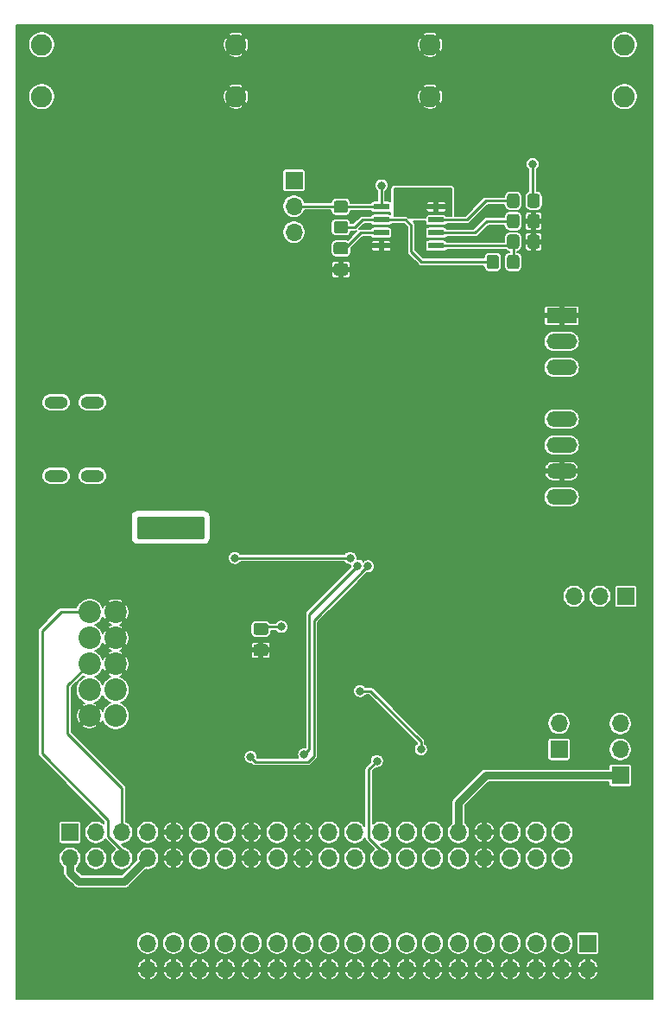
<source format=gbl>
%TF.GenerationSoftware,KiCad,Pcbnew,(5.1.7)-1*%
%TF.CreationDate,2020-10-18T12:33:11-05:00*%
%TF.ProjectId,Programmer Board,50726f67-7261-46d6-9d65-7220426f6172,A*%
%TF.SameCoordinates,Original*%
%TF.FileFunction,Copper,L2,Bot*%
%TF.FilePolarity,Positive*%
%FSLAX46Y46*%
G04 Gerber Fmt 4.6, Leading zero omitted, Abs format (unit mm)*
G04 Created by KiCad (PCBNEW (5.1.7)-1) date 2020-10-18 12:33:11*
%MOMM*%
%LPD*%
G01*
G04 APERTURE LIST*
%TA.AperFunction,ComponentPad*%
%ADD10C,2.200000*%
%TD*%
%TA.AperFunction,ComponentPad*%
%ADD11O,1.700000X1.700000*%
%TD*%
%TA.AperFunction,ComponentPad*%
%ADD12R,1.700000X1.700000*%
%TD*%
%TA.AperFunction,SMDPad,CuDef*%
%ADD13R,1.550000X0.600000*%
%TD*%
%TA.AperFunction,ComponentPad*%
%ADD14O,3.000000X1.500000*%
%TD*%
%TA.AperFunction,ComponentPad*%
%ADD15R,3.000000X1.500000*%
%TD*%
%TA.AperFunction,ComponentPad*%
%ADD16C,2.082800*%
%TD*%
%TA.AperFunction,ComponentPad*%
%ADD17O,2.300000X1.200000*%
%TD*%
%TA.AperFunction,ViaPad*%
%ADD18C,0.800000*%
%TD*%
%TA.AperFunction,Conductor*%
%ADD19C,0.250000*%
%TD*%
%TA.AperFunction,Conductor*%
%ADD20C,0.500000*%
%TD*%
%TA.AperFunction,Conductor*%
%ADD21C,0.750000*%
%TD*%
%TA.AperFunction,Conductor*%
%ADD22C,0.152400*%
%TD*%
%TA.AperFunction,Conductor*%
%ADD23C,0.100000*%
%TD*%
%TA.AperFunction,Conductor*%
%ADD24C,0.254000*%
%TD*%
G04 APERTURE END LIST*
D10*
%TO.P,J7,10*%
%TO.N,GND*%
X114960000Y-139710000D03*
%TO.P,J7,9*%
%TO.N,N/C*%
X117500000Y-139710000D03*
%TO.P,J7,8*%
%TO.N,/Card Edge Conn/ST7-ICCSEL*%
X114960000Y-137170000D03*
%TO.P,J7,7*%
%TO.N,VDD*%
X117500000Y-137170000D03*
%TO.P,J7,6*%
%TO.N,/Card Edge Conn/ST7-RESET*%
X114960000Y-134630000D03*
%TO.P,J7,5*%
%TO.N,GND*%
X117500000Y-134630000D03*
%TO.P,J7,4*%
%TO.N,/Card Edge Conn/ST7-ICCCLK*%
X114960000Y-132090000D03*
%TO.P,J7,3*%
%TO.N,GND*%
X117500000Y-132090000D03*
%TO.P,J7,2*%
%TO.N,/Card Edge Conn/ST7-ICCDATA*%
X114960000Y-129550000D03*
%TO.P,J7,1*%
%TO.N,GND*%
X117500000Y-129550000D03*
%TD*%
D11*
%TO.P,J5,40*%
%TO.N,+9V*%
X161290000Y-153670000D03*
%TO.P,J5,39*%
X161290000Y-151130000D03*
%TO.P,J5,38*%
%TO.N,/Card Edge Conn/U3.18*%
X158750000Y-153670000D03*
%TO.P,J5,37*%
%TO.N,/Card Edge Conn/HEADER1.10*%
X158750000Y-151130000D03*
%TO.P,J5,36*%
%TO.N,/Card Edge Conn/SW1.3*%
X156210000Y-153670000D03*
%TO.P,J5,35*%
%TO.N,/Card Edge Conn/HEADER1.9*%
X156210000Y-151130000D03*
%TO.P,J5,34*%
%TO.N,GND*%
X153670000Y-153670000D03*
%TO.P,J5,33*%
X153670000Y-151130000D03*
%TO.P,J5,32*%
%TO.N,/Card Edge Conn/J5.3*%
X151130000Y-153670000D03*
%TO.P,J5,31*%
%TO.N,+BATT*%
X151130000Y-151130000D03*
%TO.P,J5,30*%
%TO.N,/Card Edge Conn/U22.3*%
X148590000Y-153670000D03*
%TO.P,J5,29*%
%TO.N,/Card Edge Conn/HEADER1.7*%
X148590000Y-151130000D03*
%TO.P,J5,28*%
%TO.N,/Card Edge Conn/HEADER1.4*%
X146050000Y-153670000D03*
%TO.P,J5,27*%
%TO.N,/Card Edge Conn/HEADER1.6*%
X146050000Y-151130000D03*
%TO.P,J5,26*%
%TO.N,Net-(J5-Pad26)*%
X143510000Y-153670000D03*
%TO.P,J5,25*%
%TO.N,/Card Edge Conn/HEADER1.5*%
X143510000Y-151130000D03*
%TO.P,J5,24*%
%TO.N,/Card Edge Conn/HEADER1.3*%
X140970000Y-153670000D03*
%TO.P,J5,23*%
%TO.N,Net-(J5-Pad23)*%
X140970000Y-151130000D03*
%TO.P,J5,22*%
%TO.N,/Card Edge Conn/HEADER1.2*%
X138430000Y-153670000D03*
%TO.P,J5,21*%
%TO.N,/Card Edge Conn/U3.19*%
X138430000Y-151130000D03*
%TO.P,J5,20*%
%TO.N,GND*%
X135890000Y-153670000D03*
%TO.P,J5,19*%
X135890000Y-151130000D03*
%TO.P,J5,18*%
%TO.N,/Card Edge Conn/SW1.1*%
X133350000Y-153670000D03*
%TO.P,J5,17*%
%TO.N,/Card Edge Conn/SW1.2*%
X133350000Y-151130000D03*
%TO.P,J5,16*%
%TO.N,GND*%
X130810000Y-153670000D03*
%TO.P,J5,15*%
X130810000Y-151130000D03*
%TO.P,J5,14*%
%TO.N,/Card Edge Conn/HEADER1.1*%
X128270000Y-153670000D03*
%TO.P,J5,13*%
%TO.N,/Card Edge Conn/SW1.4*%
X128270000Y-151130000D03*
%TO.P,J5,12*%
%TO.N,/Card Edge Conn/U21.20-DCLK*%
X125730000Y-153670000D03*
%TO.P,J5,11*%
%TO.N,/Card Edge Conn/J5.2*%
X125730000Y-151130000D03*
%TO.P,J5,10*%
%TO.N,GND*%
X123190000Y-153670000D03*
%TO.P,J5,9*%
X123190000Y-151130000D03*
%TO.P,J5,8*%
%TO.N,VDD*%
X120650000Y-153670000D03*
%TO.P,J5,7*%
X120650000Y-151130000D03*
%TO.P,J5,6*%
%TO.N,/Card Edge Conn/ST7-ICCDATA*%
X118110000Y-153670000D03*
%TO.P,J5,5*%
%TO.N,/Card Edge Conn/ST7-RESET*%
X118110000Y-151130000D03*
%TO.P,J5,4*%
%TO.N,/Card Edge Conn/ST7-ICCSEL*%
X115570000Y-153670000D03*
%TO.P,J5,3*%
%TO.N,/Card Edge Conn/ST7-ICCCLK*%
X115570000Y-151130000D03*
%TO.P,J5,2*%
%TO.N,VDD*%
X113030000Y-153670000D03*
D12*
%TO.P,J5,1*%
X113030000Y-151130000D03*
%TD*%
D13*
%TO.P,U3,4*%
%TO.N,/eFuse/eFuse_In*%
X143550000Y-89845000D03*
%TO.P,U3,5*%
%TO.N,/DC-DC Converter/+V_in*%
X148950000Y-89845000D03*
%TO.P,U3,3*%
%TO.N,Net-(R6-Pad2)*%
X143550000Y-91115000D03*
%TO.P,U3,6*%
%TO.N,Net-(R9-Pad1)*%
X148950000Y-91115000D03*
%TO.P,U3,2*%
%TO.N,Net-(C10-Pad1)*%
X143550000Y-92385000D03*
%TO.P,U3,7*%
%TO.N,Net-(R10-Pad1)*%
X148950000Y-92385000D03*
%TO.P,U3,1*%
%TO.N,GND*%
X143550000Y-93655000D03*
%TO.P,U3,8*%
%TO.N,Net-(R7-Pad2)*%
X148950000Y-93655000D03*
%TD*%
D14*
%TO.P,U2,8*%
%TO.N,N/C*%
X161250000Y-118280000D03*
%TO.P,U2,7*%
%TO.N,GND*%
X161250000Y-115740000D03*
%TO.P,U2,3*%
%TO.N,N/C*%
X161250000Y-105580000D03*
%TO.P,U2,6*%
%TO.N,/DC-DC Converter/+V_out*%
X161250000Y-113200000D03*
%TO.P,U2,5*%
%TO.N,N/C*%
X161250000Y-110660000D03*
%TO.P,U2,2*%
%TO.N,Net-(C9-Pad1)*%
X161250000Y-103040000D03*
D15*
%TO.P,U2,1*%
%TO.N,GND*%
X161250000Y-100500000D03*
%TD*%
%TO.P,R10,2*%
%TO.N,GND*%
%TA.AperFunction,SMDPad,CuDef*%
G36*
G01*
X157900000Y-91700001D02*
X157900000Y-90799999D01*
G75*
G02*
X158149999Y-90550000I249999J0D01*
G01*
X158850001Y-90550000D01*
G75*
G02*
X159100000Y-90799999I0J-249999D01*
G01*
X159100000Y-91700001D01*
G75*
G02*
X158850001Y-91950000I-249999J0D01*
G01*
X158149999Y-91950000D01*
G75*
G02*
X157900000Y-91700001I0J249999D01*
G01*
G37*
%TD.AperFunction*%
%TO.P,R10,1*%
%TO.N,Net-(R10-Pad1)*%
%TA.AperFunction,SMDPad,CuDef*%
G36*
G01*
X155900000Y-91700001D02*
X155900000Y-90799999D01*
G75*
G02*
X156149999Y-90550000I249999J0D01*
G01*
X156850001Y-90550000D01*
G75*
G02*
X157100000Y-90799999I0J-249999D01*
G01*
X157100000Y-91700001D01*
G75*
G02*
X156850001Y-91950000I-249999J0D01*
G01*
X156149999Y-91950000D01*
G75*
G02*
X155900000Y-91700001I0J249999D01*
G01*
G37*
%TD.AperFunction*%
%TD*%
%TO.P,R9,2*%
%TO.N,Net-(D1-Pad2)*%
%TA.AperFunction,SMDPad,CuDef*%
G36*
G01*
X157900000Y-89700001D02*
X157900000Y-88799999D01*
G75*
G02*
X158149999Y-88550000I249999J0D01*
G01*
X158850001Y-88550000D01*
G75*
G02*
X159100000Y-88799999I0J-249999D01*
G01*
X159100000Y-89700001D01*
G75*
G02*
X158850001Y-89950000I-249999J0D01*
G01*
X158149999Y-89950000D01*
G75*
G02*
X157900000Y-89700001I0J249999D01*
G01*
G37*
%TD.AperFunction*%
%TO.P,R9,1*%
%TO.N,Net-(R9-Pad1)*%
%TA.AperFunction,SMDPad,CuDef*%
G36*
G01*
X155900000Y-89700001D02*
X155900000Y-88799999D01*
G75*
G02*
X156149999Y-88550000I249999J0D01*
G01*
X156850001Y-88550000D01*
G75*
G02*
X157100000Y-88799999I0J-249999D01*
G01*
X157100000Y-89700001D01*
G75*
G02*
X156850001Y-89950000I-249999J0D01*
G01*
X156149999Y-89950000D01*
G75*
G02*
X155900000Y-89700001I0J249999D01*
G01*
G37*
%TD.AperFunction*%
%TD*%
%TO.P,R8,2*%
%TO.N,GND*%
%TA.AperFunction,SMDPad,CuDef*%
G36*
G01*
X157900000Y-93711000D02*
X157900000Y-92810998D01*
G75*
G02*
X158149999Y-92560999I249999J0D01*
G01*
X158850001Y-92560999D01*
G75*
G02*
X159100000Y-92810998I0J-249999D01*
G01*
X159100000Y-93711000D01*
G75*
G02*
X158850001Y-93960999I-249999J0D01*
G01*
X158149999Y-93960999D01*
G75*
G02*
X157900000Y-93711000I0J249999D01*
G01*
G37*
%TD.AperFunction*%
%TO.P,R8,1*%
%TO.N,Net-(R7-Pad2)*%
%TA.AperFunction,SMDPad,CuDef*%
G36*
G01*
X155900000Y-93711000D02*
X155900000Y-92810998D01*
G75*
G02*
X156149999Y-92560999I249999J0D01*
G01*
X156850001Y-92560999D01*
G75*
G02*
X157100000Y-92810998I0J-249999D01*
G01*
X157100000Y-93711000D01*
G75*
G02*
X156850001Y-93960999I-249999J0D01*
G01*
X156149999Y-93960999D01*
G75*
G02*
X155900000Y-93711000I0J249999D01*
G01*
G37*
%TD.AperFunction*%
%TD*%
%TO.P,R7,2*%
%TO.N,Net-(R7-Pad2)*%
%TA.AperFunction,SMDPad,CuDef*%
G36*
G01*
X155900000Y-95700001D02*
X155900000Y-94799999D01*
G75*
G02*
X156149999Y-94550000I249999J0D01*
G01*
X156850001Y-94550000D01*
G75*
G02*
X157100000Y-94799999I0J-249999D01*
G01*
X157100000Y-95700001D01*
G75*
G02*
X156850001Y-95950000I-249999J0D01*
G01*
X156149999Y-95950000D01*
G75*
G02*
X155900000Y-95700001I0J249999D01*
G01*
G37*
%TD.AperFunction*%
%TO.P,R7,1*%
%TO.N,Net-(R6-Pad2)*%
%TA.AperFunction,SMDPad,CuDef*%
G36*
G01*
X153900000Y-95700001D02*
X153900000Y-94799999D01*
G75*
G02*
X154149999Y-94550000I249999J0D01*
G01*
X154850001Y-94550000D01*
G75*
G02*
X155100000Y-94799999I0J-249999D01*
G01*
X155100000Y-95700001D01*
G75*
G02*
X154850001Y-95950000I-249999J0D01*
G01*
X154149999Y-95950000D01*
G75*
G02*
X153900000Y-95700001I0J249999D01*
G01*
G37*
%TD.AperFunction*%
%TD*%
%TO.P,R6,2*%
%TO.N,Net-(R6-Pad2)*%
%TA.AperFunction,SMDPad,CuDef*%
G36*
G01*
X139149999Y-91250000D02*
X140050001Y-91250000D01*
G75*
G02*
X140300000Y-91499999I0J-249999D01*
G01*
X140300000Y-92200001D01*
G75*
G02*
X140050001Y-92450000I-249999J0D01*
G01*
X139149999Y-92450000D01*
G75*
G02*
X138900000Y-92200001I0J249999D01*
G01*
X138900000Y-91499999D01*
G75*
G02*
X139149999Y-91250000I249999J0D01*
G01*
G37*
%TD.AperFunction*%
%TO.P,R6,1*%
%TO.N,/eFuse/eFuse_In*%
%TA.AperFunction,SMDPad,CuDef*%
G36*
G01*
X139149999Y-89250000D02*
X140050001Y-89250000D01*
G75*
G02*
X140300000Y-89499999I0J-249999D01*
G01*
X140300000Y-90200001D01*
G75*
G02*
X140050001Y-90450000I-249999J0D01*
G01*
X139149999Y-90450000D01*
G75*
G02*
X138900000Y-90200001I0J249999D01*
G01*
X138900000Y-89499999D01*
G75*
G02*
X139149999Y-89250000I249999J0D01*
G01*
G37*
%TD.AperFunction*%
%TD*%
D11*
%TO.P,J13,2*%
%TO.N,Net-(D3-Pad1)*%
X161000000Y-140460000D03*
D12*
%TO.P,J13,1*%
%TO.N,+9V*%
X161000000Y-143000000D03*
%TD*%
D16*
%TO.P,J12,1*%
%TO.N,GND*%
X148350000Y-73960000D03*
X148350000Y-79040000D03*
%TD*%
%TO.P,J11,1*%
%TO.N,Net-(J10-Pad1)*%
X167400000Y-73960000D03*
X167400000Y-79040000D03*
%TD*%
D11*
%TO.P,J10,3*%
%TO.N,/DC-DC Converter/+V_out*%
X162460000Y-128000000D03*
%TO.P,J10,2*%
%TO.N,/Card Edge Conn/9V_PS*%
X165000000Y-128000000D03*
D12*
%TO.P,J10,1*%
%TO.N,Net-(J10-Pad1)*%
X167540000Y-128000000D03*
%TD*%
D11*
%TO.P,J9,36*%
%TO.N,GND*%
X120650000Y-164540000D03*
%TO.P,J9,35*%
%TO.N,/Card Edge Conn/J5.2*%
X120650000Y-162000000D03*
%TO.P,J9,34*%
%TO.N,GND*%
X123190000Y-164540000D03*
%TO.P,J9,33*%
%TO.N,/Card Edge Conn/U21.20-DCLK*%
X123190000Y-162000000D03*
%TO.P,J9,32*%
%TO.N,GND*%
X125730000Y-164540000D03*
%TO.P,J9,31*%
%TO.N,/Card Edge Conn/HEADER1.1*%
X125730000Y-162000000D03*
%TO.P,J9,30*%
%TO.N,GND*%
X128270000Y-164540000D03*
%TO.P,J9,29*%
%TO.N,/Card Edge Conn/SW1.4*%
X128270000Y-162000000D03*
%TO.P,J9,28*%
%TO.N,GND*%
X130810000Y-164540000D03*
%TO.P,J9,27*%
%TO.N,/Card Edge Conn/SW1.2*%
X130810000Y-162000000D03*
%TO.P,J9,26*%
%TO.N,GND*%
X133350000Y-164540000D03*
%TO.P,J9,25*%
%TO.N,/Card Edge Conn/SW1.1*%
X133350000Y-162000000D03*
%TO.P,J9,24*%
%TO.N,GND*%
X135890000Y-164540000D03*
%TO.P,J9,23*%
%TO.N,/Card Edge Conn/HEADER1.2*%
X135890000Y-162000000D03*
%TO.P,J9,22*%
%TO.N,GND*%
X138430000Y-164540000D03*
%TO.P,J9,21*%
%TO.N,/Card Edge Conn/HEADER1.3*%
X138430000Y-162000000D03*
%TO.P,J9,20*%
%TO.N,GND*%
X140970000Y-164540000D03*
%TO.P,J9,19*%
%TO.N,/Card Edge Conn/HEADER1.5*%
X140970000Y-162000000D03*
%TO.P,J9,18*%
%TO.N,GND*%
X143510000Y-164540000D03*
%TO.P,J9,17*%
%TO.N,/Card Edge Conn/HEADER1.6*%
X143510000Y-162000000D03*
%TO.P,J9,16*%
%TO.N,GND*%
X146050000Y-164540000D03*
%TO.P,J9,15*%
%TO.N,/Card Edge Conn/HEADER1.4*%
X146050000Y-162000000D03*
%TO.P,J9,14*%
%TO.N,GND*%
X148590000Y-164540000D03*
%TO.P,J9,13*%
%TO.N,/Card Edge Conn/U22.3*%
X148590000Y-162000000D03*
%TO.P,J9,12*%
%TO.N,GND*%
X151130000Y-164540000D03*
%TO.P,J9,11*%
%TO.N,/Card Edge Conn/HEADER1.7*%
X151130000Y-162000000D03*
%TO.P,J9,10*%
%TO.N,GND*%
X153670000Y-164540000D03*
%TO.P,J9,9*%
%TO.N,/Card Edge Conn/J5.3*%
X153670000Y-162000000D03*
%TO.P,J9,8*%
%TO.N,GND*%
X156210000Y-164540000D03*
%TO.P,J9,7*%
%TO.N,/Card Edge Conn/HEADER1.9*%
X156210000Y-162000000D03*
%TO.P,J9,6*%
%TO.N,GND*%
X158750000Y-164540000D03*
%TO.P,J9,5*%
%TO.N,/Card Edge Conn/SW1.3*%
X158750000Y-162000000D03*
%TO.P,J9,4*%
%TO.N,GND*%
X161290000Y-164540000D03*
%TO.P,J9,3*%
%TO.N,/Card Edge Conn/HEADER1.10*%
X161290000Y-162000000D03*
%TO.P,J9,2*%
%TO.N,GND*%
X163830000Y-164540000D03*
D12*
%TO.P,J9,1*%
%TO.N,/Card Edge Conn/U3.18*%
X163830000Y-162000000D03*
%TD*%
D11*
%TO.P,J6,3*%
%TO.N,/Card Edge Conn/9V_PS*%
X167000000Y-140470000D03*
%TO.P,J6,2*%
%TO.N,+9V*%
X167000000Y-143010000D03*
D12*
%TO.P,J6,1*%
%TO.N,+BATT*%
X167000000Y-145550000D03*
%TD*%
D17*
%TO.P,J4,SH*%
%TO.N,Net-(FB1-Pad1)*%
X115235000Y-116200000D03*
X111685000Y-116200000D03*
X115235000Y-109000000D03*
X111685000Y-109000000D03*
%TD*%
D16*
%TO.P,J3,1*%
%TO.N,/+PS*%
X110250000Y-73960000D03*
X110250000Y-79040000D03*
%TD*%
D11*
%TO.P,J2,3*%
%TO.N,/USB to UART/+5_USB*%
X135000000Y-92330000D03*
%TO.P,J2,2*%
%TO.N,/eFuse/eFuse_In*%
X135000000Y-89790000D03*
D12*
%TO.P,J2,1*%
%TO.N,/+PS*%
X135000000Y-87250000D03*
%TD*%
D16*
%TO.P,J1,1*%
%TO.N,GND*%
X129300000Y-73960000D03*
X129300000Y-79040000D03*
%TD*%
%TO.P,C10,2*%
%TO.N,GND*%
%TA.AperFunction,SMDPad,CuDef*%
G36*
G01*
X139125000Y-95400000D02*
X140075000Y-95400000D01*
G75*
G02*
X140325000Y-95650000I0J-250000D01*
G01*
X140325000Y-96325000D01*
G75*
G02*
X140075000Y-96575000I-250000J0D01*
G01*
X139125000Y-96575000D01*
G75*
G02*
X138875000Y-96325000I0J250000D01*
G01*
X138875000Y-95650000D01*
G75*
G02*
X139125000Y-95400000I250000J0D01*
G01*
G37*
%TD.AperFunction*%
%TO.P,C10,1*%
%TO.N,Net-(C10-Pad1)*%
%TA.AperFunction,SMDPad,CuDef*%
G36*
G01*
X139125000Y-93325000D02*
X140075000Y-93325000D01*
G75*
G02*
X140325000Y-93575000I0J-250000D01*
G01*
X140325000Y-94250000D01*
G75*
G02*
X140075000Y-94500000I-250000J0D01*
G01*
X139125000Y-94500000D01*
G75*
G02*
X138875000Y-94250000I0J250000D01*
G01*
X138875000Y-93575000D01*
G75*
G02*
X139125000Y-93325000I250000J0D01*
G01*
G37*
%TD.AperFunction*%
%TD*%
%TO.P,C4,2*%
%TO.N,GND*%
%TA.AperFunction,SMDPad,CuDef*%
G36*
G01*
X131275000Y-132700000D02*
X132225000Y-132700000D01*
G75*
G02*
X132475000Y-132950000I0J-250000D01*
G01*
X132475000Y-133625000D01*
G75*
G02*
X132225000Y-133875000I-250000J0D01*
G01*
X131275000Y-133875000D01*
G75*
G02*
X131025000Y-133625000I0J250000D01*
G01*
X131025000Y-132950000D01*
G75*
G02*
X131275000Y-132700000I250000J0D01*
G01*
G37*
%TD.AperFunction*%
%TO.P,C4,1*%
%TO.N,/USB to UART/3V3OUT*%
%TA.AperFunction,SMDPad,CuDef*%
G36*
G01*
X131275000Y-130625000D02*
X132225000Y-130625000D01*
G75*
G02*
X132475000Y-130875000I0J-250000D01*
G01*
X132475000Y-131550000D01*
G75*
G02*
X132225000Y-131800000I-250000J0D01*
G01*
X131275000Y-131800000D01*
G75*
G02*
X131025000Y-131550000I0J250000D01*
G01*
X131025000Y-130875000D01*
G75*
G02*
X131275000Y-130625000I250000J0D01*
G01*
G37*
%TD.AperFunction*%
%TD*%
D18*
%TO.N,GND*%
X136815002Y-125750000D03*
X138225000Y-125850000D03*
X135500000Y-118950000D03*
X139100000Y-114050000D03*
X149500000Y-135150000D03*
X151500000Y-135150000D03*
X153750000Y-135600000D03*
X159800000Y-125750000D03*
X167250000Y-132900000D03*
X133900000Y-133434998D03*
X139400000Y-137350000D03*
X143900000Y-135350000D03*
X145445000Y-129695000D03*
X136300000Y-98350000D03*
X151500000Y-98550000D03*
X121970000Y-114220000D03*
%TO.N,/USB to UART/+5_USB*%
X125500000Y-120750000D03*
X125500000Y-121750000D03*
X120500000Y-120750000D03*
X120500000Y-121750000D03*
X140500000Y-124250000D03*
X129200000Y-124250000D03*
%TO.N,/DC-DC Converter/+V_in*%
X146205000Y-89845000D03*
X146705000Y-88845000D03*
X147205000Y-89845000D03*
%TO.N,/eFuse/eFuse_In*%
X143600000Y-87750000D03*
%TO.N,Net-(D1-Pad2)*%
X158400000Y-85650000D03*
%TO.N,/USB to UART/UART2.RXD*%
X142250000Y-125073002D03*
X130750000Y-143750000D03*
%TO.N,/Card Edge Conn/GPS.TXD*%
X141478000Y-137287000D03*
X147447000Y-143002000D03*
%TO.N,Net-(J5-Pad26)*%
X143129000Y-144145000D03*
%TO.N,/Card Edge Conn/U3.19*%
X136000000Y-143500000D03*
X141250000Y-125000000D03*
%TO.N,/USB to UART/3V3OUT*%
X133750000Y-131000000D03*
%TD*%
D19*
%TO.N,/USB to UART/+5_USB*%
X140500000Y-124250000D02*
X135250000Y-124250000D01*
X135250000Y-124250000D02*
X129200000Y-124250000D01*
D20*
%TO.N,/DC-DC Converter/+V_in*%
X148950000Y-89845000D02*
X147205000Y-89845000D01*
D19*
%TO.N,Net-(C10-Pad1)*%
X139600000Y-93912500D02*
X140037500Y-93912500D01*
X141565000Y-92385000D02*
X143550000Y-92385000D01*
X140037500Y-93912500D02*
X141565000Y-92385000D01*
%TO.N,/eFuse/eFuse_In*%
X143545000Y-89850000D02*
X143550000Y-89845000D01*
X139600000Y-89850000D02*
X143545000Y-89850000D01*
X139540000Y-89790000D02*
X139600000Y-89850000D01*
X135000000Y-89790000D02*
X139540000Y-89790000D01*
X143550000Y-87800000D02*
X143600000Y-87750000D01*
X143550000Y-89845000D02*
X143550000Y-87800000D01*
%TO.N,Net-(D1-Pad2)*%
X158400000Y-89150000D02*
X158500000Y-89250000D01*
X158400000Y-85650000D02*
X158400000Y-89150000D01*
D21*
%TO.N,+BATT*%
X167000000Y-145550000D02*
X153800000Y-145550000D01*
X151130000Y-148220000D02*
X151130000Y-151130000D01*
X153800000Y-145550000D02*
X151130000Y-148220000D01*
%TO.N,VDD*%
X113030000Y-153670000D02*
X113030000Y-155080000D01*
X113030000Y-155080000D02*
X113900000Y-155950000D01*
X118370000Y-155950000D02*
X120650000Y-153670000D01*
X113900000Y-155950000D02*
X118370000Y-155950000D01*
D19*
%TO.N,/Card Edge Conn/ST7-RESET*%
X118110000Y-151130000D02*
X118110000Y-146760000D01*
X118110000Y-146760000D02*
X112800000Y-141450000D01*
X112800000Y-136740000D02*
X114960000Y-134580000D01*
X112800000Y-141450000D02*
X112800000Y-136740000D01*
%TO.N,/Card Edge Conn/ST7-ICCDATA*%
X116745001Y-151504003D02*
X116745001Y-149895001D01*
X118110000Y-152869002D02*
X116745001Y-151504003D01*
X118110000Y-153670000D02*
X118110000Y-152869002D01*
X116745001Y-149895001D02*
X110300000Y-143450000D01*
X110300000Y-143450000D02*
X110300000Y-131350000D01*
X112150000Y-129500000D02*
X114960000Y-129500000D01*
X110300000Y-131350000D02*
X112150000Y-129500000D01*
%TO.N,/USB to UART/UART2.RXD*%
X136950010Y-143622992D02*
X136348001Y-144225001D01*
X136348001Y-144225001D02*
X131225001Y-144225001D01*
X136950010Y-130372992D02*
X136950010Y-143622992D01*
X142250000Y-125073002D02*
X136950010Y-130372992D01*
X131225001Y-144225001D02*
X130750000Y-143750000D01*
%TO.N,Net-(R6-Pad2)*%
X139600000Y-91850000D02*
X141000000Y-91850000D01*
X141735000Y-91115000D02*
X143550000Y-91115000D01*
X141000000Y-91850000D02*
X141735000Y-91115000D01*
X154500000Y-95250000D02*
X147500000Y-95250000D01*
X147500000Y-95250000D02*
X146500000Y-94250000D01*
X146500000Y-94250000D02*
X146500000Y-91650000D01*
X145965000Y-91115000D02*
X143550000Y-91115000D01*
X146500000Y-91650000D02*
X145965000Y-91115000D01*
%TO.N,Net-(R7-Pad2)*%
X156252000Y-93655000D02*
X156646001Y-93260999D01*
X148950000Y-93655000D02*
X156252000Y-93655000D01*
X156500000Y-93260999D02*
X156500000Y-95250000D01*
%TO.N,Net-(R9-Pad1)*%
X156500000Y-89250000D02*
X153800000Y-89250000D01*
X151935000Y-91115000D02*
X148950000Y-91115000D01*
X153800000Y-89250000D02*
X151935000Y-91115000D01*
%TO.N,Net-(R10-Pad1)*%
X156500000Y-91250000D02*
X153900000Y-91250000D01*
X152765000Y-92385000D02*
X148950000Y-92385000D01*
X153900000Y-91250000D02*
X152765000Y-92385000D01*
%TO.N,/Card Edge Conn/GPS.TXD*%
X141478000Y-137287000D02*
X142494000Y-137287000D01*
X147447000Y-142240000D02*
X147447000Y-143002000D01*
X142494000Y-137287000D02*
X147447000Y-142240000D01*
%TO.N,Net-(J5-Pad26)*%
X142334999Y-151694001D02*
X142334999Y-144939001D01*
X143510000Y-152869002D02*
X142334999Y-151694001D01*
X143510000Y-153670000D02*
X143510000Y-152869002D01*
X142334999Y-144939001D02*
X143129000Y-144145000D01*
X143129000Y-144145000D02*
X143129000Y-144145000D01*
%TO.N,/Card Edge Conn/U3.19*%
X136500000Y-129750000D02*
X136500000Y-143000000D01*
X136500000Y-143000000D02*
X136000000Y-143500000D01*
X141250000Y-125000000D02*
X136500000Y-129750000D01*
%TO.N,/USB to UART/3V3OUT*%
X131962500Y-131000000D02*
X131750000Y-131212500D01*
X133750000Y-131000000D02*
X131962500Y-131000000D01*
%TD*%
D22*
%TO.N,GND*%
X170195601Y-167445600D02*
X107804400Y-167445600D01*
X107804400Y-164878203D01*
X119625679Y-164878203D01*
X119711341Y-165071540D01*
X119833075Y-165244450D01*
X119986203Y-165390288D01*
X120164841Y-165503450D01*
X120311799Y-165564312D01*
X120476200Y-165546631D01*
X120476200Y-164713800D01*
X120823800Y-164713800D01*
X120823800Y-165546631D01*
X120988201Y-165564312D01*
X121135159Y-165503450D01*
X121313797Y-165390288D01*
X121466925Y-165244450D01*
X121588659Y-165071540D01*
X121674321Y-164878203D01*
X122165679Y-164878203D01*
X122251341Y-165071540D01*
X122373075Y-165244450D01*
X122526203Y-165390288D01*
X122704841Y-165503450D01*
X122851799Y-165564312D01*
X123016200Y-165546631D01*
X123016200Y-164713800D01*
X123363800Y-164713800D01*
X123363800Y-165546631D01*
X123528201Y-165564312D01*
X123675159Y-165503450D01*
X123853797Y-165390288D01*
X124006925Y-165244450D01*
X124128659Y-165071540D01*
X124214321Y-164878203D01*
X124705679Y-164878203D01*
X124791341Y-165071540D01*
X124913075Y-165244450D01*
X125066203Y-165390288D01*
X125244841Y-165503450D01*
X125391799Y-165564312D01*
X125556200Y-165546631D01*
X125556200Y-164713800D01*
X125903800Y-164713800D01*
X125903800Y-165546631D01*
X126068201Y-165564312D01*
X126215159Y-165503450D01*
X126393797Y-165390288D01*
X126546925Y-165244450D01*
X126668659Y-165071540D01*
X126754321Y-164878203D01*
X127245679Y-164878203D01*
X127331341Y-165071540D01*
X127453075Y-165244450D01*
X127606203Y-165390288D01*
X127784841Y-165503450D01*
X127931799Y-165564312D01*
X128096200Y-165546631D01*
X128096200Y-164713800D01*
X128443800Y-164713800D01*
X128443800Y-165546631D01*
X128608201Y-165564312D01*
X128755159Y-165503450D01*
X128933797Y-165390288D01*
X129086925Y-165244450D01*
X129208659Y-165071540D01*
X129294321Y-164878203D01*
X129785679Y-164878203D01*
X129871341Y-165071540D01*
X129993075Y-165244450D01*
X130146203Y-165390288D01*
X130324841Y-165503450D01*
X130471799Y-165564312D01*
X130636200Y-165546631D01*
X130636200Y-164713800D01*
X130983800Y-164713800D01*
X130983800Y-165546631D01*
X131148201Y-165564312D01*
X131295159Y-165503450D01*
X131473797Y-165390288D01*
X131626925Y-165244450D01*
X131748659Y-165071540D01*
X131834321Y-164878203D01*
X132325679Y-164878203D01*
X132411341Y-165071540D01*
X132533075Y-165244450D01*
X132686203Y-165390288D01*
X132864841Y-165503450D01*
X133011799Y-165564312D01*
X133176200Y-165546631D01*
X133176200Y-164713800D01*
X133523800Y-164713800D01*
X133523800Y-165546631D01*
X133688201Y-165564312D01*
X133835159Y-165503450D01*
X134013797Y-165390288D01*
X134166925Y-165244450D01*
X134288659Y-165071540D01*
X134374321Y-164878203D01*
X134865679Y-164878203D01*
X134951341Y-165071540D01*
X135073075Y-165244450D01*
X135226203Y-165390288D01*
X135404841Y-165503450D01*
X135551799Y-165564312D01*
X135716200Y-165546631D01*
X135716200Y-164713800D01*
X136063800Y-164713800D01*
X136063800Y-165546631D01*
X136228201Y-165564312D01*
X136375159Y-165503450D01*
X136553797Y-165390288D01*
X136706925Y-165244450D01*
X136828659Y-165071540D01*
X136914321Y-164878203D01*
X137405679Y-164878203D01*
X137491341Y-165071540D01*
X137613075Y-165244450D01*
X137766203Y-165390288D01*
X137944841Y-165503450D01*
X138091799Y-165564312D01*
X138256200Y-165546631D01*
X138256200Y-164713800D01*
X138603800Y-164713800D01*
X138603800Y-165546631D01*
X138768201Y-165564312D01*
X138915159Y-165503450D01*
X139093797Y-165390288D01*
X139246925Y-165244450D01*
X139368659Y-165071540D01*
X139454321Y-164878203D01*
X139945679Y-164878203D01*
X140031341Y-165071540D01*
X140153075Y-165244450D01*
X140306203Y-165390288D01*
X140484841Y-165503450D01*
X140631799Y-165564312D01*
X140796200Y-165546631D01*
X140796200Y-164713800D01*
X141143800Y-164713800D01*
X141143800Y-165546631D01*
X141308201Y-165564312D01*
X141455159Y-165503450D01*
X141633797Y-165390288D01*
X141786925Y-165244450D01*
X141908659Y-165071540D01*
X141994321Y-164878203D01*
X142485679Y-164878203D01*
X142571341Y-165071540D01*
X142693075Y-165244450D01*
X142846203Y-165390288D01*
X143024841Y-165503450D01*
X143171799Y-165564312D01*
X143336200Y-165546631D01*
X143336200Y-164713800D01*
X143683800Y-164713800D01*
X143683800Y-165546631D01*
X143848201Y-165564312D01*
X143995159Y-165503450D01*
X144173797Y-165390288D01*
X144326925Y-165244450D01*
X144448659Y-165071540D01*
X144534321Y-164878203D01*
X145025679Y-164878203D01*
X145111341Y-165071540D01*
X145233075Y-165244450D01*
X145386203Y-165390288D01*
X145564841Y-165503450D01*
X145711799Y-165564312D01*
X145876200Y-165546631D01*
X145876200Y-164713800D01*
X146223800Y-164713800D01*
X146223800Y-165546631D01*
X146388201Y-165564312D01*
X146535159Y-165503450D01*
X146713797Y-165390288D01*
X146866925Y-165244450D01*
X146988659Y-165071540D01*
X147074321Y-164878203D01*
X147565679Y-164878203D01*
X147651341Y-165071540D01*
X147773075Y-165244450D01*
X147926203Y-165390288D01*
X148104841Y-165503450D01*
X148251799Y-165564312D01*
X148416200Y-165546631D01*
X148416200Y-164713800D01*
X148763800Y-164713800D01*
X148763800Y-165546631D01*
X148928201Y-165564312D01*
X149075159Y-165503450D01*
X149253797Y-165390288D01*
X149406925Y-165244450D01*
X149528659Y-165071540D01*
X149614321Y-164878203D01*
X150105679Y-164878203D01*
X150191341Y-165071540D01*
X150313075Y-165244450D01*
X150466203Y-165390288D01*
X150644841Y-165503450D01*
X150791799Y-165564312D01*
X150956200Y-165546631D01*
X150956200Y-164713800D01*
X151303800Y-164713800D01*
X151303800Y-165546631D01*
X151468201Y-165564312D01*
X151615159Y-165503450D01*
X151793797Y-165390288D01*
X151946925Y-165244450D01*
X152068659Y-165071540D01*
X152154321Y-164878203D01*
X152645679Y-164878203D01*
X152731341Y-165071540D01*
X152853075Y-165244450D01*
X153006203Y-165390288D01*
X153184841Y-165503450D01*
X153331799Y-165564312D01*
X153496200Y-165546631D01*
X153496200Y-164713800D01*
X153843800Y-164713800D01*
X153843800Y-165546631D01*
X154008201Y-165564312D01*
X154155159Y-165503450D01*
X154333797Y-165390288D01*
X154486925Y-165244450D01*
X154608659Y-165071540D01*
X154694321Y-164878203D01*
X155185679Y-164878203D01*
X155271341Y-165071540D01*
X155393075Y-165244450D01*
X155546203Y-165390288D01*
X155724841Y-165503450D01*
X155871799Y-165564312D01*
X156036200Y-165546631D01*
X156036200Y-164713800D01*
X156383800Y-164713800D01*
X156383800Y-165546631D01*
X156548201Y-165564312D01*
X156695159Y-165503450D01*
X156873797Y-165390288D01*
X157026925Y-165244450D01*
X157148659Y-165071540D01*
X157234321Y-164878203D01*
X157725679Y-164878203D01*
X157811341Y-165071540D01*
X157933075Y-165244450D01*
X158086203Y-165390288D01*
X158264841Y-165503450D01*
X158411799Y-165564312D01*
X158576200Y-165546631D01*
X158576200Y-164713800D01*
X158923800Y-164713800D01*
X158923800Y-165546631D01*
X159088201Y-165564312D01*
X159235159Y-165503450D01*
X159413797Y-165390288D01*
X159566925Y-165244450D01*
X159688659Y-165071540D01*
X159774321Y-164878203D01*
X160265679Y-164878203D01*
X160351341Y-165071540D01*
X160473075Y-165244450D01*
X160626203Y-165390288D01*
X160804841Y-165503450D01*
X160951799Y-165564312D01*
X161116200Y-165546631D01*
X161116200Y-164713800D01*
X161463800Y-164713800D01*
X161463800Y-165546631D01*
X161628201Y-165564312D01*
X161775159Y-165503450D01*
X161953797Y-165390288D01*
X162106925Y-165244450D01*
X162228659Y-165071540D01*
X162314321Y-164878203D01*
X162805679Y-164878203D01*
X162891341Y-165071540D01*
X163013075Y-165244450D01*
X163166203Y-165390288D01*
X163344841Y-165503450D01*
X163491799Y-165564312D01*
X163656200Y-165546631D01*
X163656200Y-164713800D01*
X164003800Y-164713800D01*
X164003800Y-165546631D01*
X164168201Y-165564312D01*
X164315159Y-165503450D01*
X164493797Y-165390288D01*
X164646925Y-165244450D01*
X164768659Y-165071540D01*
X164854321Y-164878203D01*
X164837441Y-164713800D01*
X164003800Y-164713800D01*
X163656200Y-164713800D01*
X162822559Y-164713800D01*
X162805679Y-164878203D01*
X162314321Y-164878203D01*
X162297441Y-164713800D01*
X161463800Y-164713800D01*
X161116200Y-164713800D01*
X160282559Y-164713800D01*
X160265679Y-164878203D01*
X159774321Y-164878203D01*
X159757441Y-164713800D01*
X158923800Y-164713800D01*
X158576200Y-164713800D01*
X157742559Y-164713800D01*
X157725679Y-164878203D01*
X157234321Y-164878203D01*
X157217441Y-164713800D01*
X156383800Y-164713800D01*
X156036200Y-164713800D01*
X155202559Y-164713800D01*
X155185679Y-164878203D01*
X154694321Y-164878203D01*
X154677441Y-164713800D01*
X153843800Y-164713800D01*
X153496200Y-164713800D01*
X152662559Y-164713800D01*
X152645679Y-164878203D01*
X152154321Y-164878203D01*
X152137441Y-164713800D01*
X151303800Y-164713800D01*
X150956200Y-164713800D01*
X150122559Y-164713800D01*
X150105679Y-164878203D01*
X149614321Y-164878203D01*
X149597441Y-164713800D01*
X148763800Y-164713800D01*
X148416200Y-164713800D01*
X147582559Y-164713800D01*
X147565679Y-164878203D01*
X147074321Y-164878203D01*
X147057441Y-164713800D01*
X146223800Y-164713800D01*
X145876200Y-164713800D01*
X145042559Y-164713800D01*
X145025679Y-164878203D01*
X144534321Y-164878203D01*
X144517441Y-164713800D01*
X143683800Y-164713800D01*
X143336200Y-164713800D01*
X142502559Y-164713800D01*
X142485679Y-164878203D01*
X141994321Y-164878203D01*
X141977441Y-164713800D01*
X141143800Y-164713800D01*
X140796200Y-164713800D01*
X139962559Y-164713800D01*
X139945679Y-164878203D01*
X139454321Y-164878203D01*
X139437441Y-164713800D01*
X138603800Y-164713800D01*
X138256200Y-164713800D01*
X137422559Y-164713800D01*
X137405679Y-164878203D01*
X136914321Y-164878203D01*
X136897441Y-164713800D01*
X136063800Y-164713800D01*
X135716200Y-164713800D01*
X134882559Y-164713800D01*
X134865679Y-164878203D01*
X134374321Y-164878203D01*
X134357441Y-164713800D01*
X133523800Y-164713800D01*
X133176200Y-164713800D01*
X132342559Y-164713800D01*
X132325679Y-164878203D01*
X131834321Y-164878203D01*
X131817441Y-164713800D01*
X130983800Y-164713800D01*
X130636200Y-164713800D01*
X129802559Y-164713800D01*
X129785679Y-164878203D01*
X129294321Y-164878203D01*
X129277441Y-164713800D01*
X128443800Y-164713800D01*
X128096200Y-164713800D01*
X127262559Y-164713800D01*
X127245679Y-164878203D01*
X126754321Y-164878203D01*
X126737441Y-164713800D01*
X125903800Y-164713800D01*
X125556200Y-164713800D01*
X124722559Y-164713800D01*
X124705679Y-164878203D01*
X124214321Y-164878203D01*
X124197441Y-164713800D01*
X123363800Y-164713800D01*
X123016200Y-164713800D01*
X122182559Y-164713800D01*
X122165679Y-164878203D01*
X121674321Y-164878203D01*
X121657441Y-164713800D01*
X120823800Y-164713800D01*
X120476200Y-164713800D01*
X119642559Y-164713800D01*
X119625679Y-164878203D01*
X107804400Y-164878203D01*
X107804400Y-164201797D01*
X119625679Y-164201797D01*
X119642559Y-164366200D01*
X120476200Y-164366200D01*
X120476200Y-163533369D01*
X120823800Y-163533369D01*
X120823800Y-164366200D01*
X121657441Y-164366200D01*
X121674321Y-164201797D01*
X122165679Y-164201797D01*
X122182559Y-164366200D01*
X123016200Y-164366200D01*
X123016200Y-163533369D01*
X123363800Y-163533369D01*
X123363800Y-164366200D01*
X124197441Y-164366200D01*
X124214321Y-164201797D01*
X124705679Y-164201797D01*
X124722559Y-164366200D01*
X125556200Y-164366200D01*
X125556200Y-163533369D01*
X125903800Y-163533369D01*
X125903800Y-164366200D01*
X126737441Y-164366200D01*
X126754321Y-164201797D01*
X127245679Y-164201797D01*
X127262559Y-164366200D01*
X128096200Y-164366200D01*
X128096200Y-163533369D01*
X128443800Y-163533369D01*
X128443800Y-164366200D01*
X129277441Y-164366200D01*
X129294321Y-164201797D01*
X129785679Y-164201797D01*
X129802559Y-164366200D01*
X130636200Y-164366200D01*
X130636200Y-163533369D01*
X130983800Y-163533369D01*
X130983800Y-164366200D01*
X131817441Y-164366200D01*
X131834321Y-164201797D01*
X132325679Y-164201797D01*
X132342559Y-164366200D01*
X133176200Y-164366200D01*
X133176200Y-163533369D01*
X133523800Y-163533369D01*
X133523800Y-164366200D01*
X134357441Y-164366200D01*
X134374321Y-164201797D01*
X134865679Y-164201797D01*
X134882559Y-164366200D01*
X135716200Y-164366200D01*
X135716200Y-163533369D01*
X136063800Y-163533369D01*
X136063800Y-164366200D01*
X136897441Y-164366200D01*
X136914321Y-164201797D01*
X137405679Y-164201797D01*
X137422559Y-164366200D01*
X138256200Y-164366200D01*
X138256200Y-163533369D01*
X138603800Y-163533369D01*
X138603800Y-164366200D01*
X139437441Y-164366200D01*
X139454321Y-164201797D01*
X139945679Y-164201797D01*
X139962559Y-164366200D01*
X140796200Y-164366200D01*
X140796200Y-163533369D01*
X141143800Y-163533369D01*
X141143800Y-164366200D01*
X141977441Y-164366200D01*
X141994321Y-164201797D01*
X142485679Y-164201797D01*
X142502559Y-164366200D01*
X143336200Y-164366200D01*
X143336200Y-163533369D01*
X143683800Y-163533369D01*
X143683800Y-164366200D01*
X144517441Y-164366200D01*
X144534321Y-164201797D01*
X145025679Y-164201797D01*
X145042559Y-164366200D01*
X145876200Y-164366200D01*
X145876200Y-163533369D01*
X146223800Y-163533369D01*
X146223800Y-164366200D01*
X147057441Y-164366200D01*
X147074321Y-164201797D01*
X147565679Y-164201797D01*
X147582559Y-164366200D01*
X148416200Y-164366200D01*
X148416200Y-163533369D01*
X148763800Y-163533369D01*
X148763800Y-164366200D01*
X149597441Y-164366200D01*
X149614321Y-164201797D01*
X150105679Y-164201797D01*
X150122559Y-164366200D01*
X150956200Y-164366200D01*
X150956200Y-163533369D01*
X151303800Y-163533369D01*
X151303800Y-164366200D01*
X152137441Y-164366200D01*
X152154321Y-164201797D01*
X152645679Y-164201797D01*
X152662559Y-164366200D01*
X153496200Y-164366200D01*
X153496200Y-163533369D01*
X153843800Y-163533369D01*
X153843800Y-164366200D01*
X154677441Y-164366200D01*
X154694321Y-164201797D01*
X155185679Y-164201797D01*
X155202559Y-164366200D01*
X156036200Y-164366200D01*
X156036200Y-163533369D01*
X156383800Y-163533369D01*
X156383800Y-164366200D01*
X157217441Y-164366200D01*
X157234321Y-164201797D01*
X157725679Y-164201797D01*
X157742559Y-164366200D01*
X158576200Y-164366200D01*
X158576200Y-163533369D01*
X158923800Y-163533369D01*
X158923800Y-164366200D01*
X159757441Y-164366200D01*
X159774321Y-164201797D01*
X160265679Y-164201797D01*
X160282559Y-164366200D01*
X161116200Y-164366200D01*
X161116200Y-163533369D01*
X161463800Y-163533369D01*
X161463800Y-164366200D01*
X162297441Y-164366200D01*
X162314321Y-164201797D01*
X162805679Y-164201797D01*
X162822559Y-164366200D01*
X163656200Y-164366200D01*
X163656200Y-163533369D01*
X164003800Y-163533369D01*
X164003800Y-164366200D01*
X164837441Y-164366200D01*
X164854321Y-164201797D01*
X164768659Y-164008460D01*
X164646925Y-163835550D01*
X164493797Y-163689712D01*
X164315159Y-163576550D01*
X164168201Y-163515688D01*
X164003800Y-163533369D01*
X163656200Y-163533369D01*
X163491799Y-163515688D01*
X163344841Y-163576550D01*
X163166203Y-163689712D01*
X163013075Y-163835550D01*
X162891341Y-164008460D01*
X162805679Y-164201797D01*
X162314321Y-164201797D01*
X162228659Y-164008460D01*
X162106925Y-163835550D01*
X161953797Y-163689712D01*
X161775159Y-163576550D01*
X161628201Y-163515688D01*
X161463800Y-163533369D01*
X161116200Y-163533369D01*
X160951799Y-163515688D01*
X160804841Y-163576550D01*
X160626203Y-163689712D01*
X160473075Y-163835550D01*
X160351341Y-164008460D01*
X160265679Y-164201797D01*
X159774321Y-164201797D01*
X159688659Y-164008460D01*
X159566925Y-163835550D01*
X159413797Y-163689712D01*
X159235159Y-163576550D01*
X159088201Y-163515688D01*
X158923800Y-163533369D01*
X158576200Y-163533369D01*
X158411799Y-163515688D01*
X158264841Y-163576550D01*
X158086203Y-163689712D01*
X157933075Y-163835550D01*
X157811341Y-164008460D01*
X157725679Y-164201797D01*
X157234321Y-164201797D01*
X157148659Y-164008460D01*
X157026925Y-163835550D01*
X156873797Y-163689712D01*
X156695159Y-163576550D01*
X156548201Y-163515688D01*
X156383800Y-163533369D01*
X156036200Y-163533369D01*
X155871799Y-163515688D01*
X155724841Y-163576550D01*
X155546203Y-163689712D01*
X155393075Y-163835550D01*
X155271341Y-164008460D01*
X155185679Y-164201797D01*
X154694321Y-164201797D01*
X154608659Y-164008460D01*
X154486925Y-163835550D01*
X154333797Y-163689712D01*
X154155159Y-163576550D01*
X154008201Y-163515688D01*
X153843800Y-163533369D01*
X153496200Y-163533369D01*
X153331799Y-163515688D01*
X153184841Y-163576550D01*
X153006203Y-163689712D01*
X152853075Y-163835550D01*
X152731341Y-164008460D01*
X152645679Y-164201797D01*
X152154321Y-164201797D01*
X152068659Y-164008460D01*
X151946925Y-163835550D01*
X151793797Y-163689712D01*
X151615159Y-163576550D01*
X151468201Y-163515688D01*
X151303800Y-163533369D01*
X150956200Y-163533369D01*
X150791799Y-163515688D01*
X150644841Y-163576550D01*
X150466203Y-163689712D01*
X150313075Y-163835550D01*
X150191341Y-164008460D01*
X150105679Y-164201797D01*
X149614321Y-164201797D01*
X149528659Y-164008460D01*
X149406925Y-163835550D01*
X149253797Y-163689712D01*
X149075159Y-163576550D01*
X148928201Y-163515688D01*
X148763800Y-163533369D01*
X148416200Y-163533369D01*
X148251799Y-163515688D01*
X148104841Y-163576550D01*
X147926203Y-163689712D01*
X147773075Y-163835550D01*
X147651341Y-164008460D01*
X147565679Y-164201797D01*
X147074321Y-164201797D01*
X146988659Y-164008460D01*
X146866925Y-163835550D01*
X146713797Y-163689712D01*
X146535159Y-163576550D01*
X146388201Y-163515688D01*
X146223800Y-163533369D01*
X145876200Y-163533369D01*
X145711799Y-163515688D01*
X145564841Y-163576550D01*
X145386203Y-163689712D01*
X145233075Y-163835550D01*
X145111341Y-164008460D01*
X145025679Y-164201797D01*
X144534321Y-164201797D01*
X144448659Y-164008460D01*
X144326925Y-163835550D01*
X144173797Y-163689712D01*
X143995159Y-163576550D01*
X143848201Y-163515688D01*
X143683800Y-163533369D01*
X143336200Y-163533369D01*
X143171799Y-163515688D01*
X143024841Y-163576550D01*
X142846203Y-163689712D01*
X142693075Y-163835550D01*
X142571341Y-164008460D01*
X142485679Y-164201797D01*
X141994321Y-164201797D01*
X141908659Y-164008460D01*
X141786925Y-163835550D01*
X141633797Y-163689712D01*
X141455159Y-163576550D01*
X141308201Y-163515688D01*
X141143800Y-163533369D01*
X140796200Y-163533369D01*
X140631799Y-163515688D01*
X140484841Y-163576550D01*
X140306203Y-163689712D01*
X140153075Y-163835550D01*
X140031341Y-164008460D01*
X139945679Y-164201797D01*
X139454321Y-164201797D01*
X139368659Y-164008460D01*
X139246925Y-163835550D01*
X139093797Y-163689712D01*
X138915159Y-163576550D01*
X138768201Y-163515688D01*
X138603800Y-163533369D01*
X138256200Y-163533369D01*
X138091799Y-163515688D01*
X137944841Y-163576550D01*
X137766203Y-163689712D01*
X137613075Y-163835550D01*
X137491341Y-164008460D01*
X137405679Y-164201797D01*
X136914321Y-164201797D01*
X136828659Y-164008460D01*
X136706925Y-163835550D01*
X136553797Y-163689712D01*
X136375159Y-163576550D01*
X136228201Y-163515688D01*
X136063800Y-163533369D01*
X135716200Y-163533369D01*
X135551799Y-163515688D01*
X135404841Y-163576550D01*
X135226203Y-163689712D01*
X135073075Y-163835550D01*
X134951341Y-164008460D01*
X134865679Y-164201797D01*
X134374321Y-164201797D01*
X134288659Y-164008460D01*
X134166925Y-163835550D01*
X134013797Y-163689712D01*
X133835159Y-163576550D01*
X133688201Y-163515688D01*
X133523800Y-163533369D01*
X133176200Y-163533369D01*
X133011799Y-163515688D01*
X132864841Y-163576550D01*
X132686203Y-163689712D01*
X132533075Y-163835550D01*
X132411341Y-164008460D01*
X132325679Y-164201797D01*
X131834321Y-164201797D01*
X131748659Y-164008460D01*
X131626925Y-163835550D01*
X131473797Y-163689712D01*
X131295159Y-163576550D01*
X131148201Y-163515688D01*
X130983800Y-163533369D01*
X130636200Y-163533369D01*
X130471799Y-163515688D01*
X130324841Y-163576550D01*
X130146203Y-163689712D01*
X129993075Y-163835550D01*
X129871341Y-164008460D01*
X129785679Y-164201797D01*
X129294321Y-164201797D01*
X129208659Y-164008460D01*
X129086925Y-163835550D01*
X128933797Y-163689712D01*
X128755159Y-163576550D01*
X128608201Y-163515688D01*
X128443800Y-163533369D01*
X128096200Y-163533369D01*
X127931799Y-163515688D01*
X127784841Y-163576550D01*
X127606203Y-163689712D01*
X127453075Y-163835550D01*
X127331341Y-164008460D01*
X127245679Y-164201797D01*
X126754321Y-164201797D01*
X126668659Y-164008460D01*
X126546925Y-163835550D01*
X126393797Y-163689712D01*
X126215159Y-163576550D01*
X126068201Y-163515688D01*
X125903800Y-163533369D01*
X125556200Y-163533369D01*
X125391799Y-163515688D01*
X125244841Y-163576550D01*
X125066203Y-163689712D01*
X124913075Y-163835550D01*
X124791341Y-164008460D01*
X124705679Y-164201797D01*
X124214321Y-164201797D01*
X124128659Y-164008460D01*
X124006925Y-163835550D01*
X123853797Y-163689712D01*
X123675159Y-163576550D01*
X123528201Y-163515688D01*
X123363800Y-163533369D01*
X123016200Y-163533369D01*
X122851799Y-163515688D01*
X122704841Y-163576550D01*
X122526203Y-163689712D01*
X122373075Y-163835550D01*
X122251341Y-164008460D01*
X122165679Y-164201797D01*
X121674321Y-164201797D01*
X121588659Y-164008460D01*
X121466925Y-163835550D01*
X121313797Y-163689712D01*
X121135159Y-163576550D01*
X120988201Y-163515688D01*
X120823800Y-163533369D01*
X120476200Y-163533369D01*
X120311799Y-163515688D01*
X120164841Y-163576550D01*
X119986203Y-163689712D01*
X119833075Y-163835550D01*
X119711341Y-164008460D01*
X119625679Y-164201797D01*
X107804400Y-164201797D01*
X107804400Y-161888764D01*
X119520600Y-161888764D01*
X119520600Y-162111236D01*
X119564002Y-162329434D01*
X119649138Y-162534972D01*
X119772737Y-162719951D01*
X119930049Y-162877263D01*
X120115028Y-163000862D01*
X120320566Y-163085998D01*
X120538764Y-163129400D01*
X120761236Y-163129400D01*
X120979434Y-163085998D01*
X121184972Y-163000862D01*
X121369951Y-162877263D01*
X121527263Y-162719951D01*
X121650862Y-162534972D01*
X121735998Y-162329434D01*
X121779400Y-162111236D01*
X121779400Y-161888764D01*
X122060600Y-161888764D01*
X122060600Y-162111236D01*
X122104002Y-162329434D01*
X122189138Y-162534972D01*
X122312737Y-162719951D01*
X122470049Y-162877263D01*
X122655028Y-163000862D01*
X122860566Y-163085998D01*
X123078764Y-163129400D01*
X123301236Y-163129400D01*
X123519434Y-163085998D01*
X123724972Y-163000862D01*
X123909951Y-162877263D01*
X124067263Y-162719951D01*
X124190862Y-162534972D01*
X124275998Y-162329434D01*
X124319400Y-162111236D01*
X124319400Y-161888764D01*
X124600600Y-161888764D01*
X124600600Y-162111236D01*
X124644002Y-162329434D01*
X124729138Y-162534972D01*
X124852737Y-162719951D01*
X125010049Y-162877263D01*
X125195028Y-163000862D01*
X125400566Y-163085998D01*
X125618764Y-163129400D01*
X125841236Y-163129400D01*
X126059434Y-163085998D01*
X126264972Y-163000862D01*
X126449951Y-162877263D01*
X126607263Y-162719951D01*
X126730862Y-162534972D01*
X126815998Y-162329434D01*
X126859400Y-162111236D01*
X126859400Y-161888764D01*
X127140600Y-161888764D01*
X127140600Y-162111236D01*
X127184002Y-162329434D01*
X127269138Y-162534972D01*
X127392737Y-162719951D01*
X127550049Y-162877263D01*
X127735028Y-163000862D01*
X127940566Y-163085998D01*
X128158764Y-163129400D01*
X128381236Y-163129400D01*
X128599434Y-163085998D01*
X128804972Y-163000862D01*
X128989951Y-162877263D01*
X129147263Y-162719951D01*
X129270862Y-162534972D01*
X129355998Y-162329434D01*
X129399400Y-162111236D01*
X129399400Y-161888764D01*
X129680600Y-161888764D01*
X129680600Y-162111236D01*
X129724002Y-162329434D01*
X129809138Y-162534972D01*
X129932737Y-162719951D01*
X130090049Y-162877263D01*
X130275028Y-163000862D01*
X130480566Y-163085998D01*
X130698764Y-163129400D01*
X130921236Y-163129400D01*
X131139434Y-163085998D01*
X131344972Y-163000862D01*
X131529951Y-162877263D01*
X131687263Y-162719951D01*
X131810862Y-162534972D01*
X131895998Y-162329434D01*
X131939400Y-162111236D01*
X131939400Y-161888764D01*
X132220600Y-161888764D01*
X132220600Y-162111236D01*
X132264002Y-162329434D01*
X132349138Y-162534972D01*
X132472737Y-162719951D01*
X132630049Y-162877263D01*
X132815028Y-163000862D01*
X133020566Y-163085998D01*
X133238764Y-163129400D01*
X133461236Y-163129400D01*
X133679434Y-163085998D01*
X133884972Y-163000862D01*
X134069951Y-162877263D01*
X134227263Y-162719951D01*
X134350862Y-162534972D01*
X134435998Y-162329434D01*
X134479400Y-162111236D01*
X134479400Y-161888764D01*
X134760600Y-161888764D01*
X134760600Y-162111236D01*
X134804002Y-162329434D01*
X134889138Y-162534972D01*
X135012737Y-162719951D01*
X135170049Y-162877263D01*
X135355028Y-163000862D01*
X135560566Y-163085998D01*
X135778764Y-163129400D01*
X136001236Y-163129400D01*
X136219434Y-163085998D01*
X136424972Y-163000862D01*
X136609951Y-162877263D01*
X136767263Y-162719951D01*
X136890862Y-162534972D01*
X136975998Y-162329434D01*
X137019400Y-162111236D01*
X137019400Y-161888764D01*
X137300600Y-161888764D01*
X137300600Y-162111236D01*
X137344002Y-162329434D01*
X137429138Y-162534972D01*
X137552737Y-162719951D01*
X137710049Y-162877263D01*
X137895028Y-163000862D01*
X138100566Y-163085998D01*
X138318764Y-163129400D01*
X138541236Y-163129400D01*
X138759434Y-163085998D01*
X138964972Y-163000862D01*
X139149951Y-162877263D01*
X139307263Y-162719951D01*
X139430862Y-162534972D01*
X139515998Y-162329434D01*
X139559400Y-162111236D01*
X139559400Y-161888764D01*
X139840600Y-161888764D01*
X139840600Y-162111236D01*
X139884002Y-162329434D01*
X139969138Y-162534972D01*
X140092737Y-162719951D01*
X140250049Y-162877263D01*
X140435028Y-163000862D01*
X140640566Y-163085998D01*
X140858764Y-163129400D01*
X141081236Y-163129400D01*
X141299434Y-163085998D01*
X141504972Y-163000862D01*
X141689951Y-162877263D01*
X141847263Y-162719951D01*
X141970862Y-162534972D01*
X142055998Y-162329434D01*
X142099400Y-162111236D01*
X142099400Y-161888764D01*
X142380600Y-161888764D01*
X142380600Y-162111236D01*
X142424002Y-162329434D01*
X142509138Y-162534972D01*
X142632737Y-162719951D01*
X142790049Y-162877263D01*
X142975028Y-163000862D01*
X143180566Y-163085998D01*
X143398764Y-163129400D01*
X143621236Y-163129400D01*
X143839434Y-163085998D01*
X144044972Y-163000862D01*
X144229951Y-162877263D01*
X144387263Y-162719951D01*
X144510862Y-162534972D01*
X144595998Y-162329434D01*
X144639400Y-162111236D01*
X144639400Y-161888764D01*
X144920600Y-161888764D01*
X144920600Y-162111236D01*
X144964002Y-162329434D01*
X145049138Y-162534972D01*
X145172737Y-162719951D01*
X145330049Y-162877263D01*
X145515028Y-163000862D01*
X145720566Y-163085998D01*
X145938764Y-163129400D01*
X146161236Y-163129400D01*
X146379434Y-163085998D01*
X146584972Y-163000862D01*
X146769951Y-162877263D01*
X146927263Y-162719951D01*
X147050862Y-162534972D01*
X147135998Y-162329434D01*
X147179400Y-162111236D01*
X147179400Y-161888764D01*
X147460600Y-161888764D01*
X147460600Y-162111236D01*
X147504002Y-162329434D01*
X147589138Y-162534972D01*
X147712737Y-162719951D01*
X147870049Y-162877263D01*
X148055028Y-163000862D01*
X148260566Y-163085998D01*
X148478764Y-163129400D01*
X148701236Y-163129400D01*
X148919434Y-163085998D01*
X149124972Y-163000862D01*
X149309951Y-162877263D01*
X149467263Y-162719951D01*
X149590862Y-162534972D01*
X149675998Y-162329434D01*
X149719400Y-162111236D01*
X149719400Y-161888764D01*
X150000600Y-161888764D01*
X150000600Y-162111236D01*
X150044002Y-162329434D01*
X150129138Y-162534972D01*
X150252737Y-162719951D01*
X150410049Y-162877263D01*
X150595028Y-163000862D01*
X150800566Y-163085998D01*
X151018764Y-163129400D01*
X151241236Y-163129400D01*
X151459434Y-163085998D01*
X151664972Y-163000862D01*
X151849951Y-162877263D01*
X152007263Y-162719951D01*
X152130862Y-162534972D01*
X152215998Y-162329434D01*
X152259400Y-162111236D01*
X152259400Y-161888764D01*
X152540600Y-161888764D01*
X152540600Y-162111236D01*
X152584002Y-162329434D01*
X152669138Y-162534972D01*
X152792737Y-162719951D01*
X152950049Y-162877263D01*
X153135028Y-163000862D01*
X153340566Y-163085998D01*
X153558764Y-163129400D01*
X153781236Y-163129400D01*
X153999434Y-163085998D01*
X154204972Y-163000862D01*
X154389951Y-162877263D01*
X154547263Y-162719951D01*
X154670862Y-162534972D01*
X154755998Y-162329434D01*
X154799400Y-162111236D01*
X154799400Y-161888764D01*
X155080600Y-161888764D01*
X155080600Y-162111236D01*
X155124002Y-162329434D01*
X155209138Y-162534972D01*
X155332737Y-162719951D01*
X155490049Y-162877263D01*
X155675028Y-163000862D01*
X155880566Y-163085998D01*
X156098764Y-163129400D01*
X156321236Y-163129400D01*
X156539434Y-163085998D01*
X156744972Y-163000862D01*
X156929951Y-162877263D01*
X157087263Y-162719951D01*
X157210862Y-162534972D01*
X157295998Y-162329434D01*
X157339400Y-162111236D01*
X157339400Y-161888764D01*
X157620600Y-161888764D01*
X157620600Y-162111236D01*
X157664002Y-162329434D01*
X157749138Y-162534972D01*
X157872737Y-162719951D01*
X158030049Y-162877263D01*
X158215028Y-163000862D01*
X158420566Y-163085998D01*
X158638764Y-163129400D01*
X158861236Y-163129400D01*
X159079434Y-163085998D01*
X159284972Y-163000862D01*
X159469951Y-162877263D01*
X159627263Y-162719951D01*
X159750862Y-162534972D01*
X159835998Y-162329434D01*
X159879400Y-162111236D01*
X159879400Y-161888764D01*
X160160600Y-161888764D01*
X160160600Y-162111236D01*
X160204002Y-162329434D01*
X160289138Y-162534972D01*
X160412737Y-162719951D01*
X160570049Y-162877263D01*
X160755028Y-163000862D01*
X160960566Y-163085998D01*
X161178764Y-163129400D01*
X161401236Y-163129400D01*
X161619434Y-163085998D01*
X161824972Y-163000862D01*
X162009951Y-162877263D01*
X162167263Y-162719951D01*
X162290862Y-162534972D01*
X162375998Y-162329434D01*
X162419400Y-162111236D01*
X162419400Y-161888764D01*
X162375998Y-161670566D01*
X162290862Y-161465028D01*
X162167263Y-161280049D01*
X162037214Y-161150000D01*
X162699249Y-161150000D01*
X162699249Y-162850000D01*
X162704644Y-162904772D01*
X162720620Y-162957439D01*
X162746564Y-163005977D01*
X162781479Y-163048521D01*
X162824023Y-163083436D01*
X162872561Y-163109380D01*
X162925228Y-163125356D01*
X162980000Y-163130751D01*
X164680000Y-163130751D01*
X164734772Y-163125356D01*
X164787439Y-163109380D01*
X164835977Y-163083436D01*
X164878521Y-163048521D01*
X164913436Y-163005977D01*
X164939380Y-162957439D01*
X164955356Y-162904772D01*
X164960751Y-162850000D01*
X164960751Y-161150000D01*
X164955356Y-161095228D01*
X164939380Y-161042561D01*
X164913436Y-160994023D01*
X164878521Y-160951479D01*
X164835977Y-160916564D01*
X164787439Y-160890620D01*
X164734772Y-160874644D01*
X164680000Y-160869249D01*
X162980000Y-160869249D01*
X162925228Y-160874644D01*
X162872561Y-160890620D01*
X162824023Y-160916564D01*
X162781479Y-160951479D01*
X162746564Y-160994023D01*
X162720620Y-161042561D01*
X162704644Y-161095228D01*
X162699249Y-161150000D01*
X162037214Y-161150000D01*
X162009951Y-161122737D01*
X161824972Y-160999138D01*
X161619434Y-160914002D01*
X161401236Y-160870600D01*
X161178764Y-160870600D01*
X160960566Y-160914002D01*
X160755028Y-160999138D01*
X160570049Y-161122737D01*
X160412737Y-161280049D01*
X160289138Y-161465028D01*
X160204002Y-161670566D01*
X160160600Y-161888764D01*
X159879400Y-161888764D01*
X159835998Y-161670566D01*
X159750862Y-161465028D01*
X159627263Y-161280049D01*
X159469951Y-161122737D01*
X159284972Y-160999138D01*
X159079434Y-160914002D01*
X158861236Y-160870600D01*
X158638764Y-160870600D01*
X158420566Y-160914002D01*
X158215028Y-160999138D01*
X158030049Y-161122737D01*
X157872737Y-161280049D01*
X157749138Y-161465028D01*
X157664002Y-161670566D01*
X157620600Y-161888764D01*
X157339400Y-161888764D01*
X157295998Y-161670566D01*
X157210862Y-161465028D01*
X157087263Y-161280049D01*
X156929951Y-161122737D01*
X156744972Y-160999138D01*
X156539434Y-160914002D01*
X156321236Y-160870600D01*
X156098764Y-160870600D01*
X155880566Y-160914002D01*
X155675028Y-160999138D01*
X155490049Y-161122737D01*
X155332737Y-161280049D01*
X155209138Y-161465028D01*
X155124002Y-161670566D01*
X155080600Y-161888764D01*
X154799400Y-161888764D01*
X154755998Y-161670566D01*
X154670862Y-161465028D01*
X154547263Y-161280049D01*
X154389951Y-161122737D01*
X154204972Y-160999138D01*
X153999434Y-160914002D01*
X153781236Y-160870600D01*
X153558764Y-160870600D01*
X153340566Y-160914002D01*
X153135028Y-160999138D01*
X152950049Y-161122737D01*
X152792737Y-161280049D01*
X152669138Y-161465028D01*
X152584002Y-161670566D01*
X152540600Y-161888764D01*
X152259400Y-161888764D01*
X152215998Y-161670566D01*
X152130862Y-161465028D01*
X152007263Y-161280049D01*
X151849951Y-161122737D01*
X151664972Y-160999138D01*
X151459434Y-160914002D01*
X151241236Y-160870600D01*
X151018764Y-160870600D01*
X150800566Y-160914002D01*
X150595028Y-160999138D01*
X150410049Y-161122737D01*
X150252737Y-161280049D01*
X150129138Y-161465028D01*
X150044002Y-161670566D01*
X150000600Y-161888764D01*
X149719400Y-161888764D01*
X149675998Y-161670566D01*
X149590862Y-161465028D01*
X149467263Y-161280049D01*
X149309951Y-161122737D01*
X149124972Y-160999138D01*
X148919434Y-160914002D01*
X148701236Y-160870600D01*
X148478764Y-160870600D01*
X148260566Y-160914002D01*
X148055028Y-160999138D01*
X147870049Y-161122737D01*
X147712737Y-161280049D01*
X147589138Y-161465028D01*
X147504002Y-161670566D01*
X147460600Y-161888764D01*
X147179400Y-161888764D01*
X147135998Y-161670566D01*
X147050862Y-161465028D01*
X146927263Y-161280049D01*
X146769951Y-161122737D01*
X146584972Y-160999138D01*
X146379434Y-160914002D01*
X146161236Y-160870600D01*
X145938764Y-160870600D01*
X145720566Y-160914002D01*
X145515028Y-160999138D01*
X145330049Y-161122737D01*
X145172737Y-161280049D01*
X145049138Y-161465028D01*
X144964002Y-161670566D01*
X144920600Y-161888764D01*
X144639400Y-161888764D01*
X144595998Y-161670566D01*
X144510862Y-161465028D01*
X144387263Y-161280049D01*
X144229951Y-161122737D01*
X144044972Y-160999138D01*
X143839434Y-160914002D01*
X143621236Y-160870600D01*
X143398764Y-160870600D01*
X143180566Y-160914002D01*
X142975028Y-160999138D01*
X142790049Y-161122737D01*
X142632737Y-161280049D01*
X142509138Y-161465028D01*
X142424002Y-161670566D01*
X142380600Y-161888764D01*
X142099400Y-161888764D01*
X142055998Y-161670566D01*
X141970862Y-161465028D01*
X141847263Y-161280049D01*
X141689951Y-161122737D01*
X141504972Y-160999138D01*
X141299434Y-160914002D01*
X141081236Y-160870600D01*
X140858764Y-160870600D01*
X140640566Y-160914002D01*
X140435028Y-160999138D01*
X140250049Y-161122737D01*
X140092737Y-161280049D01*
X139969138Y-161465028D01*
X139884002Y-161670566D01*
X139840600Y-161888764D01*
X139559400Y-161888764D01*
X139515998Y-161670566D01*
X139430862Y-161465028D01*
X139307263Y-161280049D01*
X139149951Y-161122737D01*
X138964972Y-160999138D01*
X138759434Y-160914002D01*
X138541236Y-160870600D01*
X138318764Y-160870600D01*
X138100566Y-160914002D01*
X137895028Y-160999138D01*
X137710049Y-161122737D01*
X137552737Y-161280049D01*
X137429138Y-161465028D01*
X137344002Y-161670566D01*
X137300600Y-161888764D01*
X137019400Y-161888764D01*
X136975998Y-161670566D01*
X136890862Y-161465028D01*
X136767263Y-161280049D01*
X136609951Y-161122737D01*
X136424972Y-160999138D01*
X136219434Y-160914002D01*
X136001236Y-160870600D01*
X135778764Y-160870600D01*
X135560566Y-160914002D01*
X135355028Y-160999138D01*
X135170049Y-161122737D01*
X135012737Y-161280049D01*
X134889138Y-161465028D01*
X134804002Y-161670566D01*
X134760600Y-161888764D01*
X134479400Y-161888764D01*
X134435998Y-161670566D01*
X134350862Y-161465028D01*
X134227263Y-161280049D01*
X134069951Y-161122737D01*
X133884972Y-160999138D01*
X133679434Y-160914002D01*
X133461236Y-160870600D01*
X133238764Y-160870600D01*
X133020566Y-160914002D01*
X132815028Y-160999138D01*
X132630049Y-161122737D01*
X132472737Y-161280049D01*
X132349138Y-161465028D01*
X132264002Y-161670566D01*
X132220600Y-161888764D01*
X131939400Y-161888764D01*
X131895998Y-161670566D01*
X131810862Y-161465028D01*
X131687263Y-161280049D01*
X131529951Y-161122737D01*
X131344972Y-160999138D01*
X131139434Y-160914002D01*
X130921236Y-160870600D01*
X130698764Y-160870600D01*
X130480566Y-160914002D01*
X130275028Y-160999138D01*
X130090049Y-161122737D01*
X129932737Y-161280049D01*
X129809138Y-161465028D01*
X129724002Y-161670566D01*
X129680600Y-161888764D01*
X129399400Y-161888764D01*
X129355998Y-161670566D01*
X129270862Y-161465028D01*
X129147263Y-161280049D01*
X128989951Y-161122737D01*
X128804972Y-160999138D01*
X128599434Y-160914002D01*
X128381236Y-160870600D01*
X128158764Y-160870600D01*
X127940566Y-160914002D01*
X127735028Y-160999138D01*
X127550049Y-161122737D01*
X127392737Y-161280049D01*
X127269138Y-161465028D01*
X127184002Y-161670566D01*
X127140600Y-161888764D01*
X126859400Y-161888764D01*
X126815998Y-161670566D01*
X126730862Y-161465028D01*
X126607263Y-161280049D01*
X126449951Y-161122737D01*
X126264972Y-160999138D01*
X126059434Y-160914002D01*
X125841236Y-160870600D01*
X125618764Y-160870600D01*
X125400566Y-160914002D01*
X125195028Y-160999138D01*
X125010049Y-161122737D01*
X124852737Y-161280049D01*
X124729138Y-161465028D01*
X124644002Y-161670566D01*
X124600600Y-161888764D01*
X124319400Y-161888764D01*
X124275998Y-161670566D01*
X124190862Y-161465028D01*
X124067263Y-161280049D01*
X123909951Y-161122737D01*
X123724972Y-160999138D01*
X123519434Y-160914002D01*
X123301236Y-160870600D01*
X123078764Y-160870600D01*
X122860566Y-160914002D01*
X122655028Y-160999138D01*
X122470049Y-161122737D01*
X122312737Y-161280049D01*
X122189138Y-161465028D01*
X122104002Y-161670566D01*
X122060600Y-161888764D01*
X121779400Y-161888764D01*
X121735998Y-161670566D01*
X121650862Y-161465028D01*
X121527263Y-161280049D01*
X121369951Y-161122737D01*
X121184972Y-160999138D01*
X120979434Y-160914002D01*
X120761236Y-160870600D01*
X120538764Y-160870600D01*
X120320566Y-160914002D01*
X120115028Y-160999138D01*
X119930049Y-161122737D01*
X119772737Y-161280049D01*
X119649138Y-161465028D01*
X119564002Y-161670566D01*
X119520600Y-161888764D01*
X107804400Y-161888764D01*
X107804400Y-153558764D01*
X111900600Y-153558764D01*
X111900600Y-153781236D01*
X111944002Y-153999434D01*
X112029138Y-154204972D01*
X112152737Y-154389951D01*
X112310049Y-154547263D01*
X112375601Y-154591063D01*
X112375601Y-155047856D01*
X112372435Y-155080000D01*
X112385070Y-155208284D01*
X112422488Y-155331639D01*
X112483254Y-155445323D01*
X112536334Y-155510000D01*
X112565032Y-155544969D01*
X112589999Y-155565459D01*
X113414541Y-156390002D01*
X113435031Y-156414969D01*
X113534676Y-156496746D01*
X113648360Y-156557512D01*
X113771715Y-156594931D01*
X113867855Y-156604400D01*
X113867863Y-156604400D01*
X113900000Y-156607565D01*
X113932137Y-156604400D01*
X118337866Y-156604400D01*
X118370000Y-156607565D01*
X118402134Y-156604400D01*
X118402145Y-156604400D01*
X118498285Y-156594931D01*
X118621640Y-156557512D01*
X118735324Y-156496746D01*
X118834969Y-156414969D01*
X118855464Y-156389997D01*
X120461441Y-154784020D01*
X120538764Y-154799400D01*
X120761236Y-154799400D01*
X120979434Y-154755998D01*
X121184972Y-154670862D01*
X121369951Y-154547263D01*
X121527263Y-154389951D01*
X121650862Y-154204972D01*
X121732365Y-154008203D01*
X122165679Y-154008203D01*
X122251341Y-154201540D01*
X122373075Y-154374450D01*
X122526203Y-154520288D01*
X122704841Y-154633450D01*
X122851799Y-154694312D01*
X123016200Y-154676631D01*
X123016200Y-153843800D01*
X123363800Y-153843800D01*
X123363800Y-154676631D01*
X123528201Y-154694312D01*
X123675159Y-154633450D01*
X123853797Y-154520288D01*
X124006925Y-154374450D01*
X124128659Y-154201540D01*
X124214321Y-154008203D01*
X124197441Y-153843800D01*
X123363800Y-153843800D01*
X123016200Y-153843800D01*
X122182559Y-153843800D01*
X122165679Y-154008203D01*
X121732365Y-154008203D01*
X121735998Y-153999434D01*
X121779400Y-153781236D01*
X121779400Y-153558764D01*
X124600600Y-153558764D01*
X124600600Y-153781236D01*
X124644002Y-153999434D01*
X124729138Y-154204972D01*
X124852737Y-154389951D01*
X125010049Y-154547263D01*
X125195028Y-154670862D01*
X125400566Y-154755998D01*
X125618764Y-154799400D01*
X125841236Y-154799400D01*
X126059434Y-154755998D01*
X126264972Y-154670862D01*
X126449951Y-154547263D01*
X126607263Y-154389951D01*
X126730862Y-154204972D01*
X126815998Y-153999434D01*
X126859400Y-153781236D01*
X126859400Y-153558764D01*
X127140600Y-153558764D01*
X127140600Y-153781236D01*
X127184002Y-153999434D01*
X127269138Y-154204972D01*
X127392737Y-154389951D01*
X127550049Y-154547263D01*
X127735028Y-154670862D01*
X127940566Y-154755998D01*
X128158764Y-154799400D01*
X128381236Y-154799400D01*
X128599434Y-154755998D01*
X128804972Y-154670862D01*
X128989951Y-154547263D01*
X129147263Y-154389951D01*
X129270862Y-154204972D01*
X129352365Y-154008203D01*
X129785679Y-154008203D01*
X129871341Y-154201540D01*
X129993075Y-154374450D01*
X130146203Y-154520288D01*
X130324841Y-154633450D01*
X130471799Y-154694312D01*
X130636200Y-154676631D01*
X130636200Y-153843800D01*
X130983800Y-153843800D01*
X130983800Y-154676631D01*
X131148201Y-154694312D01*
X131295159Y-154633450D01*
X131473797Y-154520288D01*
X131626925Y-154374450D01*
X131748659Y-154201540D01*
X131834321Y-154008203D01*
X131817441Y-153843800D01*
X130983800Y-153843800D01*
X130636200Y-153843800D01*
X129802559Y-153843800D01*
X129785679Y-154008203D01*
X129352365Y-154008203D01*
X129355998Y-153999434D01*
X129399400Y-153781236D01*
X129399400Y-153558764D01*
X132220600Y-153558764D01*
X132220600Y-153781236D01*
X132264002Y-153999434D01*
X132349138Y-154204972D01*
X132472737Y-154389951D01*
X132630049Y-154547263D01*
X132815028Y-154670862D01*
X133020566Y-154755998D01*
X133238764Y-154799400D01*
X133461236Y-154799400D01*
X133679434Y-154755998D01*
X133884972Y-154670862D01*
X134069951Y-154547263D01*
X134227263Y-154389951D01*
X134350862Y-154204972D01*
X134432365Y-154008203D01*
X134865679Y-154008203D01*
X134951341Y-154201540D01*
X135073075Y-154374450D01*
X135226203Y-154520288D01*
X135404841Y-154633450D01*
X135551799Y-154694312D01*
X135716200Y-154676631D01*
X135716200Y-153843800D01*
X136063800Y-153843800D01*
X136063800Y-154676631D01*
X136228201Y-154694312D01*
X136375159Y-154633450D01*
X136553797Y-154520288D01*
X136706925Y-154374450D01*
X136828659Y-154201540D01*
X136914321Y-154008203D01*
X136897441Y-153843800D01*
X136063800Y-153843800D01*
X135716200Y-153843800D01*
X134882559Y-153843800D01*
X134865679Y-154008203D01*
X134432365Y-154008203D01*
X134435998Y-153999434D01*
X134479400Y-153781236D01*
X134479400Y-153558764D01*
X137300600Y-153558764D01*
X137300600Y-153781236D01*
X137344002Y-153999434D01*
X137429138Y-154204972D01*
X137552737Y-154389951D01*
X137710049Y-154547263D01*
X137895028Y-154670862D01*
X138100566Y-154755998D01*
X138318764Y-154799400D01*
X138541236Y-154799400D01*
X138759434Y-154755998D01*
X138964972Y-154670862D01*
X139149951Y-154547263D01*
X139307263Y-154389951D01*
X139430862Y-154204972D01*
X139515998Y-153999434D01*
X139559400Y-153781236D01*
X139559400Y-153558764D01*
X139840600Y-153558764D01*
X139840600Y-153781236D01*
X139884002Y-153999434D01*
X139969138Y-154204972D01*
X140092737Y-154389951D01*
X140250049Y-154547263D01*
X140435028Y-154670862D01*
X140640566Y-154755998D01*
X140858764Y-154799400D01*
X141081236Y-154799400D01*
X141299434Y-154755998D01*
X141504972Y-154670862D01*
X141689951Y-154547263D01*
X141847263Y-154389951D01*
X141970862Y-154204972D01*
X142055998Y-153999434D01*
X142099400Y-153781236D01*
X142099400Y-153558764D01*
X142055998Y-153340566D01*
X141970862Y-153135028D01*
X141847263Y-152950049D01*
X141689951Y-152792737D01*
X141504972Y-152669138D01*
X141299434Y-152584002D01*
X141081236Y-152540600D01*
X140858764Y-152540600D01*
X140640566Y-152584002D01*
X140435028Y-152669138D01*
X140250049Y-152792737D01*
X140092737Y-152950049D01*
X139969138Y-153135028D01*
X139884002Y-153340566D01*
X139840600Y-153558764D01*
X139559400Y-153558764D01*
X139515998Y-153340566D01*
X139430862Y-153135028D01*
X139307263Y-152950049D01*
X139149951Y-152792737D01*
X138964972Y-152669138D01*
X138759434Y-152584002D01*
X138541236Y-152540600D01*
X138318764Y-152540600D01*
X138100566Y-152584002D01*
X137895028Y-152669138D01*
X137710049Y-152792737D01*
X137552737Y-152950049D01*
X137429138Y-153135028D01*
X137344002Y-153340566D01*
X137300600Y-153558764D01*
X134479400Y-153558764D01*
X134435998Y-153340566D01*
X134432366Y-153331797D01*
X134865679Y-153331797D01*
X134882559Y-153496200D01*
X135716200Y-153496200D01*
X135716200Y-152663369D01*
X136063800Y-152663369D01*
X136063800Y-153496200D01*
X136897441Y-153496200D01*
X136914321Y-153331797D01*
X136828659Y-153138460D01*
X136706925Y-152965550D01*
X136553797Y-152819712D01*
X136375159Y-152706550D01*
X136228201Y-152645688D01*
X136063800Y-152663369D01*
X135716200Y-152663369D01*
X135551799Y-152645688D01*
X135404841Y-152706550D01*
X135226203Y-152819712D01*
X135073075Y-152965550D01*
X134951341Y-153138460D01*
X134865679Y-153331797D01*
X134432366Y-153331797D01*
X134350862Y-153135028D01*
X134227263Y-152950049D01*
X134069951Y-152792737D01*
X133884972Y-152669138D01*
X133679434Y-152584002D01*
X133461236Y-152540600D01*
X133238764Y-152540600D01*
X133020566Y-152584002D01*
X132815028Y-152669138D01*
X132630049Y-152792737D01*
X132472737Y-152950049D01*
X132349138Y-153135028D01*
X132264002Y-153340566D01*
X132220600Y-153558764D01*
X129399400Y-153558764D01*
X129355998Y-153340566D01*
X129352366Y-153331797D01*
X129785679Y-153331797D01*
X129802559Y-153496200D01*
X130636200Y-153496200D01*
X130636200Y-152663369D01*
X130983800Y-152663369D01*
X130983800Y-153496200D01*
X131817441Y-153496200D01*
X131834321Y-153331797D01*
X131748659Y-153138460D01*
X131626925Y-152965550D01*
X131473797Y-152819712D01*
X131295159Y-152706550D01*
X131148201Y-152645688D01*
X130983800Y-152663369D01*
X130636200Y-152663369D01*
X130471799Y-152645688D01*
X130324841Y-152706550D01*
X130146203Y-152819712D01*
X129993075Y-152965550D01*
X129871341Y-153138460D01*
X129785679Y-153331797D01*
X129352366Y-153331797D01*
X129270862Y-153135028D01*
X129147263Y-152950049D01*
X128989951Y-152792737D01*
X128804972Y-152669138D01*
X128599434Y-152584002D01*
X128381236Y-152540600D01*
X128158764Y-152540600D01*
X127940566Y-152584002D01*
X127735028Y-152669138D01*
X127550049Y-152792737D01*
X127392737Y-152950049D01*
X127269138Y-153135028D01*
X127184002Y-153340566D01*
X127140600Y-153558764D01*
X126859400Y-153558764D01*
X126815998Y-153340566D01*
X126730862Y-153135028D01*
X126607263Y-152950049D01*
X126449951Y-152792737D01*
X126264972Y-152669138D01*
X126059434Y-152584002D01*
X125841236Y-152540600D01*
X125618764Y-152540600D01*
X125400566Y-152584002D01*
X125195028Y-152669138D01*
X125010049Y-152792737D01*
X124852737Y-152950049D01*
X124729138Y-153135028D01*
X124644002Y-153340566D01*
X124600600Y-153558764D01*
X121779400Y-153558764D01*
X121735998Y-153340566D01*
X121732366Y-153331797D01*
X122165679Y-153331797D01*
X122182559Y-153496200D01*
X123016200Y-153496200D01*
X123016200Y-152663369D01*
X123363800Y-152663369D01*
X123363800Y-153496200D01*
X124197441Y-153496200D01*
X124214321Y-153331797D01*
X124128659Y-153138460D01*
X124006925Y-152965550D01*
X123853797Y-152819712D01*
X123675159Y-152706550D01*
X123528201Y-152645688D01*
X123363800Y-152663369D01*
X123016200Y-152663369D01*
X122851799Y-152645688D01*
X122704841Y-152706550D01*
X122526203Y-152819712D01*
X122373075Y-152965550D01*
X122251341Y-153138460D01*
X122165679Y-153331797D01*
X121732366Y-153331797D01*
X121650862Y-153135028D01*
X121527263Y-152950049D01*
X121369951Y-152792737D01*
X121184972Y-152669138D01*
X120979434Y-152584002D01*
X120761236Y-152540600D01*
X120538764Y-152540600D01*
X120320566Y-152584002D01*
X120115028Y-152669138D01*
X119930049Y-152792737D01*
X119772737Y-152950049D01*
X119649138Y-153135028D01*
X119564002Y-153340566D01*
X119520600Y-153558764D01*
X119520600Y-153781236D01*
X119535980Y-153858559D01*
X118098940Y-155295600D01*
X114171061Y-155295600D01*
X113684400Y-154808940D01*
X113684400Y-154591063D01*
X113749951Y-154547263D01*
X113907263Y-154389951D01*
X114030862Y-154204972D01*
X114115998Y-153999434D01*
X114159400Y-153781236D01*
X114159400Y-153558764D01*
X114440600Y-153558764D01*
X114440600Y-153781236D01*
X114484002Y-153999434D01*
X114569138Y-154204972D01*
X114692737Y-154389951D01*
X114850049Y-154547263D01*
X115035028Y-154670862D01*
X115240566Y-154755998D01*
X115458764Y-154799400D01*
X115681236Y-154799400D01*
X115899434Y-154755998D01*
X116104972Y-154670862D01*
X116289951Y-154547263D01*
X116447263Y-154389951D01*
X116570862Y-154204972D01*
X116655998Y-153999434D01*
X116699400Y-153781236D01*
X116699400Y-153558764D01*
X116655998Y-153340566D01*
X116570862Y-153135028D01*
X116447263Y-152950049D01*
X116289951Y-152792737D01*
X116104972Y-152669138D01*
X115899434Y-152584002D01*
X115681236Y-152540600D01*
X115458764Y-152540600D01*
X115240566Y-152584002D01*
X115035028Y-152669138D01*
X114850049Y-152792737D01*
X114692737Y-152950049D01*
X114569138Y-153135028D01*
X114484002Y-153340566D01*
X114440600Y-153558764D01*
X114159400Y-153558764D01*
X114115998Y-153340566D01*
X114030862Y-153135028D01*
X113907263Y-152950049D01*
X113749951Y-152792737D01*
X113564972Y-152669138D01*
X113359434Y-152584002D01*
X113141236Y-152540600D01*
X112918764Y-152540600D01*
X112700566Y-152584002D01*
X112495028Y-152669138D01*
X112310049Y-152792737D01*
X112152737Y-152950049D01*
X112029138Y-153135028D01*
X111944002Y-153340566D01*
X111900600Y-153558764D01*
X107804400Y-153558764D01*
X107804400Y-150280000D01*
X111899249Y-150280000D01*
X111899249Y-151980000D01*
X111904644Y-152034772D01*
X111920620Y-152087439D01*
X111946564Y-152135977D01*
X111981479Y-152178521D01*
X112024023Y-152213436D01*
X112072561Y-152239380D01*
X112125228Y-152255356D01*
X112180000Y-152260751D01*
X113880000Y-152260751D01*
X113934772Y-152255356D01*
X113987439Y-152239380D01*
X114035977Y-152213436D01*
X114078521Y-152178521D01*
X114113436Y-152135977D01*
X114139380Y-152087439D01*
X114155356Y-152034772D01*
X114160751Y-151980000D01*
X114160751Y-150280000D01*
X114155356Y-150225228D01*
X114139380Y-150172561D01*
X114113436Y-150124023D01*
X114078521Y-150081479D01*
X114035977Y-150046564D01*
X113987439Y-150020620D01*
X113934772Y-150004644D01*
X113880000Y-149999249D01*
X112180000Y-149999249D01*
X112125228Y-150004644D01*
X112072561Y-150020620D01*
X112024023Y-150046564D01*
X111981479Y-150081479D01*
X111946564Y-150124023D01*
X111920620Y-150172561D01*
X111904644Y-150225228D01*
X111899249Y-150280000D01*
X107804400Y-150280000D01*
X107804400Y-131350000D01*
X109893645Y-131350000D01*
X109895601Y-131369862D01*
X109895600Y-143430148D01*
X109893645Y-143450000D01*
X109895600Y-143469852D01*
X109895600Y-143469859D01*
X109897752Y-143491709D01*
X109901452Y-143529276D01*
X109921236Y-143594495D01*
X109924576Y-143605505D01*
X109962127Y-143675758D01*
X110012663Y-143737337D01*
X110028093Y-143750000D01*
X116340602Y-150062510D01*
X116340602Y-150303388D01*
X116289951Y-150252737D01*
X116104972Y-150129138D01*
X115899434Y-150044002D01*
X115681236Y-150000600D01*
X115458764Y-150000600D01*
X115240566Y-150044002D01*
X115035028Y-150129138D01*
X114850049Y-150252737D01*
X114692737Y-150410049D01*
X114569138Y-150595028D01*
X114484002Y-150800566D01*
X114440600Y-151018764D01*
X114440600Y-151241236D01*
X114484002Y-151459434D01*
X114569138Y-151664972D01*
X114692737Y-151849951D01*
X114850049Y-152007263D01*
X115035028Y-152130862D01*
X115240566Y-152215998D01*
X115458764Y-152259400D01*
X115681236Y-152259400D01*
X115899434Y-152215998D01*
X116104972Y-152130862D01*
X116289951Y-152007263D01*
X116447263Y-151849951D01*
X116476014Y-151806923D01*
X117433077Y-152763987D01*
X117390049Y-152792737D01*
X117232737Y-152950049D01*
X117109138Y-153135028D01*
X117024002Y-153340566D01*
X116980600Y-153558764D01*
X116980600Y-153781236D01*
X117024002Y-153999434D01*
X117109138Y-154204972D01*
X117232737Y-154389951D01*
X117390049Y-154547263D01*
X117575028Y-154670862D01*
X117780566Y-154755998D01*
X117998764Y-154799400D01*
X118221236Y-154799400D01*
X118439434Y-154755998D01*
X118644972Y-154670862D01*
X118829951Y-154547263D01*
X118987263Y-154389951D01*
X119110862Y-154204972D01*
X119195998Y-153999434D01*
X119239400Y-153781236D01*
X119239400Y-153558764D01*
X119195998Y-153340566D01*
X119110862Y-153135028D01*
X118987263Y-152950049D01*
X118829951Y-152792737D01*
X118644972Y-152669138D01*
X118439434Y-152584002D01*
X118387628Y-152573697D01*
X118381912Y-152569006D01*
X118072306Y-152259400D01*
X118221236Y-152259400D01*
X118439434Y-152215998D01*
X118644972Y-152130862D01*
X118829951Y-152007263D01*
X118987263Y-151849951D01*
X119110862Y-151664972D01*
X119195998Y-151459434D01*
X119239400Y-151241236D01*
X119239400Y-151018764D01*
X119520600Y-151018764D01*
X119520600Y-151241236D01*
X119564002Y-151459434D01*
X119649138Y-151664972D01*
X119772737Y-151849951D01*
X119930049Y-152007263D01*
X120115028Y-152130862D01*
X120320566Y-152215998D01*
X120538764Y-152259400D01*
X120761236Y-152259400D01*
X120979434Y-152215998D01*
X121184972Y-152130862D01*
X121369951Y-152007263D01*
X121527263Y-151849951D01*
X121650862Y-151664972D01*
X121732365Y-151468203D01*
X122165679Y-151468203D01*
X122251341Y-151661540D01*
X122373075Y-151834450D01*
X122526203Y-151980288D01*
X122704841Y-152093450D01*
X122851799Y-152154312D01*
X123016200Y-152136631D01*
X123016200Y-151303800D01*
X123363800Y-151303800D01*
X123363800Y-152136631D01*
X123528201Y-152154312D01*
X123675159Y-152093450D01*
X123853797Y-151980288D01*
X124006925Y-151834450D01*
X124128659Y-151661540D01*
X124214321Y-151468203D01*
X124197441Y-151303800D01*
X123363800Y-151303800D01*
X123016200Y-151303800D01*
X122182559Y-151303800D01*
X122165679Y-151468203D01*
X121732365Y-151468203D01*
X121735998Y-151459434D01*
X121779400Y-151241236D01*
X121779400Y-151018764D01*
X124600600Y-151018764D01*
X124600600Y-151241236D01*
X124644002Y-151459434D01*
X124729138Y-151664972D01*
X124852737Y-151849951D01*
X125010049Y-152007263D01*
X125195028Y-152130862D01*
X125400566Y-152215998D01*
X125618764Y-152259400D01*
X125841236Y-152259400D01*
X126059434Y-152215998D01*
X126264972Y-152130862D01*
X126449951Y-152007263D01*
X126607263Y-151849951D01*
X126730862Y-151664972D01*
X126815998Y-151459434D01*
X126859400Y-151241236D01*
X126859400Y-151018764D01*
X127140600Y-151018764D01*
X127140600Y-151241236D01*
X127184002Y-151459434D01*
X127269138Y-151664972D01*
X127392737Y-151849951D01*
X127550049Y-152007263D01*
X127735028Y-152130862D01*
X127940566Y-152215998D01*
X128158764Y-152259400D01*
X128381236Y-152259400D01*
X128599434Y-152215998D01*
X128804972Y-152130862D01*
X128989951Y-152007263D01*
X129147263Y-151849951D01*
X129270862Y-151664972D01*
X129352365Y-151468203D01*
X129785679Y-151468203D01*
X129871341Y-151661540D01*
X129993075Y-151834450D01*
X130146203Y-151980288D01*
X130324841Y-152093450D01*
X130471799Y-152154312D01*
X130636200Y-152136631D01*
X130636200Y-151303800D01*
X130983800Y-151303800D01*
X130983800Y-152136631D01*
X131148201Y-152154312D01*
X131295159Y-152093450D01*
X131473797Y-151980288D01*
X131626925Y-151834450D01*
X131748659Y-151661540D01*
X131834321Y-151468203D01*
X131817441Y-151303800D01*
X130983800Y-151303800D01*
X130636200Y-151303800D01*
X129802559Y-151303800D01*
X129785679Y-151468203D01*
X129352365Y-151468203D01*
X129355998Y-151459434D01*
X129399400Y-151241236D01*
X129399400Y-151018764D01*
X132220600Y-151018764D01*
X132220600Y-151241236D01*
X132264002Y-151459434D01*
X132349138Y-151664972D01*
X132472737Y-151849951D01*
X132630049Y-152007263D01*
X132815028Y-152130862D01*
X133020566Y-152215998D01*
X133238764Y-152259400D01*
X133461236Y-152259400D01*
X133679434Y-152215998D01*
X133884972Y-152130862D01*
X134069951Y-152007263D01*
X134227263Y-151849951D01*
X134350862Y-151664972D01*
X134432365Y-151468203D01*
X134865679Y-151468203D01*
X134951341Y-151661540D01*
X135073075Y-151834450D01*
X135226203Y-151980288D01*
X135404841Y-152093450D01*
X135551799Y-152154312D01*
X135716200Y-152136631D01*
X135716200Y-151303800D01*
X136063800Y-151303800D01*
X136063800Y-152136631D01*
X136228201Y-152154312D01*
X136375159Y-152093450D01*
X136553797Y-151980288D01*
X136706925Y-151834450D01*
X136828659Y-151661540D01*
X136914321Y-151468203D01*
X136897441Y-151303800D01*
X136063800Y-151303800D01*
X135716200Y-151303800D01*
X134882559Y-151303800D01*
X134865679Y-151468203D01*
X134432365Y-151468203D01*
X134435998Y-151459434D01*
X134479400Y-151241236D01*
X134479400Y-151018764D01*
X137300600Y-151018764D01*
X137300600Y-151241236D01*
X137344002Y-151459434D01*
X137429138Y-151664972D01*
X137552737Y-151849951D01*
X137710049Y-152007263D01*
X137895028Y-152130862D01*
X138100566Y-152215998D01*
X138318764Y-152259400D01*
X138541236Y-152259400D01*
X138759434Y-152215998D01*
X138964972Y-152130862D01*
X139149951Y-152007263D01*
X139307263Y-151849951D01*
X139430862Y-151664972D01*
X139515998Y-151459434D01*
X139559400Y-151241236D01*
X139559400Y-151018764D01*
X139840600Y-151018764D01*
X139840600Y-151241236D01*
X139884002Y-151459434D01*
X139969138Y-151664972D01*
X140092737Y-151849951D01*
X140250049Y-152007263D01*
X140435028Y-152130862D01*
X140640566Y-152215998D01*
X140858764Y-152259400D01*
X141081236Y-152259400D01*
X141299434Y-152215998D01*
X141504972Y-152130862D01*
X141689951Y-152007263D01*
X141847263Y-151849951D01*
X141931575Y-151723769D01*
X141932929Y-151737512D01*
X141936451Y-151773277D01*
X141955008Y-151834450D01*
X141959575Y-151849506D01*
X141997126Y-151919759D01*
X142047662Y-151981338D01*
X142063093Y-151994002D01*
X142833077Y-152763987D01*
X142790049Y-152792737D01*
X142632737Y-152950049D01*
X142509138Y-153135028D01*
X142424002Y-153340566D01*
X142380600Y-153558764D01*
X142380600Y-153781236D01*
X142424002Y-153999434D01*
X142509138Y-154204972D01*
X142632737Y-154389951D01*
X142790049Y-154547263D01*
X142975028Y-154670862D01*
X143180566Y-154755998D01*
X143398764Y-154799400D01*
X143621236Y-154799400D01*
X143839434Y-154755998D01*
X144044972Y-154670862D01*
X144229951Y-154547263D01*
X144387263Y-154389951D01*
X144510862Y-154204972D01*
X144595998Y-153999434D01*
X144639400Y-153781236D01*
X144639400Y-153558764D01*
X144920600Y-153558764D01*
X144920600Y-153781236D01*
X144964002Y-153999434D01*
X145049138Y-154204972D01*
X145172737Y-154389951D01*
X145330049Y-154547263D01*
X145515028Y-154670862D01*
X145720566Y-154755998D01*
X145938764Y-154799400D01*
X146161236Y-154799400D01*
X146379434Y-154755998D01*
X146584972Y-154670862D01*
X146769951Y-154547263D01*
X146927263Y-154389951D01*
X147050862Y-154204972D01*
X147135998Y-153999434D01*
X147179400Y-153781236D01*
X147179400Y-153558764D01*
X147460600Y-153558764D01*
X147460600Y-153781236D01*
X147504002Y-153999434D01*
X147589138Y-154204972D01*
X147712737Y-154389951D01*
X147870049Y-154547263D01*
X148055028Y-154670862D01*
X148260566Y-154755998D01*
X148478764Y-154799400D01*
X148701236Y-154799400D01*
X148919434Y-154755998D01*
X149124972Y-154670862D01*
X149309951Y-154547263D01*
X149467263Y-154389951D01*
X149590862Y-154204972D01*
X149675998Y-153999434D01*
X149719400Y-153781236D01*
X149719400Y-153558764D01*
X150000600Y-153558764D01*
X150000600Y-153781236D01*
X150044002Y-153999434D01*
X150129138Y-154204972D01*
X150252737Y-154389951D01*
X150410049Y-154547263D01*
X150595028Y-154670862D01*
X150800566Y-154755998D01*
X151018764Y-154799400D01*
X151241236Y-154799400D01*
X151459434Y-154755998D01*
X151664972Y-154670862D01*
X151849951Y-154547263D01*
X152007263Y-154389951D01*
X152130862Y-154204972D01*
X152212365Y-154008203D01*
X152645679Y-154008203D01*
X152731341Y-154201540D01*
X152853075Y-154374450D01*
X153006203Y-154520288D01*
X153184841Y-154633450D01*
X153331799Y-154694312D01*
X153496200Y-154676631D01*
X153496200Y-153843800D01*
X153843800Y-153843800D01*
X153843800Y-154676631D01*
X154008201Y-154694312D01*
X154155159Y-154633450D01*
X154333797Y-154520288D01*
X154486925Y-154374450D01*
X154608659Y-154201540D01*
X154694321Y-154008203D01*
X154677441Y-153843800D01*
X153843800Y-153843800D01*
X153496200Y-153843800D01*
X152662559Y-153843800D01*
X152645679Y-154008203D01*
X152212365Y-154008203D01*
X152215998Y-153999434D01*
X152259400Y-153781236D01*
X152259400Y-153558764D01*
X155080600Y-153558764D01*
X155080600Y-153781236D01*
X155124002Y-153999434D01*
X155209138Y-154204972D01*
X155332737Y-154389951D01*
X155490049Y-154547263D01*
X155675028Y-154670862D01*
X155880566Y-154755998D01*
X156098764Y-154799400D01*
X156321236Y-154799400D01*
X156539434Y-154755998D01*
X156744972Y-154670862D01*
X156929951Y-154547263D01*
X157087263Y-154389951D01*
X157210862Y-154204972D01*
X157295998Y-153999434D01*
X157339400Y-153781236D01*
X157339400Y-153558764D01*
X157620600Y-153558764D01*
X157620600Y-153781236D01*
X157664002Y-153999434D01*
X157749138Y-154204972D01*
X157872737Y-154389951D01*
X158030049Y-154547263D01*
X158215028Y-154670862D01*
X158420566Y-154755998D01*
X158638764Y-154799400D01*
X158861236Y-154799400D01*
X159079434Y-154755998D01*
X159284972Y-154670862D01*
X159469951Y-154547263D01*
X159627263Y-154389951D01*
X159750862Y-154204972D01*
X159835998Y-153999434D01*
X159879400Y-153781236D01*
X159879400Y-153558764D01*
X160160600Y-153558764D01*
X160160600Y-153781236D01*
X160204002Y-153999434D01*
X160289138Y-154204972D01*
X160412737Y-154389951D01*
X160570049Y-154547263D01*
X160755028Y-154670862D01*
X160960566Y-154755998D01*
X161178764Y-154799400D01*
X161401236Y-154799400D01*
X161619434Y-154755998D01*
X161824972Y-154670862D01*
X162009951Y-154547263D01*
X162167263Y-154389951D01*
X162290862Y-154204972D01*
X162375998Y-153999434D01*
X162419400Y-153781236D01*
X162419400Y-153558764D01*
X162375998Y-153340566D01*
X162290862Y-153135028D01*
X162167263Y-152950049D01*
X162009951Y-152792737D01*
X161824972Y-152669138D01*
X161619434Y-152584002D01*
X161401236Y-152540600D01*
X161178764Y-152540600D01*
X160960566Y-152584002D01*
X160755028Y-152669138D01*
X160570049Y-152792737D01*
X160412737Y-152950049D01*
X160289138Y-153135028D01*
X160204002Y-153340566D01*
X160160600Y-153558764D01*
X159879400Y-153558764D01*
X159835998Y-153340566D01*
X159750862Y-153135028D01*
X159627263Y-152950049D01*
X159469951Y-152792737D01*
X159284972Y-152669138D01*
X159079434Y-152584002D01*
X158861236Y-152540600D01*
X158638764Y-152540600D01*
X158420566Y-152584002D01*
X158215028Y-152669138D01*
X158030049Y-152792737D01*
X157872737Y-152950049D01*
X157749138Y-153135028D01*
X157664002Y-153340566D01*
X157620600Y-153558764D01*
X157339400Y-153558764D01*
X157295998Y-153340566D01*
X157210862Y-153135028D01*
X157087263Y-152950049D01*
X156929951Y-152792737D01*
X156744972Y-152669138D01*
X156539434Y-152584002D01*
X156321236Y-152540600D01*
X156098764Y-152540600D01*
X155880566Y-152584002D01*
X155675028Y-152669138D01*
X155490049Y-152792737D01*
X155332737Y-152950049D01*
X155209138Y-153135028D01*
X155124002Y-153340566D01*
X155080600Y-153558764D01*
X152259400Y-153558764D01*
X152215998Y-153340566D01*
X152212366Y-153331797D01*
X152645679Y-153331797D01*
X152662559Y-153496200D01*
X153496200Y-153496200D01*
X153496200Y-152663369D01*
X153843800Y-152663369D01*
X153843800Y-153496200D01*
X154677441Y-153496200D01*
X154694321Y-153331797D01*
X154608659Y-153138460D01*
X154486925Y-152965550D01*
X154333797Y-152819712D01*
X154155159Y-152706550D01*
X154008201Y-152645688D01*
X153843800Y-152663369D01*
X153496200Y-152663369D01*
X153331799Y-152645688D01*
X153184841Y-152706550D01*
X153006203Y-152819712D01*
X152853075Y-152965550D01*
X152731341Y-153138460D01*
X152645679Y-153331797D01*
X152212366Y-153331797D01*
X152130862Y-153135028D01*
X152007263Y-152950049D01*
X151849951Y-152792737D01*
X151664972Y-152669138D01*
X151459434Y-152584002D01*
X151241236Y-152540600D01*
X151018764Y-152540600D01*
X150800566Y-152584002D01*
X150595028Y-152669138D01*
X150410049Y-152792737D01*
X150252737Y-152950049D01*
X150129138Y-153135028D01*
X150044002Y-153340566D01*
X150000600Y-153558764D01*
X149719400Y-153558764D01*
X149675998Y-153340566D01*
X149590862Y-153135028D01*
X149467263Y-152950049D01*
X149309951Y-152792737D01*
X149124972Y-152669138D01*
X148919434Y-152584002D01*
X148701236Y-152540600D01*
X148478764Y-152540600D01*
X148260566Y-152584002D01*
X148055028Y-152669138D01*
X147870049Y-152792737D01*
X147712737Y-152950049D01*
X147589138Y-153135028D01*
X147504002Y-153340566D01*
X147460600Y-153558764D01*
X147179400Y-153558764D01*
X147135998Y-153340566D01*
X147050862Y-153135028D01*
X146927263Y-152950049D01*
X146769951Y-152792737D01*
X146584972Y-152669138D01*
X146379434Y-152584002D01*
X146161236Y-152540600D01*
X145938764Y-152540600D01*
X145720566Y-152584002D01*
X145515028Y-152669138D01*
X145330049Y-152792737D01*
X145172737Y-152950049D01*
X145049138Y-153135028D01*
X144964002Y-153340566D01*
X144920600Y-153558764D01*
X144639400Y-153558764D01*
X144595998Y-153340566D01*
X144510862Y-153135028D01*
X144387263Y-152950049D01*
X144229951Y-152792737D01*
X144044972Y-152669138D01*
X143839434Y-152584002D01*
X143787628Y-152573697D01*
X143781912Y-152569006D01*
X143472306Y-152259400D01*
X143621236Y-152259400D01*
X143839434Y-152215998D01*
X144044972Y-152130862D01*
X144229951Y-152007263D01*
X144387263Y-151849951D01*
X144510862Y-151664972D01*
X144595998Y-151459434D01*
X144639400Y-151241236D01*
X144639400Y-151018764D01*
X144920600Y-151018764D01*
X144920600Y-151241236D01*
X144964002Y-151459434D01*
X145049138Y-151664972D01*
X145172737Y-151849951D01*
X145330049Y-152007263D01*
X145515028Y-152130862D01*
X145720566Y-152215998D01*
X145938764Y-152259400D01*
X146161236Y-152259400D01*
X146379434Y-152215998D01*
X146584972Y-152130862D01*
X146769951Y-152007263D01*
X146927263Y-151849951D01*
X147050862Y-151664972D01*
X147135998Y-151459434D01*
X147179400Y-151241236D01*
X147179400Y-151018764D01*
X147460600Y-151018764D01*
X147460600Y-151241236D01*
X147504002Y-151459434D01*
X147589138Y-151664972D01*
X147712737Y-151849951D01*
X147870049Y-152007263D01*
X148055028Y-152130862D01*
X148260566Y-152215998D01*
X148478764Y-152259400D01*
X148701236Y-152259400D01*
X148919434Y-152215998D01*
X149124972Y-152130862D01*
X149309951Y-152007263D01*
X149467263Y-151849951D01*
X149590862Y-151664972D01*
X149675998Y-151459434D01*
X149719400Y-151241236D01*
X149719400Y-151018764D01*
X150000600Y-151018764D01*
X150000600Y-151241236D01*
X150044002Y-151459434D01*
X150129138Y-151664972D01*
X150252737Y-151849951D01*
X150410049Y-152007263D01*
X150595028Y-152130862D01*
X150800566Y-152215998D01*
X151018764Y-152259400D01*
X151241236Y-152259400D01*
X151459434Y-152215998D01*
X151664972Y-152130862D01*
X151849951Y-152007263D01*
X152007263Y-151849951D01*
X152130862Y-151664972D01*
X152212365Y-151468203D01*
X152645679Y-151468203D01*
X152731341Y-151661540D01*
X152853075Y-151834450D01*
X153006203Y-151980288D01*
X153184841Y-152093450D01*
X153331799Y-152154312D01*
X153496200Y-152136631D01*
X153496200Y-151303800D01*
X153843800Y-151303800D01*
X153843800Y-152136631D01*
X154008201Y-152154312D01*
X154155159Y-152093450D01*
X154333797Y-151980288D01*
X154486925Y-151834450D01*
X154608659Y-151661540D01*
X154694321Y-151468203D01*
X154677441Y-151303800D01*
X153843800Y-151303800D01*
X153496200Y-151303800D01*
X152662559Y-151303800D01*
X152645679Y-151468203D01*
X152212365Y-151468203D01*
X152215998Y-151459434D01*
X152259400Y-151241236D01*
X152259400Y-151018764D01*
X155080600Y-151018764D01*
X155080600Y-151241236D01*
X155124002Y-151459434D01*
X155209138Y-151664972D01*
X155332737Y-151849951D01*
X155490049Y-152007263D01*
X155675028Y-152130862D01*
X155880566Y-152215998D01*
X156098764Y-152259400D01*
X156321236Y-152259400D01*
X156539434Y-152215998D01*
X156744972Y-152130862D01*
X156929951Y-152007263D01*
X157087263Y-151849951D01*
X157210862Y-151664972D01*
X157295998Y-151459434D01*
X157339400Y-151241236D01*
X157339400Y-151018764D01*
X157620600Y-151018764D01*
X157620600Y-151241236D01*
X157664002Y-151459434D01*
X157749138Y-151664972D01*
X157872737Y-151849951D01*
X158030049Y-152007263D01*
X158215028Y-152130862D01*
X158420566Y-152215998D01*
X158638764Y-152259400D01*
X158861236Y-152259400D01*
X159079434Y-152215998D01*
X159284972Y-152130862D01*
X159469951Y-152007263D01*
X159627263Y-151849951D01*
X159750862Y-151664972D01*
X159835998Y-151459434D01*
X159879400Y-151241236D01*
X159879400Y-151018764D01*
X160160600Y-151018764D01*
X160160600Y-151241236D01*
X160204002Y-151459434D01*
X160289138Y-151664972D01*
X160412737Y-151849951D01*
X160570049Y-152007263D01*
X160755028Y-152130862D01*
X160960566Y-152215998D01*
X161178764Y-152259400D01*
X161401236Y-152259400D01*
X161619434Y-152215998D01*
X161824972Y-152130862D01*
X162009951Y-152007263D01*
X162167263Y-151849951D01*
X162290862Y-151664972D01*
X162375998Y-151459434D01*
X162419400Y-151241236D01*
X162419400Y-151018764D01*
X162375998Y-150800566D01*
X162290862Y-150595028D01*
X162167263Y-150410049D01*
X162009951Y-150252737D01*
X161824972Y-150129138D01*
X161619434Y-150044002D01*
X161401236Y-150000600D01*
X161178764Y-150000600D01*
X160960566Y-150044002D01*
X160755028Y-150129138D01*
X160570049Y-150252737D01*
X160412737Y-150410049D01*
X160289138Y-150595028D01*
X160204002Y-150800566D01*
X160160600Y-151018764D01*
X159879400Y-151018764D01*
X159835998Y-150800566D01*
X159750862Y-150595028D01*
X159627263Y-150410049D01*
X159469951Y-150252737D01*
X159284972Y-150129138D01*
X159079434Y-150044002D01*
X158861236Y-150000600D01*
X158638764Y-150000600D01*
X158420566Y-150044002D01*
X158215028Y-150129138D01*
X158030049Y-150252737D01*
X157872737Y-150410049D01*
X157749138Y-150595028D01*
X157664002Y-150800566D01*
X157620600Y-151018764D01*
X157339400Y-151018764D01*
X157295998Y-150800566D01*
X157210862Y-150595028D01*
X157087263Y-150410049D01*
X156929951Y-150252737D01*
X156744972Y-150129138D01*
X156539434Y-150044002D01*
X156321236Y-150000600D01*
X156098764Y-150000600D01*
X155880566Y-150044002D01*
X155675028Y-150129138D01*
X155490049Y-150252737D01*
X155332737Y-150410049D01*
X155209138Y-150595028D01*
X155124002Y-150800566D01*
X155080600Y-151018764D01*
X152259400Y-151018764D01*
X152215998Y-150800566D01*
X152212366Y-150791797D01*
X152645679Y-150791797D01*
X152662559Y-150956200D01*
X153496200Y-150956200D01*
X153496200Y-150123369D01*
X153843800Y-150123369D01*
X153843800Y-150956200D01*
X154677441Y-150956200D01*
X154694321Y-150791797D01*
X154608659Y-150598460D01*
X154486925Y-150425550D01*
X154333797Y-150279712D01*
X154155159Y-150166550D01*
X154008201Y-150105688D01*
X153843800Y-150123369D01*
X153496200Y-150123369D01*
X153331799Y-150105688D01*
X153184841Y-150166550D01*
X153006203Y-150279712D01*
X152853075Y-150425550D01*
X152731341Y-150598460D01*
X152645679Y-150791797D01*
X152212366Y-150791797D01*
X152130862Y-150595028D01*
X152007263Y-150410049D01*
X151849951Y-150252737D01*
X151784400Y-150208937D01*
X151784400Y-148491060D01*
X154071061Y-146204400D01*
X165869249Y-146204400D01*
X165869249Y-146400000D01*
X165874644Y-146454772D01*
X165890620Y-146507439D01*
X165916564Y-146555977D01*
X165951479Y-146598521D01*
X165994023Y-146633436D01*
X166042561Y-146659380D01*
X166095228Y-146675356D01*
X166150000Y-146680751D01*
X167850000Y-146680751D01*
X167904772Y-146675356D01*
X167957439Y-146659380D01*
X168005977Y-146633436D01*
X168048521Y-146598521D01*
X168083436Y-146555977D01*
X168109380Y-146507439D01*
X168125356Y-146454772D01*
X168130751Y-146400000D01*
X168130751Y-144700000D01*
X168125356Y-144645228D01*
X168109380Y-144592561D01*
X168083436Y-144544023D01*
X168048521Y-144501479D01*
X168005977Y-144466564D01*
X167957439Y-144440620D01*
X167904772Y-144424644D01*
X167850000Y-144419249D01*
X166150000Y-144419249D01*
X166095228Y-144424644D01*
X166042561Y-144440620D01*
X165994023Y-144466564D01*
X165951479Y-144501479D01*
X165916564Y-144544023D01*
X165890620Y-144592561D01*
X165874644Y-144645228D01*
X165869249Y-144700000D01*
X165869249Y-144895600D01*
X153832134Y-144895600D01*
X153799999Y-144892435D01*
X153767865Y-144895600D01*
X153767855Y-144895600D01*
X153671715Y-144905069D01*
X153548360Y-144942488D01*
X153434675Y-145003254D01*
X153359999Y-145064540D01*
X153335031Y-145085031D01*
X153314541Y-145109998D01*
X150690004Y-147734536D01*
X150665031Y-147755031D01*
X150583254Y-147854677D01*
X150522488Y-147968361D01*
X150485069Y-148091716D01*
X150475600Y-148187856D01*
X150475600Y-148187866D01*
X150472435Y-148220000D01*
X150475600Y-148252135D01*
X150475601Y-150208937D01*
X150410049Y-150252737D01*
X150252737Y-150410049D01*
X150129138Y-150595028D01*
X150044002Y-150800566D01*
X150000600Y-151018764D01*
X149719400Y-151018764D01*
X149675998Y-150800566D01*
X149590862Y-150595028D01*
X149467263Y-150410049D01*
X149309951Y-150252737D01*
X149124972Y-150129138D01*
X148919434Y-150044002D01*
X148701236Y-150000600D01*
X148478764Y-150000600D01*
X148260566Y-150044002D01*
X148055028Y-150129138D01*
X147870049Y-150252737D01*
X147712737Y-150410049D01*
X147589138Y-150595028D01*
X147504002Y-150800566D01*
X147460600Y-151018764D01*
X147179400Y-151018764D01*
X147135998Y-150800566D01*
X147050862Y-150595028D01*
X146927263Y-150410049D01*
X146769951Y-150252737D01*
X146584972Y-150129138D01*
X146379434Y-150044002D01*
X146161236Y-150000600D01*
X145938764Y-150000600D01*
X145720566Y-150044002D01*
X145515028Y-150129138D01*
X145330049Y-150252737D01*
X145172737Y-150410049D01*
X145049138Y-150595028D01*
X144964002Y-150800566D01*
X144920600Y-151018764D01*
X144639400Y-151018764D01*
X144595998Y-150800566D01*
X144510862Y-150595028D01*
X144387263Y-150410049D01*
X144229951Y-150252737D01*
X144044972Y-150129138D01*
X143839434Y-150044002D01*
X143621236Y-150000600D01*
X143398764Y-150000600D01*
X143180566Y-150044002D01*
X142975028Y-150129138D01*
X142790049Y-150252737D01*
X142739399Y-150303387D01*
X142739399Y-145106508D01*
X143028240Y-144817668D01*
X143062085Y-144824400D01*
X143195915Y-144824400D01*
X143327174Y-144798291D01*
X143450816Y-144747076D01*
X143562092Y-144672724D01*
X143656724Y-144578092D01*
X143731076Y-144466816D01*
X143782291Y-144343174D01*
X143808400Y-144211915D01*
X143808400Y-144078085D01*
X143782291Y-143946826D01*
X143731076Y-143823184D01*
X143656724Y-143711908D01*
X143562092Y-143617276D01*
X143450816Y-143542924D01*
X143327174Y-143491709D01*
X143195915Y-143465600D01*
X143062085Y-143465600D01*
X142930826Y-143491709D01*
X142807184Y-143542924D01*
X142695908Y-143617276D01*
X142601276Y-143711908D01*
X142526924Y-143823184D01*
X142475709Y-143946826D01*
X142449600Y-144078085D01*
X142449600Y-144211915D01*
X142456332Y-144245760D01*
X142063088Y-144639005D01*
X142047663Y-144651664D01*
X142035004Y-144667089D01*
X142035002Y-144667091D01*
X141997127Y-144713242D01*
X141959575Y-144783496D01*
X141936451Y-144859725D01*
X141928644Y-144939001D01*
X141930600Y-144958863D01*
X141930599Y-150534770D01*
X141847263Y-150410049D01*
X141689951Y-150252737D01*
X141504972Y-150129138D01*
X141299434Y-150044002D01*
X141081236Y-150000600D01*
X140858764Y-150000600D01*
X140640566Y-150044002D01*
X140435028Y-150129138D01*
X140250049Y-150252737D01*
X140092737Y-150410049D01*
X139969138Y-150595028D01*
X139884002Y-150800566D01*
X139840600Y-151018764D01*
X139559400Y-151018764D01*
X139515998Y-150800566D01*
X139430862Y-150595028D01*
X139307263Y-150410049D01*
X139149951Y-150252737D01*
X138964972Y-150129138D01*
X138759434Y-150044002D01*
X138541236Y-150000600D01*
X138318764Y-150000600D01*
X138100566Y-150044002D01*
X137895028Y-150129138D01*
X137710049Y-150252737D01*
X137552737Y-150410049D01*
X137429138Y-150595028D01*
X137344002Y-150800566D01*
X137300600Y-151018764D01*
X134479400Y-151018764D01*
X134435998Y-150800566D01*
X134432366Y-150791797D01*
X134865679Y-150791797D01*
X134882559Y-150956200D01*
X135716200Y-150956200D01*
X135716200Y-150123369D01*
X136063800Y-150123369D01*
X136063800Y-150956200D01*
X136897441Y-150956200D01*
X136914321Y-150791797D01*
X136828659Y-150598460D01*
X136706925Y-150425550D01*
X136553797Y-150279712D01*
X136375159Y-150166550D01*
X136228201Y-150105688D01*
X136063800Y-150123369D01*
X135716200Y-150123369D01*
X135551799Y-150105688D01*
X135404841Y-150166550D01*
X135226203Y-150279712D01*
X135073075Y-150425550D01*
X134951341Y-150598460D01*
X134865679Y-150791797D01*
X134432366Y-150791797D01*
X134350862Y-150595028D01*
X134227263Y-150410049D01*
X134069951Y-150252737D01*
X133884972Y-150129138D01*
X133679434Y-150044002D01*
X133461236Y-150000600D01*
X133238764Y-150000600D01*
X133020566Y-150044002D01*
X132815028Y-150129138D01*
X132630049Y-150252737D01*
X132472737Y-150410049D01*
X132349138Y-150595028D01*
X132264002Y-150800566D01*
X132220600Y-151018764D01*
X129399400Y-151018764D01*
X129355998Y-150800566D01*
X129352366Y-150791797D01*
X129785679Y-150791797D01*
X129802559Y-150956200D01*
X130636200Y-150956200D01*
X130636200Y-150123369D01*
X130983800Y-150123369D01*
X130983800Y-150956200D01*
X131817441Y-150956200D01*
X131834321Y-150791797D01*
X131748659Y-150598460D01*
X131626925Y-150425550D01*
X131473797Y-150279712D01*
X131295159Y-150166550D01*
X131148201Y-150105688D01*
X130983800Y-150123369D01*
X130636200Y-150123369D01*
X130471799Y-150105688D01*
X130324841Y-150166550D01*
X130146203Y-150279712D01*
X129993075Y-150425550D01*
X129871341Y-150598460D01*
X129785679Y-150791797D01*
X129352366Y-150791797D01*
X129270862Y-150595028D01*
X129147263Y-150410049D01*
X128989951Y-150252737D01*
X128804972Y-150129138D01*
X128599434Y-150044002D01*
X128381236Y-150000600D01*
X128158764Y-150000600D01*
X127940566Y-150044002D01*
X127735028Y-150129138D01*
X127550049Y-150252737D01*
X127392737Y-150410049D01*
X127269138Y-150595028D01*
X127184002Y-150800566D01*
X127140600Y-151018764D01*
X126859400Y-151018764D01*
X126815998Y-150800566D01*
X126730862Y-150595028D01*
X126607263Y-150410049D01*
X126449951Y-150252737D01*
X126264972Y-150129138D01*
X126059434Y-150044002D01*
X125841236Y-150000600D01*
X125618764Y-150000600D01*
X125400566Y-150044002D01*
X125195028Y-150129138D01*
X125010049Y-150252737D01*
X124852737Y-150410049D01*
X124729138Y-150595028D01*
X124644002Y-150800566D01*
X124600600Y-151018764D01*
X121779400Y-151018764D01*
X121735998Y-150800566D01*
X121732366Y-150791797D01*
X122165679Y-150791797D01*
X122182559Y-150956200D01*
X123016200Y-150956200D01*
X123016200Y-150123369D01*
X123363800Y-150123369D01*
X123363800Y-150956200D01*
X124197441Y-150956200D01*
X124214321Y-150791797D01*
X124128659Y-150598460D01*
X124006925Y-150425550D01*
X123853797Y-150279712D01*
X123675159Y-150166550D01*
X123528201Y-150105688D01*
X123363800Y-150123369D01*
X123016200Y-150123369D01*
X122851799Y-150105688D01*
X122704841Y-150166550D01*
X122526203Y-150279712D01*
X122373075Y-150425550D01*
X122251341Y-150598460D01*
X122165679Y-150791797D01*
X121732366Y-150791797D01*
X121650862Y-150595028D01*
X121527263Y-150410049D01*
X121369951Y-150252737D01*
X121184972Y-150129138D01*
X120979434Y-150044002D01*
X120761236Y-150000600D01*
X120538764Y-150000600D01*
X120320566Y-150044002D01*
X120115028Y-150129138D01*
X119930049Y-150252737D01*
X119772737Y-150410049D01*
X119649138Y-150595028D01*
X119564002Y-150800566D01*
X119520600Y-151018764D01*
X119239400Y-151018764D01*
X119195998Y-150800566D01*
X119110862Y-150595028D01*
X118987263Y-150410049D01*
X118829951Y-150252737D01*
X118644972Y-150129138D01*
X118514400Y-150075054D01*
X118514400Y-146779849D01*
X118516355Y-146759999D01*
X118514400Y-146740150D01*
X118514400Y-146740140D01*
X118508548Y-146680724D01*
X118485424Y-146604494D01*
X118447873Y-146534241D01*
X118397337Y-146472663D01*
X118381912Y-146460004D01*
X113204400Y-141282493D01*
X113204400Y-140728150D01*
X114187641Y-140728150D01*
X114322516Y-140883108D01*
X114563626Y-140984934D01*
X114819970Y-141037766D01*
X115081695Y-141039571D01*
X115338743Y-140990282D01*
X115581236Y-140891793D01*
X115597484Y-140883108D01*
X115732359Y-140728150D01*
X114960000Y-139955790D01*
X114187641Y-140728150D01*
X113204400Y-140728150D01*
X113204400Y-139831695D01*
X113630429Y-139831695D01*
X113679718Y-140088743D01*
X113778207Y-140331236D01*
X113786892Y-140347484D01*
X113941850Y-140482359D01*
X114714210Y-139710000D01*
X113941850Y-138937641D01*
X113786892Y-139072516D01*
X113685066Y-139313626D01*
X113632234Y-139569970D01*
X113630429Y-139831695D01*
X113204400Y-139831695D01*
X113204400Y-136907507D01*
X114278369Y-135833539D01*
X114306609Y-135852408D01*
X114421506Y-135900000D01*
X114306609Y-135947592D01*
X114080684Y-136098550D01*
X113888550Y-136290684D01*
X113737592Y-136516609D01*
X113633610Y-136767644D01*
X113580600Y-137034141D01*
X113580600Y-137305859D01*
X113633610Y-137572356D01*
X113737592Y-137823391D01*
X113888550Y-138049316D01*
X114080684Y-138241450D01*
X114306609Y-138392408D01*
X114488063Y-138467569D01*
X114338764Y-138528207D01*
X114322516Y-138536892D01*
X114187641Y-138691850D01*
X114960000Y-139464210D01*
X115732359Y-138691850D01*
X115597484Y-138536892D01*
X115432643Y-138467276D01*
X115613391Y-138392408D01*
X115839316Y-138241450D01*
X116031450Y-138049316D01*
X116182408Y-137823391D01*
X116230000Y-137708494D01*
X116277592Y-137823391D01*
X116428550Y-138049316D01*
X116620684Y-138241450D01*
X116846609Y-138392408D01*
X116961506Y-138440000D01*
X116846609Y-138487592D01*
X116620684Y-138638550D01*
X116428550Y-138830684D01*
X116277592Y-139056609D01*
X116202431Y-139238063D01*
X116141793Y-139088764D01*
X116133108Y-139072516D01*
X115978150Y-138937641D01*
X115205790Y-139710000D01*
X115978150Y-140482359D01*
X116133108Y-140347484D01*
X116202724Y-140182643D01*
X116277592Y-140363391D01*
X116428550Y-140589316D01*
X116620684Y-140781450D01*
X116846609Y-140932408D01*
X117097644Y-141036390D01*
X117364141Y-141089400D01*
X117635859Y-141089400D01*
X117902356Y-141036390D01*
X118153391Y-140932408D01*
X118379316Y-140781450D01*
X118571450Y-140589316D01*
X118722408Y-140363391D01*
X118826390Y-140112356D01*
X118879400Y-139845859D01*
X118879400Y-139574141D01*
X118826390Y-139307644D01*
X118722408Y-139056609D01*
X118571450Y-138830684D01*
X118379316Y-138638550D01*
X118153391Y-138487592D01*
X118038494Y-138440000D01*
X118153391Y-138392408D01*
X118379316Y-138241450D01*
X118571450Y-138049316D01*
X118722408Y-137823391D01*
X118826390Y-137572356D01*
X118879400Y-137305859D01*
X118879400Y-137034141D01*
X118826390Y-136767644D01*
X118722408Y-136516609D01*
X118571450Y-136290684D01*
X118379316Y-136098550D01*
X118153391Y-135947592D01*
X117971937Y-135872431D01*
X118121236Y-135811793D01*
X118137484Y-135803108D01*
X118272359Y-135648150D01*
X117500000Y-134875790D01*
X116727641Y-135648150D01*
X116862516Y-135803108D01*
X117027357Y-135872724D01*
X116846609Y-135947592D01*
X116620684Y-136098550D01*
X116428550Y-136290684D01*
X116277592Y-136516609D01*
X116230000Y-136631506D01*
X116182408Y-136516609D01*
X116031450Y-136290684D01*
X115839316Y-136098550D01*
X115613391Y-135947592D01*
X115498494Y-135900000D01*
X115613391Y-135852408D01*
X115839316Y-135701450D01*
X116031450Y-135509316D01*
X116182408Y-135283391D01*
X116257569Y-135101937D01*
X116318207Y-135251236D01*
X116326892Y-135267484D01*
X116481850Y-135402359D01*
X117254210Y-134630000D01*
X117745790Y-134630000D01*
X118518150Y-135402359D01*
X118673108Y-135267484D01*
X118774934Y-135026374D01*
X118827766Y-134770030D01*
X118829571Y-134508305D01*
X118780282Y-134251257D01*
X118681793Y-134008764D01*
X118673108Y-133992516D01*
X118538094Y-133875000D01*
X130795193Y-133875000D01*
X130799609Y-133919833D01*
X130812686Y-133962943D01*
X130833922Y-134002674D01*
X130862502Y-134037498D01*
X130897326Y-134066078D01*
X130937057Y-134087314D01*
X130980167Y-134100391D01*
X131025000Y-134104807D01*
X131519025Y-134103700D01*
X131576200Y-134046525D01*
X131576200Y-133461300D01*
X131923800Y-133461300D01*
X131923800Y-134046525D01*
X131980975Y-134103700D01*
X132475000Y-134104807D01*
X132519833Y-134100391D01*
X132562943Y-134087314D01*
X132602674Y-134066078D01*
X132637498Y-134037498D01*
X132666078Y-134002674D01*
X132687314Y-133962943D01*
X132700391Y-133919833D01*
X132704807Y-133875000D01*
X132703700Y-133518475D01*
X132646525Y-133461300D01*
X131923800Y-133461300D01*
X131576200Y-133461300D01*
X130853475Y-133461300D01*
X130796300Y-133518475D01*
X130795193Y-133875000D01*
X118538094Y-133875000D01*
X118518150Y-133857641D01*
X117745790Y-134630000D01*
X117254210Y-134630000D01*
X116481850Y-133857641D01*
X116326892Y-133992516D01*
X116257276Y-134157357D01*
X116182408Y-133976609D01*
X116031450Y-133750684D01*
X115839316Y-133558550D01*
X115613391Y-133407592D01*
X115498494Y-133360000D01*
X115613391Y-133312408D01*
X115839316Y-133161450D01*
X115892616Y-133108150D01*
X116727641Y-133108150D01*
X116862516Y-133263108D01*
X117093903Y-133360828D01*
X116878764Y-133448207D01*
X116862516Y-133456892D01*
X116727641Y-133611850D01*
X117500000Y-134384210D01*
X118272359Y-133611850D01*
X118137484Y-133456892D01*
X117906097Y-133359172D01*
X118121236Y-133271793D01*
X118137484Y-133263108D01*
X118272359Y-133108150D01*
X117500000Y-132335790D01*
X116727641Y-133108150D01*
X115892616Y-133108150D01*
X116031450Y-132969316D01*
X116182408Y-132743391D01*
X116257569Y-132561937D01*
X116318207Y-132711236D01*
X116326892Y-132727484D01*
X116481850Y-132862359D01*
X117254210Y-132090000D01*
X117745790Y-132090000D01*
X118518150Y-132862359D01*
X118673108Y-132727484D01*
X118684715Y-132700000D01*
X130795193Y-132700000D01*
X130796300Y-133056525D01*
X130853475Y-133113700D01*
X131576200Y-133113700D01*
X131576200Y-132528475D01*
X131923800Y-132528475D01*
X131923800Y-133113700D01*
X132646525Y-133113700D01*
X132703700Y-133056525D01*
X132704807Y-132700000D01*
X132700391Y-132655167D01*
X132687314Y-132612057D01*
X132666078Y-132572326D01*
X132637498Y-132537502D01*
X132602674Y-132508922D01*
X132562943Y-132487686D01*
X132519833Y-132474609D01*
X132475000Y-132470193D01*
X131980975Y-132471300D01*
X131923800Y-132528475D01*
X131576200Y-132528475D01*
X131519025Y-132471300D01*
X131025000Y-132470193D01*
X130980167Y-132474609D01*
X130937057Y-132487686D01*
X130897326Y-132508922D01*
X130862502Y-132537502D01*
X130833922Y-132572326D01*
X130812686Y-132612057D01*
X130799609Y-132655167D01*
X130795193Y-132700000D01*
X118684715Y-132700000D01*
X118774934Y-132486374D01*
X118827766Y-132230030D01*
X118829571Y-131968305D01*
X118780282Y-131711257D01*
X118681793Y-131468764D01*
X118673108Y-131452516D01*
X118518150Y-131317641D01*
X117745790Y-132090000D01*
X117254210Y-132090000D01*
X116481850Y-131317641D01*
X116326892Y-131452516D01*
X116257276Y-131617357D01*
X116182408Y-131436609D01*
X116031450Y-131210684D01*
X115839316Y-131018550D01*
X115613391Y-130867592D01*
X115498494Y-130820000D01*
X115613391Y-130772408D01*
X115839316Y-130621450D01*
X115892616Y-130568150D01*
X116727641Y-130568150D01*
X116862516Y-130723108D01*
X117093903Y-130820828D01*
X116878764Y-130908207D01*
X116862516Y-130916892D01*
X116727641Y-131071850D01*
X117500000Y-131844210D01*
X118272359Y-131071850D01*
X118137484Y-130916892D01*
X118038290Y-130875000D01*
X130744249Y-130875000D01*
X130744249Y-131550000D01*
X130754447Y-131653544D01*
X130784650Y-131753110D01*
X130833697Y-131844869D01*
X130899702Y-131925298D01*
X130980131Y-131991303D01*
X131071890Y-132040350D01*
X131171456Y-132070553D01*
X131275000Y-132080751D01*
X132225000Y-132080751D01*
X132328544Y-132070553D01*
X132428110Y-132040350D01*
X132519869Y-131991303D01*
X132600298Y-131925298D01*
X132666303Y-131844869D01*
X132715350Y-131753110D01*
X132745553Y-131653544D01*
X132755751Y-131550000D01*
X132755751Y-131404400D01*
X133203105Y-131404400D01*
X133222276Y-131433092D01*
X133316908Y-131527724D01*
X133428184Y-131602076D01*
X133551826Y-131653291D01*
X133683085Y-131679400D01*
X133816915Y-131679400D01*
X133948174Y-131653291D01*
X134071816Y-131602076D01*
X134183092Y-131527724D01*
X134277724Y-131433092D01*
X134352076Y-131321816D01*
X134403291Y-131198174D01*
X134429400Y-131066915D01*
X134429400Y-130933085D01*
X134403291Y-130801826D01*
X134352076Y-130678184D01*
X134277724Y-130566908D01*
X134183092Y-130472276D01*
X134071816Y-130397924D01*
X133948174Y-130346709D01*
X133816915Y-130320600D01*
X133683085Y-130320600D01*
X133551826Y-130346709D01*
X133428184Y-130397924D01*
X133316908Y-130472276D01*
X133222276Y-130566908D01*
X133203105Y-130595600D01*
X132674571Y-130595600D01*
X132666303Y-130580131D01*
X132600298Y-130499702D01*
X132519869Y-130433697D01*
X132428110Y-130384650D01*
X132328544Y-130354447D01*
X132225000Y-130344249D01*
X131275000Y-130344249D01*
X131171456Y-130354447D01*
X131071890Y-130384650D01*
X130980131Y-130433697D01*
X130899702Y-130499702D01*
X130833697Y-130580131D01*
X130784650Y-130671890D01*
X130754447Y-130771456D01*
X130744249Y-130875000D01*
X118038290Y-130875000D01*
X117906097Y-130819172D01*
X118121236Y-130731793D01*
X118137484Y-130723108D01*
X118272359Y-130568150D01*
X117500000Y-129795790D01*
X116727641Y-130568150D01*
X115892616Y-130568150D01*
X116031450Y-130429316D01*
X116182408Y-130203391D01*
X116257569Y-130021937D01*
X116318207Y-130171236D01*
X116326892Y-130187484D01*
X116481850Y-130322359D01*
X117254210Y-129550000D01*
X117745790Y-129550000D01*
X118518150Y-130322359D01*
X118673108Y-130187484D01*
X118774934Y-129946374D01*
X118827766Y-129690030D01*
X118829571Y-129428305D01*
X118780282Y-129171257D01*
X118681793Y-128928764D01*
X118673108Y-128912516D01*
X118518150Y-128777641D01*
X117745790Y-129550000D01*
X117254210Y-129550000D01*
X116481850Y-128777641D01*
X116326892Y-128912516D01*
X116257276Y-129077357D01*
X116182408Y-128896609D01*
X116031450Y-128670684D01*
X115892616Y-128531850D01*
X116727641Y-128531850D01*
X117500000Y-129304210D01*
X118272359Y-128531850D01*
X118137484Y-128376892D01*
X117896374Y-128275066D01*
X117640030Y-128222234D01*
X117378305Y-128220429D01*
X117121257Y-128269718D01*
X116878764Y-128368207D01*
X116862516Y-128376892D01*
X116727641Y-128531850D01*
X115892616Y-128531850D01*
X115839316Y-128478550D01*
X115613391Y-128327592D01*
X115362356Y-128223610D01*
X115095859Y-128170600D01*
X114824141Y-128170600D01*
X114557644Y-128223610D01*
X114306609Y-128327592D01*
X114080684Y-128478550D01*
X113888550Y-128670684D01*
X113737592Y-128896609D01*
X113655167Y-129095600D01*
X112169849Y-129095600D01*
X112149999Y-129093645D01*
X112130150Y-129095600D01*
X112130140Y-129095600D01*
X112070724Y-129101452D01*
X111994494Y-129124576D01*
X111924241Y-129162127D01*
X111862663Y-129212663D01*
X111850004Y-129228088D01*
X110028089Y-131050004D01*
X110012664Y-131062663D01*
X110000005Y-131078088D01*
X110000003Y-131078090D01*
X109962128Y-131124241D01*
X109924576Y-131194495D01*
X109901452Y-131270724D01*
X109893645Y-131350000D01*
X107804400Y-131350000D01*
X107804400Y-124183085D01*
X128520600Y-124183085D01*
X128520600Y-124316915D01*
X128546709Y-124448174D01*
X128597924Y-124571816D01*
X128672276Y-124683092D01*
X128766908Y-124777724D01*
X128878184Y-124852076D01*
X129001826Y-124903291D01*
X129133085Y-124929400D01*
X129266915Y-124929400D01*
X129398174Y-124903291D01*
X129521816Y-124852076D01*
X129633092Y-124777724D01*
X129727724Y-124683092D01*
X129746895Y-124654400D01*
X139953105Y-124654400D01*
X139972276Y-124683092D01*
X140066908Y-124777724D01*
X140178184Y-124852076D01*
X140301826Y-124903291D01*
X140433085Y-124929400D01*
X140566915Y-124929400D01*
X140571515Y-124928485D01*
X140570600Y-124933085D01*
X140570600Y-125066915D01*
X140577332Y-125100760D01*
X136228094Y-129449999D01*
X136212663Y-129462663D01*
X136200003Y-129478090D01*
X136162128Y-129524241D01*
X136124576Y-129594495D01*
X136106069Y-129655506D01*
X136101452Y-129670725D01*
X136095600Y-129730141D01*
X136095600Y-129730148D01*
X136093645Y-129750000D01*
X136095600Y-129769852D01*
X136095601Y-142826306D01*
X136066915Y-142820600D01*
X135933085Y-142820600D01*
X135801826Y-142846709D01*
X135678184Y-142897924D01*
X135566908Y-142972276D01*
X135472276Y-143066908D01*
X135397924Y-143178184D01*
X135346709Y-143301826D01*
X135320600Y-143433085D01*
X135320600Y-143566915D01*
X135346709Y-143698174D01*
X135397421Y-143820601D01*
X131428667Y-143820601D01*
X131429400Y-143816915D01*
X131429400Y-143683085D01*
X131403291Y-143551826D01*
X131352076Y-143428184D01*
X131277724Y-143316908D01*
X131183092Y-143222276D01*
X131071816Y-143147924D01*
X130948174Y-143096709D01*
X130816915Y-143070600D01*
X130683085Y-143070600D01*
X130551826Y-143096709D01*
X130428184Y-143147924D01*
X130316908Y-143222276D01*
X130222276Y-143316908D01*
X130147924Y-143428184D01*
X130096709Y-143551826D01*
X130070600Y-143683085D01*
X130070600Y-143816915D01*
X130096709Y-143948174D01*
X130147924Y-144071816D01*
X130222276Y-144183092D01*
X130316908Y-144277724D01*
X130428184Y-144352076D01*
X130551826Y-144403291D01*
X130683085Y-144429400D01*
X130816915Y-144429400D01*
X130850760Y-144422668D01*
X130925005Y-144496913D01*
X130937664Y-144512338D01*
X130999242Y-144562874D01*
X131069495Y-144600425D01*
X131145724Y-144623549D01*
X131152517Y-144624218D01*
X131205141Y-144629401D01*
X131205149Y-144629401D01*
X131225001Y-144631356D01*
X131244853Y-144629401D01*
X136328149Y-144629401D01*
X136348001Y-144631356D01*
X136367853Y-144629401D01*
X136367861Y-144629401D01*
X136427277Y-144623549D01*
X136503507Y-144600425D01*
X136573760Y-144562874D01*
X136635338Y-144512338D01*
X136648002Y-144496908D01*
X137221922Y-143922988D01*
X137237347Y-143910329D01*
X137287883Y-143848751D01*
X137325434Y-143778498D01*
X137348558Y-143702268D01*
X137354410Y-143642852D01*
X137354410Y-143642842D01*
X137356365Y-143622993D01*
X137354410Y-143603143D01*
X137354410Y-137220085D01*
X140798600Y-137220085D01*
X140798600Y-137353915D01*
X140824709Y-137485174D01*
X140875924Y-137608816D01*
X140950276Y-137720092D01*
X141044908Y-137814724D01*
X141156184Y-137889076D01*
X141279826Y-137940291D01*
X141411085Y-137966400D01*
X141544915Y-137966400D01*
X141676174Y-137940291D01*
X141799816Y-137889076D01*
X141911092Y-137814724D01*
X142005724Y-137720092D01*
X142024895Y-137691400D01*
X142326493Y-137691400D01*
X147042600Y-142407508D01*
X147042600Y-142455104D01*
X147013908Y-142474276D01*
X146919276Y-142568908D01*
X146844924Y-142680184D01*
X146793709Y-142803826D01*
X146767600Y-142935085D01*
X146767600Y-143068915D01*
X146793709Y-143200174D01*
X146844924Y-143323816D01*
X146919276Y-143435092D01*
X147013908Y-143529724D01*
X147125184Y-143604076D01*
X147248826Y-143655291D01*
X147380085Y-143681400D01*
X147513915Y-143681400D01*
X147645174Y-143655291D01*
X147768816Y-143604076D01*
X147880092Y-143529724D01*
X147974724Y-143435092D01*
X148049076Y-143323816D01*
X148100291Y-143200174D01*
X148126400Y-143068915D01*
X148126400Y-142935085D01*
X148100291Y-142803826D01*
X148049076Y-142680184D01*
X147974724Y-142568908D01*
X147880092Y-142474276D01*
X147851400Y-142455105D01*
X147851400Y-142259860D01*
X147853356Y-142240000D01*
X147845548Y-142160723D01*
X147842296Y-142150000D01*
X159869249Y-142150000D01*
X159869249Y-143850000D01*
X159874644Y-143904772D01*
X159890620Y-143957439D01*
X159916564Y-144005977D01*
X159951479Y-144048521D01*
X159994023Y-144083436D01*
X160042561Y-144109380D01*
X160095228Y-144125356D01*
X160150000Y-144130751D01*
X161850000Y-144130751D01*
X161904772Y-144125356D01*
X161957439Y-144109380D01*
X162005977Y-144083436D01*
X162048521Y-144048521D01*
X162083436Y-144005977D01*
X162109380Y-143957439D01*
X162125356Y-143904772D01*
X162130751Y-143850000D01*
X162130751Y-142898764D01*
X165870600Y-142898764D01*
X165870600Y-143121236D01*
X165914002Y-143339434D01*
X165999138Y-143544972D01*
X166122737Y-143729951D01*
X166280049Y-143887263D01*
X166465028Y-144010862D01*
X166670566Y-144095998D01*
X166888764Y-144139400D01*
X167111236Y-144139400D01*
X167329434Y-144095998D01*
X167534972Y-144010862D01*
X167719951Y-143887263D01*
X167877263Y-143729951D01*
X168000862Y-143544972D01*
X168085998Y-143339434D01*
X168129400Y-143121236D01*
X168129400Y-142898764D01*
X168085998Y-142680566D01*
X168000862Y-142475028D01*
X167877263Y-142290049D01*
X167719951Y-142132737D01*
X167534972Y-142009138D01*
X167329434Y-141924002D01*
X167111236Y-141880600D01*
X166888764Y-141880600D01*
X166670566Y-141924002D01*
X166465028Y-142009138D01*
X166280049Y-142132737D01*
X166122737Y-142290049D01*
X165999138Y-142475028D01*
X165914002Y-142680566D01*
X165870600Y-142898764D01*
X162130751Y-142898764D01*
X162130751Y-142150000D01*
X162125356Y-142095228D01*
X162109380Y-142042561D01*
X162083436Y-141994023D01*
X162048521Y-141951479D01*
X162005977Y-141916564D01*
X161957439Y-141890620D01*
X161904772Y-141874644D01*
X161850000Y-141869249D01*
X160150000Y-141869249D01*
X160095228Y-141874644D01*
X160042561Y-141890620D01*
X159994023Y-141916564D01*
X159951479Y-141951479D01*
X159916564Y-141994023D01*
X159890620Y-142042561D01*
X159874644Y-142095228D01*
X159869249Y-142150000D01*
X147842296Y-142150000D01*
X147822424Y-142084494D01*
X147800010Y-142042561D01*
X147784873Y-142014241D01*
X147734337Y-141952663D01*
X147718913Y-141940005D01*
X146127672Y-140348764D01*
X159870600Y-140348764D01*
X159870600Y-140571236D01*
X159914002Y-140789434D01*
X159999138Y-140994972D01*
X160122737Y-141179951D01*
X160280049Y-141337263D01*
X160465028Y-141460862D01*
X160670566Y-141545998D01*
X160888764Y-141589400D01*
X161111236Y-141589400D01*
X161329434Y-141545998D01*
X161534972Y-141460862D01*
X161719951Y-141337263D01*
X161877263Y-141179951D01*
X162000862Y-140994972D01*
X162085998Y-140789434D01*
X162129400Y-140571236D01*
X162129400Y-140358764D01*
X165870600Y-140358764D01*
X165870600Y-140581236D01*
X165914002Y-140799434D01*
X165999138Y-141004972D01*
X166122737Y-141189951D01*
X166280049Y-141347263D01*
X166465028Y-141470862D01*
X166670566Y-141555998D01*
X166888764Y-141599400D01*
X167111236Y-141599400D01*
X167329434Y-141555998D01*
X167534972Y-141470862D01*
X167719951Y-141347263D01*
X167877263Y-141189951D01*
X168000862Y-141004972D01*
X168085998Y-140799434D01*
X168129400Y-140581236D01*
X168129400Y-140358764D01*
X168085998Y-140140566D01*
X168000862Y-139935028D01*
X167877263Y-139750049D01*
X167719951Y-139592737D01*
X167534972Y-139469138D01*
X167329434Y-139384002D01*
X167111236Y-139340600D01*
X166888764Y-139340600D01*
X166670566Y-139384002D01*
X166465028Y-139469138D01*
X166280049Y-139592737D01*
X166122737Y-139750049D01*
X165999138Y-139935028D01*
X165914002Y-140140566D01*
X165870600Y-140358764D01*
X162129400Y-140358764D01*
X162129400Y-140348764D01*
X162085998Y-140130566D01*
X162000862Y-139925028D01*
X161877263Y-139740049D01*
X161719951Y-139582737D01*
X161534972Y-139459138D01*
X161329434Y-139374002D01*
X161111236Y-139330600D01*
X160888764Y-139330600D01*
X160670566Y-139374002D01*
X160465028Y-139459138D01*
X160280049Y-139582737D01*
X160122737Y-139740049D01*
X159999138Y-139925028D01*
X159914002Y-140130566D01*
X159870600Y-140348764D01*
X146127672Y-140348764D01*
X142794001Y-137015094D01*
X142781337Y-136999663D01*
X142719759Y-136949127D01*
X142649506Y-136911576D01*
X142573276Y-136888452D01*
X142513860Y-136882600D01*
X142513852Y-136882600D01*
X142494000Y-136880645D01*
X142474148Y-136882600D01*
X142024895Y-136882600D01*
X142005724Y-136853908D01*
X141911092Y-136759276D01*
X141799816Y-136684924D01*
X141676174Y-136633709D01*
X141544915Y-136607600D01*
X141411085Y-136607600D01*
X141279826Y-136633709D01*
X141156184Y-136684924D01*
X141044908Y-136759276D01*
X140950276Y-136853908D01*
X140875924Y-136965184D01*
X140824709Y-137088826D01*
X140798600Y-137220085D01*
X137354410Y-137220085D01*
X137354410Y-130540499D01*
X140006145Y-127888764D01*
X161330600Y-127888764D01*
X161330600Y-128111236D01*
X161374002Y-128329434D01*
X161459138Y-128534972D01*
X161582737Y-128719951D01*
X161740049Y-128877263D01*
X161925028Y-129000862D01*
X162130566Y-129085998D01*
X162348764Y-129129400D01*
X162571236Y-129129400D01*
X162789434Y-129085998D01*
X162994972Y-129000862D01*
X163179951Y-128877263D01*
X163337263Y-128719951D01*
X163460862Y-128534972D01*
X163545998Y-128329434D01*
X163589400Y-128111236D01*
X163589400Y-127888764D01*
X163870600Y-127888764D01*
X163870600Y-128111236D01*
X163914002Y-128329434D01*
X163999138Y-128534972D01*
X164122737Y-128719951D01*
X164280049Y-128877263D01*
X164465028Y-129000862D01*
X164670566Y-129085998D01*
X164888764Y-129129400D01*
X165111236Y-129129400D01*
X165329434Y-129085998D01*
X165534972Y-129000862D01*
X165719951Y-128877263D01*
X165877263Y-128719951D01*
X166000862Y-128534972D01*
X166085998Y-128329434D01*
X166129400Y-128111236D01*
X166129400Y-127888764D01*
X166085998Y-127670566D01*
X166000862Y-127465028D01*
X165877263Y-127280049D01*
X165747214Y-127150000D01*
X166409249Y-127150000D01*
X166409249Y-128850000D01*
X166414644Y-128904772D01*
X166430620Y-128957439D01*
X166456564Y-129005977D01*
X166491479Y-129048521D01*
X166534023Y-129083436D01*
X166582561Y-129109380D01*
X166635228Y-129125356D01*
X166690000Y-129130751D01*
X168390000Y-129130751D01*
X168444772Y-129125356D01*
X168497439Y-129109380D01*
X168545977Y-129083436D01*
X168588521Y-129048521D01*
X168623436Y-129005977D01*
X168649380Y-128957439D01*
X168665356Y-128904772D01*
X168670751Y-128850000D01*
X168670751Y-127150000D01*
X168665356Y-127095228D01*
X168649380Y-127042561D01*
X168623436Y-126994023D01*
X168588521Y-126951479D01*
X168545977Y-126916564D01*
X168497439Y-126890620D01*
X168444772Y-126874644D01*
X168390000Y-126869249D01*
X166690000Y-126869249D01*
X166635228Y-126874644D01*
X166582561Y-126890620D01*
X166534023Y-126916564D01*
X166491479Y-126951479D01*
X166456564Y-126994023D01*
X166430620Y-127042561D01*
X166414644Y-127095228D01*
X166409249Y-127150000D01*
X165747214Y-127150000D01*
X165719951Y-127122737D01*
X165534972Y-126999138D01*
X165329434Y-126914002D01*
X165111236Y-126870600D01*
X164888764Y-126870600D01*
X164670566Y-126914002D01*
X164465028Y-126999138D01*
X164280049Y-127122737D01*
X164122737Y-127280049D01*
X163999138Y-127465028D01*
X163914002Y-127670566D01*
X163870600Y-127888764D01*
X163589400Y-127888764D01*
X163545998Y-127670566D01*
X163460862Y-127465028D01*
X163337263Y-127280049D01*
X163179951Y-127122737D01*
X162994972Y-126999138D01*
X162789434Y-126914002D01*
X162571236Y-126870600D01*
X162348764Y-126870600D01*
X162130566Y-126914002D01*
X161925028Y-126999138D01*
X161740049Y-127122737D01*
X161582737Y-127280049D01*
X161459138Y-127465028D01*
X161374002Y-127670566D01*
X161330600Y-127888764D01*
X140006145Y-127888764D01*
X142149240Y-125745670D01*
X142183085Y-125752402D01*
X142316915Y-125752402D01*
X142448174Y-125726293D01*
X142571816Y-125675078D01*
X142683092Y-125600726D01*
X142777724Y-125506094D01*
X142852076Y-125394818D01*
X142903291Y-125271176D01*
X142929400Y-125139917D01*
X142929400Y-125006087D01*
X142903291Y-124874828D01*
X142852076Y-124751186D01*
X142777724Y-124639910D01*
X142683092Y-124545278D01*
X142571816Y-124470926D01*
X142448174Y-124419711D01*
X142316915Y-124393602D01*
X142183085Y-124393602D01*
X142051826Y-124419711D01*
X141928184Y-124470926D01*
X141816908Y-124545278D01*
X141784755Y-124577431D01*
X141777724Y-124566908D01*
X141683092Y-124472276D01*
X141571816Y-124397924D01*
X141448174Y-124346709D01*
X141316915Y-124320600D01*
X141183085Y-124320600D01*
X141178485Y-124321515D01*
X141179400Y-124316915D01*
X141179400Y-124183085D01*
X141153291Y-124051826D01*
X141102076Y-123928184D01*
X141027724Y-123816908D01*
X140933092Y-123722276D01*
X140821816Y-123647924D01*
X140698174Y-123596709D01*
X140566915Y-123570600D01*
X140433085Y-123570600D01*
X140301826Y-123596709D01*
X140178184Y-123647924D01*
X140066908Y-123722276D01*
X139972276Y-123816908D01*
X139953105Y-123845600D01*
X129746895Y-123845600D01*
X129727724Y-123816908D01*
X129633092Y-123722276D01*
X129521816Y-123647924D01*
X129398174Y-123596709D01*
X129266915Y-123570600D01*
X129133085Y-123570600D01*
X129001826Y-123596709D01*
X128878184Y-123647924D01*
X128766908Y-123722276D01*
X128672276Y-123816908D01*
X128597924Y-123928184D01*
X128546709Y-124051826D01*
X128520600Y-124183085D01*
X107804400Y-124183085D01*
X107804400Y-120150000D01*
X119015800Y-120150000D01*
X119015800Y-122350000D01*
X119027025Y-122463972D01*
X119060270Y-122573564D01*
X119114255Y-122674564D01*
X119186908Y-122763092D01*
X119275436Y-122835745D01*
X119376436Y-122889730D01*
X119486028Y-122922975D01*
X119600000Y-122934200D01*
X126200000Y-122934200D01*
X126313972Y-122922975D01*
X126423564Y-122889730D01*
X126524564Y-122835745D01*
X126613092Y-122763092D01*
X126685745Y-122674564D01*
X126739730Y-122573564D01*
X126772975Y-122463972D01*
X126784200Y-122350000D01*
X126784200Y-120150000D01*
X126772975Y-120036028D01*
X126739730Y-119926436D01*
X126685745Y-119825436D01*
X126613092Y-119736908D01*
X126524564Y-119664255D01*
X126423564Y-119610270D01*
X126313972Y-119577025D01*
X126200000Y-119565800D01*
X119600000Y-119565800D01*
X119486028Y-119577025D01*
X119376436Y-119610270D01*
X119275436Y-119664255D01*
X119186908Y-119736908D01*
X119114255Y-119825436D01*
X119060270Y-119926436D01*
X119027025Y-120036028D01*
X119015800Y-120150000D01*
X107804400Y-120150000D01*
X107804400Y-118280000D01*
X159465620Y-118280000D01*
X159485495Y-118481798D01*
X159544357Y-118675840D01*
X159639944Y-118854671D01*
X159768583Y-119011417D01*
X159925329Y-119140056D01*
X160104160Y-119235643D01*
X160298202Y-119294505D01*
X160449436Y-119309400D01*
X162050564Y-119309400D01*
X162201798Y-119294505D01*
X162395840Y-119235643D01*
X162574671Y-119140056D01*
X162731417Y-119011417D01*
X162860056Y-118854671D01*
X162955643Y-118675840D01*
X163014505Y-118481798D01*
X163034380Y-118280000D01*
X163014505Y-118078202D01*
X162955643Y-117884160D01*
X162860056Y-117705329D01*
X162731417Y-117548583D01*
X162574671Y-117419944D01*
X162395840Y-117324357D01*
X162201798Y-117265495D01*
X162050564Y-117250600D01*
X160449436Y-117250600D01*
X160298202Y-117265495D01*
X160104160Y-117324357D01*
X159925329Y-117419944D01*
X159768583Y-117548583D01*
X159639944Y-117705329D01*
X159544357Y-117884160D01*
X159485495Y-118078202D01*
X159465620Y-118280000D01*
X107804400Y-118280000D01*
X107804400Y-116200000D01*
X110251345Y-116200000D01*
X110268324Y-116372393D01*
X110318609Y-116538160D01*
X110400268Y-116690932D01*
X110510162Y-116824838D01*
X110644068Y-116934732D01*
X110796840Y-117016391D01*
X110962607Y-117066676D01*
X111091798Y-117079400D01*
X112278202Y-117079400D01*
X112407393Y-117066676D01*
X112573160Y-117016391D01*
X112725932Y-116934732D01*
X112859838Y-116824838D01*
X112969732Y-116690932D01*
X113051391Y-116538160D01*
X113101676Y-116372393D01*
X113118655Y-116200000D01*
X113801345Y-116200000D01*
X113818324Y-116372393D01*
X113868609Y-116538160D01*
X113950268Y-116690932D01*
X114060162Y-116824838D01*
X114194068Y-116934732D01*
X114346840Y-117016391D01*
X114512607Y-117066676D01*
X114641798Y-117079400D01*
X115828202Y-117079400D01*
X115957393Y-117066676D01*
X116123160Y-117016391D01*
X116275932Y-116934732D01*
X116409838Y-116824838D01*
X116519732Y-116690932D01*
X116601391Y-116538160D01*
X116651676Y-116372393D01*
X116668655Y-116200000D01*
X116655096Y-116062329D01*
X159575902Y-116062329D01*
X159589682Y-116139228D01*
X159685059Y-116309151D01*
X159811754Y-116457202D01*
X159964898Y-116577691D01*
X160138605Y-116665988D01*
X160326200Y-116718700D01*
X161076200Y-116718700D01*
X161076200Y-115913800D01*
X161423800Y-115913800D01*
X161423800Y-116718700D01*
X162173800Y-116718700D01*
X162361395Y-116665988D01*
X162535102Y-116577691D01*
X162688246Y-116457202D01*
X162814941Y-116309151D01*
X162910318Y-116139228D01*
X162924098Y-116062329D01*
X162904987Y-115913800D01*
X161423800Y-115913800D01*
X161076200Y-115913800D01*
X159595013Y-115913800D01*
X159575902Y-116062329D01*
X116655096Y-116062329D01*
X116651676Y-116027607D01*
X116601391Y-115861840D01*
X116519732Y-115709068D01*
X116409838Y-115575162D01*
X116275932Y-115465268D01*
X116186886Y-115417671D01*
X159575902Y-115417671D01*
X159595013Y-115566200D01*
X161076200Y-115566200D01*
X161076200Y-114761300D01*
X161423800Y-114761300D01*
X161423800Y-115566200D01*
X162904987Y-115566200D01*
X162924098Y-115417671D01*
X162910318Y-115340772D01*
X162814941Y-115170849D01*
X162688246Y-115022798D01*
X162535102Y-114902309D01*
X162361395Y-114814012D01*
X162173800Y-114761300D01*
X161423800Y-114761300D01*
X161076200Y-114761300D01*
X160326200Y-114761300D01*
X160138605Y-114814012D01*
X159964898Y-114902309D01*
X159811754Y-115022798D01*
X159685059Y-115170849D01*
X159589682Y-115340772D01*
X159575902Y-115417671D01*
X116186886Y-115417671D01*
X116123160Y-115383609D01*
X115957393Y-115333324D01*
X115828202Y-115320600D01*
X114641798Y-115320600D01*
X114512607Y-115333324D01*
X114346840Y-115383609D01*
X114194068Y-115465268D01*
X114060162Y-115575162D01*
X113950268Y-115709068D01*
X113868609Y-115861840D01*
X113818324Y-116027607D01*
X113801345Y-116200000D01*
X113118655Y-116200000D01*
X113101676Y-116027607D01*
X113051391Y-115861840D01*
X112969732Y-115709068D01*
X112859838Y-115575162D01*
X112725932Y-115465268D01*
X112573160Y-115383609D01*
X112407393Y-115333324D01*
X112278202Y-115320600D01*
X111091798Y-115320600D01*
X110962607Y-115333324D01*
X110796840Y-115383609D01*
X110644068Y-115465268D01*
X110510162Y-115575162D01*
X110400268Y-115709068D01*
X110318609Y-115861840D01*
X110268324Y-116027607D01*
X110251345Y-116200000D01*
X107804400Y-116200000D01*
X107804400Y-113200000D01*
X159465620Y-113200000D01*
X159485495Y-113401798D01*
X159544357Y-113595840D01*
X159639944Y-113774671D01*
X159768583Y-113931417D01*
X159925329Y-114060056D01*
X160104160Y-114155643D01*
X160298202Y-114214505D01*
X160449436Y-114229400D01*
X162050564Y-114229400D01*
X162201798Y-114214505D01*
X162395840Y-114155643D01*
X162574671Y-114060056D01*
X162731417Y-113931417D01*
X162860056Y-113774671D01*
X162955643Y-113595840D01*
X163014505Y-113401798D01*
X163034380Y-113200000D01*
X163014505Y-112998202D01*
X162955643Y-112804160D01*
X162860056Y-112625329D01*
X162731417Y-112468583D01*
X162574671Y-112339944D01*
X162395840Y-112244357D01*
X162201798Y-112185495D01*
X162050564Y-112170600D01*
X160449436Y-112170600D01*
X160298202Y-112185495D01*
X160104160Y-112244357D01*
X159925329Y-112339944D01*
X159768583Y-112468583D01*
X159639944Y-112625329D01*
X159544357Y-112804160D01*
X159485495Y-112998202D01*
X159465620Y-113200000D01*
X107804400Y-113200000D01*
X107804400Y-110660000D01*
X159465620Y-110660000D01*
X159485495Y-110861798D01*
X159544357Y-111055840D01*
X159639944Y-111234671D01*
X159768583Y-111391417D01*
X159925329Y-111520056D01*
X160104160Y-111615643D01*
X160298202Y-111674505D01*
X160449436Y-111689400D01*
X162050564Y-111689400D01*
X162201798Y-111674505D01*
X162395840Y-111615643D01*
X162574671Y-111520056D01*
X162731417Y-111391417D01*
X162860056Y-111234671D01*
X162955643Y-111055840D01*
X163014505Y-110861798D01*
X163034380Y-110660000D01*
X163014505Y-110458202D01*
X162955643Y-110264160D01*
X162860056Y-110085329D01*
X162731417Y-109928583D01*
X162574671Y-109799944D01*
X162395840Y-109704357D01*
X162201798Y-109645495D01*
X162050564Y-109630600D01*
X160449436Y-109630600D01*
X160298202Y-109645495D01*
X160104160Y-109704357D01*
X159925329Y-109799944D01*
X159768583Y-109928583D01*
X159639944Y-110085329D01*
X159544357Y-110264160D01*
X159485495Y-110458202D01*
X159465620Y-110660000D01*
X107804400Y-110660000D01*
X107804400Y-109000000D01*
X110251345Y-109000000D01*
X110268324Y-109172393D01*
X110318609Y-109338160D01*
X110400268Y-109490932D01*
X110510162Y-109624838D01*
X110644068Y-109734732D01*
X110796840Y-109816391D01*
X110962607Y-109866676D01*
X111091798Y-109879400D01*
X112278202Y-109879400D01*
X112407393Y-109866676D01*
X112573160Y-109816391D01*
X112725932Y-109734732D01*
X112859838Y-109624838D01*
X112969732Y-109490932D01*
X113051391Y-109338160D01*
X113101676Y-109172393D01*
X113118655Y-109000000D01*
X113801345Y-109000000D01*
X113818324Y-109172393D01*
X113868609Y-109338160D01*
X113950268Y-109490932D01*
X114060162Y-109624838D01*
X114194068Y-109734732D01*
X114346840Y-109816391D01*
X114512607Y-109866676D01*
X114641798Y-109879400D01*
X115828202Y-109879400D01*
X115957393Y-109866676D01*
X116123160Y-109816391D01*
X116275932Y-109734732D01*
X116409838Y-109624838D01*
X116519732Y-109490932D01*
X116601391Y-109338160D01*
X116651676Y-109172393D01*
X116668655Y-109000000D01*
X116651676Y-108827607D01*
X116601391Y-108661840D01*
X116519732Y-108509068D01*
X116409838Y-108375162D01*
X116275932Y-108265268D01*
X116123160Y-108183609D01*
X115957393Y-108133324D01*
X115828202Y-108120600D01*
X114641798Y-108120600D01*
X114512607Y-108133324D01*
X114346840Y-108183609D01*
X114194068Y-108265268D01*
X114060162Y-108375162D01*
X113950268Y-108509068D01*
X113868609Y-108661840D01*
X113818324Y-108827607D01*
X113801345Y-109000000D01*
X113118655Y-109000000D01*
X113101676Y-108827607D01*
X113051391Y-108661840D01*
X112969732Y-108509068D01*
X112859838Y-108375162D01*
X112725932Y-108265268D01*
X112573160Y-108183609D01*
X112407393Y-108133324D01*
X112278202Y-108120600D01*
X111091798Y-108120600D01*
X110962607Y-108133324D01*
X110796840Y-108183609D01*
X110644068Y-108265268D01*
X110510162Y-108375162D01*
X110400268Y-108509068D01*
X110318609Y-108661840D01*
X110268324Y-108827607D01*
X110251345Y-109000000D01*
X107804400Y-109000000D01*
X107804400Y-105580000D01*
X159465620Y-105580000D01*
X159485495Y-105781798D01*
X159544357Y-105975840D01*
X159639944Y-106154671D01*
X159768583Y-106311417D01*
X159925329Y-106440056D01*
X160104160Y-106535643D01*
X160298202Y-106594505D01*
X160449436Y-106609400D01*
X162050564Y-106609400D01*
X162201798Y-106594505D01*
X162395840Y-106535643D01*
X162574671Y-106440056D01*
X162731417Y-106311417D01*
X162860056Y-106154671D01*
X162955643Y-105975840D01*
X163014505Y-105781798D01*
X163034380Y-105580000D01*
X163014505Y-105378202D01*
X162955643Y-105184160D01*
X162860056Y-105005329D01*
X162731417Y-104848583D01*
X162574671Y-104719944D01*
X162395840Y-104624357D01*
X162201798Y-104565495D01*
X162050564Y-104550600D01*
X160449436Y-104550600D01*
X160298202Y-104565495D01*
X160104160Y-104624357D01*
X159925329Y-104719944D01*
X159768583Y-104848583D01*
X159639944Y-105005329D01*
X159544357Y-105184160D01*
X159485495Y-105378202D01*
X159465620Y-105580000D01*
X107804400Y-105580000D01*
X107804400Y-103040000D01*
X159465620Y-103040000D01*
X159485495Y-103241798D01*
X159544357Y-103435840D01*
X159639944Y-103614671D01*
X159768583Y-103771417D01*
X159925329Y-103900056D01*
X160104160Y-103995643D01*
X160298202Y-104054505D01*
X160449436Y-104069400D01*
X162050564Y-104069400D01*
X162201798Y-104054505D01*
X162395840Y-103995643D01*
X162574671Y-103900056D01*
X162731417Y-103771417D01*
X162860056Y-103614671D01*
X162955643Y-103435840D01*
X163014505Y-103241798D01*
X163034380Y-103040000D01*
X163014505Y-102838202D01*
X162955643Y-102644160D01*
X162860056Y-102465329D01*
X162731417Y-102308583D01*
X162574671Y-102179944D01*
X162395840Y-102084357D01*
X162201798Y-102025495D01*
X162050564Y-102010600D01*
X160449436Y-102010600D01*
X160298202Y-102025495D01*
X160104160Y-102084357D01*
X159925329Y-102179944D01*
X159768583Y-102308583D01*
X159639944Y-102465329D01*
X159544357Y-102644160D01*
X159485495Y-102838202D01*
X159465620Y-103040000D01*
X107804400Y-103040000D01*
X107804400Y-101250000D01*
X159520193Y-101250000D01*
X159524609Y-101294833D01*
X159537686Y-101337943D01*
X159558922Y-101377674D01*
X159587502Y-101412498D01*
X159622326Y-101441078D01*
X159662057Y-101462314D01*
X159705167Y-101475391D01*
X159750000Y-101479807D01*
X161019025Y-101478700D01*
X161076200Y-101421525D01*
X161076200Y-100673800D01*
X161423800Y-100673800D01*
X161423800Y-101421525D01*
X161480975Y-101478700D01*
X162750000Y-101479807D01*
X162794833Y-101475391D01*
X162837943Y-101462314D01*
X162877674Y-101441078D01*
X162912498Y-101412498D01*
X162941078Y-101377674D01*
X162962314Y-101337943D01*
X162975391Y-101294833D01*
X162979807Y-101250000D01*
X162978700Y-100730975D01*
X162921525Y-100673800D01*
X161423800Y-100673800D01*
X161076200Y-100673800D01*
X159578475Y-100673800D01*
X159521300Y-100730975D01*
X159520193Y-101250000D01*
X107804400Y-101250000D01*
X107804400Y-99750000D01*
X159520193Y-99750000D01*
X159521300Y-100269025D01*
X159578475Y-100326200D01*
X161076200Y-100326200D01*
X161076200Y-99578475D01*
X161423800Y-99578475D01*
X161423800Y-100326200D01*
X162921525Y-100326200D01*
X162978700Y-100269025D01*
X162979807Y-99750000D01*
X162975391Y-99705167D01*
X162962314Y-99662057D01*
X162941078Y-99622326D01*
X162912498Y-99587502D01*
X162877674Y-99558922D01*
X162837943Y-99537686D01*
X162794833Y-99524609D01*
X162750000Y-99520193D01*
X161480975Y-99521300D01*
X161423800Y-99578475D01*
X161076200Y-99578475D01*
X161019025Y-99521300D01*
X159750000Y-99520193D01*
X159705167Y-99524609D01*
X159662057Y-99537686D01*
X159622326Y-99558922D01*
X159587502Y-99587502D01*
X159558922Y-99622326D01*
X159537686Y-99662057D01*
X159524609Y-99705167D01*
X159520193Y-99750000D01*
X107804400Y-99750000D01*
X107804400Y-96575000D01*
X138645193Y-96575000D01*
X138649609Y-96619833D01*
X138662686Y-96662943D01*
X138683922Y-96702674D01*
X138712502Y-96737498D01*
X138747326Y-96766078D01*
X138787057Y-96787314D01*
X138830167Y-96800391D01*
X138875000Y-96804807D01*
X139369025Y-96803700D01*
X139426200Y-96746525D01*
X139426200Y-96161300D01*
X139773800Y-96161300D01*
X139773800Y-96746525D01*
X139830975Y-96803700D01*
X140325000Y-96804807D01*
X140369833Y-96800391D01*
X140412943Y-96787314D01*
X140452674Y-96766078D01*
X140487498Y-96737498D01*
X140516078Y-96702674D01*
X140537314Y-96662943D01*
X140550391Y-96619833D01*
X140554807Y-96575000D01*
X140553700Y-96218475D01*
X140496525Y-96161300D01*
X139773800Y-96161300D01*
X139426200Y-96161300D01*
X138703475Y-96161300D01*
X138646300Y-96218475D01*
X138645193Y-96575000D01*
X107804400Y-96575000D01*
X107804400Y-95400000D01*
X138645193Y-95400000D01*
X138646300Y-95756525D01*
X138703475Y-95813700D01*
X139426200Y-95813700D01*
X139426200Y-95228475D01*
X139773800Y-95228475D01*
X139773800Y-95813700D01*
X140496525Y-95813700D01*
X140553700Y-95756525D01*
X140554807Y-95400000D01*
X140550391Y-95355167D01*
X140537314Y-95312057D01*
X140516078Y-95272326D01*
X140487498Y-95237502D01*
X140452674Y-95208922D01*
X140412943Y-95187686D01*
X140369833Y-95174609D01*
X140325000Y-95170193D01*
X139830975Y-95171300D01*
X139773800Y-95228475D01*
X139426200Y-95228475D01*
X139369025Y-95171300D01*
X138875000Y-95170193D01*
X138830167Y-95174609D01*
X138787057Y-95187686D01*
X138747326Y-95208922D01*
X138712502Y-95237502D01*
X138683922Y-95272326D01*
X138662686Y-95312057D01*
X138649609Y-95355167D01*
X138645193Y-95400000D01*
X107804400Y-95400000D01*
X107804400Y-92218764D01*
X133870600Y-92218764D01*
X133870600Y-92441236D01*
X133914002Y-92659434D01*
X133999138Y-92864972D01*
X134122737Y-93049951D01*
X134280049Y-93207263D01*
X134465028Y-93330862D01*
X134670566Y-93415998D01*
X134888764Y-93459400D01*
X135111236Y-93459400D01*
X135329434Y-93415998D01*
X135534972Y-93330862D01*
X135719951Y-93207263D01*
X135877263Y-93049951D01*
X136000862Y-92864972D01*
X136085998Y-92659434D01*
X136129400Y-92441236D01*
X136129400Y-92218764D01*
X136085998Y-92000566D01*
X136000862Y-91795028D01*
X135877263Y-91610049D01*
X135719951Y-91452737D01*
X135534972Y-91329138D01*
X135329434Y-91244002D01*
X135111236Y-91200600D01*
X134888764Y-91200600D01*
X134670566Y-91244002D01*
X134465028Y-91329138D01*
X134280049Y-91452737D01*
X134122737Y-91610049D01*
X133999138Y-91795028D01*
X133914002Y-92000566D01*
X133870600Y-92218764D01*
X107804400Y-92218764D01*
X107804400Y-89678764D01*
X133870600Y-89678764D01*
X133870600Y-89901236D01*
X133914002Y-90119434D01*
X133999138Y-90324972D01*
X134122737Y-90509951D01*
X134280049Y-90667263D01*
X134465028Y-90790862D01*
X134670566Y-90875998D01*
X134888764Y-90919400D01*
X135111236Y-90919400D01*
X135329434Y-90875998D01*
X135534972Y-90790862D01*
X135719951Y-90667263D01*
X135877263Y-90509951D01*
X136000862Y-90324972D01*
X136054946Y-90194400D01*
X138619249Y-90194400D01*
X138619249Y-90200001D01*
X138629447Y-90303545D01*
X138659650Y-90403110D01*
X138708697Y-90494870D01*
X138774702Y-90575298D01*
X138855130Y-90641303D01*
X138946890Y-90690350D01*
X139046455Y-90720553D01*
X139149999Y-90730751D01*
X140050001Y-90730751D01*
X140153545Y-90720553D01*
X140253110Y-90690350D01*
X140344870Y-90641303D01*
X140425298Y-90575298D01*
X140491303Y-90494870D01*
X140540350Y-90403110D01*
X140570553Y-90303545D01*
X140575393Y-90254400D01*
X142516668Y-90254400D01*
X142541564Y-90300977D01*
X142576479Y-90343521D01*
X142619023Y-90378436D01*
X142667561Y-90404380D01*
X142720228Y-90420356D01*
X142775000Y-90425751D01*
X144325000Y-90425751D01*
X144379772Y-90420356D01*
X144432439Y-90404380D01*
X144470600Y-90383983D01*
X144470600Y-90576017D01*
X144432439Y-90555620D01*
X144379772Y-90539644D01*
X144325000Y-90534249D01*
X142775000Y-90534249D01*
X142720228Y-90539644D01*
X142667561Y-90555620D01*
X142619023Y-90581564D01*
X142576479Y-90616479D01*
X142541564Y-90659023D01*
X142515620Y-90707561D01*
X142514698Y-90710600D01*
X141754852Y-90710600D01*
X141735000Y-90708645D01*
X141715148Y-90710600D01*
X141715140Y-90710600D01*
X141662516Y-90715783D01*
X141655723Y-90716452D01*
X141608586Y-90730751D01*
X141579494Y-90739576D01*
X141509241Y-90777127D01*
X141509239Y-90777128D01*
X141509240Y-90777128D01*
X141481372Y-90799999D01*
X141447663Y-90827663D01*
X141435004Y-90843088D01*
X140832493Y-91445600D01*
X140575393Y-91445600D01*
X140570553Y-91396455D01*
X140540350Y-91296890D01*
X140491303Y-91205130D01*
X140425298Y-91124702D01*
X140344870Y-91058697D01*
X140253110Y-91009650D01*
X140153545Y-90979447D01*
X140050001Y-90969249D01*
X139149999Y-90969249D01*
X139046455Y-90979447D01*
X138946890Y-91009650D01*
X138855130Y-91058697D01*
X138774702Y-91124702D01*
X138708697Y-91205130D01*
X138659650Y-91296890D01*
X138629447Y-91396455D01*
X138619249Y-91499999D01*
X138619249Y-92200001D01*
X138629447Y-92303545D01*
X138659650Y-92403110D01*
X138708697Y-92494870D01*
X138774702Y-92575298D01*
X138855130Y-92641303D01*
X138946890Y-92690350D01*
X139046455Y-92720553D01*
X139149999Y-92730751D01*
X140050001Y-92730751D01*
X140153545Y-92720553D01*
X140253110Y-92690350D01*
X140344870Y-92641303D01*
X140425298Y-92575298D01*
X140491303Y-92494870D01*
X140540350Y-92403110D01*
X140570553Y-92303545D01*
X140575393Y-92254400D01*
X140980148Y-92254400D01*
X141000000Y-92256355D01*
X141019852Y-92254400D01*
X141019860Y-92254400D01*
X141079276Y-92248548D01*
X141151434Y-92226659D01*
X140288102Y-93089991D01*
X140278110Y-93084650D01*
X140178544Y-93054447D01*
X140075000Y-93044249D01*
X139125000Y-93044249D01*
X139021456Y-93054447D01*
X138921890Y-93084650D01*
X138830131Y-93133697D01*
X138749702Y-93199702D01*
X138683697Y-93280131D01*
X138634650Y-93371890D01*
X138604447Y-93471456D01*
X138594249Y-93575000D01*
X138594249Y-94250000D01*
X138604447Y-94353544D01*
X138634650Y-94453110D01*
X138683697Y-94544869D01*
X138749702Y-94625298D01*
X138830131Y-94691303D01*
X138921890Y-94740350D01*
X139021456Y-94770553D01*
X139125000Y-94780751D01*
X140075000Y-94780751D01*
X140178544Y-94770553D01*
X140278110Y-94740350D01*
X140369869Y-94691303D01*
X140450298Y-94625298D01*
X140516303Y-94544869D01*
X140565350Y-94453110D01*
X140595553Y-94353544D01*
X140605751Y-94250000D01*
X140605751Y-93955000D01*
X142545193Y-93955000D01*
X142549609Y-93999833D01*
X142562686Y-94042943D01*
X142583922Y-94082674D01*
X142612502Y-94117498D01*
X142647326Y-94146078D01*
X142687057Y-94167314D01*
X142730167Y-94180391D01*
X142775000Y-94184807D01*
X143319025Y-94183700D01*
X143376200Y-94126525D01*
X143376200Y-93828800D01*
X143723800Y-93828800D01*
X143723800Y-94126525D01*
X143780975Y-94183700D01*
X144325000Y-94184807D01*
X144369833Y-94180391D01*
X144412943Y-94167314D01*
X144452674Y-94146078D01*
X144487498Y-94117498D01*
X144516078Y-94082674D01*
X144537314Y-94042943D01*
X144550391Y-93999833D01*
X144554807Y-93955000D01*
X144553700Y-93885975D01*
X144496525Y-93828800D01*
X143723800Y-93828800D01*
X143376200Y-93828800D01*
X142603475Y-93828800D01*
X142546300Y-93885975D01*
X142545193Y-93955000D01*
X140605751Y-93955000D01*
X140605751Y-93916156D01*
X141166907Y-93355000D01*
X142545193Y-93355000D01*
X142546300Y-93424025D01*
X142603475Y-93481200D01*
X143376200Y-93481200D01*
X143376200Y-93183475D01*
X143723800Y-93183475D01*
X143723800Y-93481200D01*
X144496525Y-93481200D01*
X144553700Y-93424025D01*
X144554807Y-93355000D01*
X144550391Y-93310167D01*
X144537314Y-93267057D01*
X144516078Y-93227326D01*
X144487498Y-93192502D01*
X144452674Y-93163922D01*
X144412943Y-93142686D01*
X144369833Y-93129609D01*
X144325000Y-93125193D01*
X143780975Y-93126300D01*
X143723800Y-93183475D01*
X143376200Y-93183475D01*
X143319025Y-93126300D01*
X142775000Y-93125193D01*
X142730167Y-93129609D01*
X142687057Y-93142686D01*
X142647326Y-93163922D01*
X142612502Y-93192502D01*
X142583922Y-93227326D01*
X142562686Y-93267057D01*
X142549609Y-93310167D01*
X142545193Y-93355000D01*
X141166907Y-93355000D01*
X141732507Y-92789400D01*
X142514698Y-92789400D01*
X142515620Y-92792439D01*
X142541564Y-92840977D01*
X142576479Y-92883521D01*
X142619023Y-92918436D01*
X142667561Y-92944380D01*
X142720228Y-92960356D01*
X142775000Y-92965751D01*
X144325000Y-92965751D01*
X144379772Y-92960356D01*
X144432439Y-92944380D01*
X144480977Y-92918436D01*
X144523521Y-92883521D01*
X144558436Y-92840977D01*
X144584380Y-92792439D01*
X144600356Y-92739772D01*
X144605751Y-92685000D01*
X144605751Y-92085000D01*
X144600356Y-92030228D01*
X144584380Y-91977561D01*
X144558436Y-91929023D01*
X144523521Y-91886479D01*
X144480977Y-91851564D01*
X144432439Y-91825620D01*
X144379772Y-91809644D01*
X144325000Y-91804249D01*
X142775000Y-91804249D01*
X142720228Y-91809644D01*
X142667561Y-91825620D01*
X142619023Y-91851564D01*
X142576479Y-91886479D01*
X142541564Y-91929023D01*
X142515620Y-91977561D01*
X142514698Y-91980600D01*
X141584849Y-91980600D01*
X141564999Y-91978645D01*
X141545150Y-91980600D01*
X141545140Y-91980600D01*
X141485724Y-91986452D01*
X141413567Y-92008341D01*
X141902508Y-91519400D01*
X142514698Y-91519400D01*
X142515620Y-91522439D01*
X142541564Y-91570977D01*
X142576479Y-91613521D01*
X142619023Y-91648436D01*
X142667561Y-91674380D01*
X142720228Y-91690356D01*
X142775000Y-91695751D01*
X144325000Y-91695751D01*
X144379772Y-91690356D01*
X144432439Y-91674380D01*
X144480977Y-91648436D01*
X144523521Y-91613521D01*
X144558436Y-91570977D01*
X144584380Y-91522439D01*
X144585302Y-91519400D01*
X145797493Y-91519400D01*
X146095601Y-91817509D01*
X146095600Y-94230148D01*
X146093645Y-94250000D01*
X146095600Y-94269852D01*
X146095600Y-94269859D01*
X146101452Y-94329275D01*
X146124576Y-94405505D01*
X146162127Y-94475758D01*
X146212663Y-94537337D01*
X146228094Y-94550001D01*
X147200004Y-95521912D01*
X147212663Y-95537337D01*
X147274241Y-95587873D01*
X147344494Y-95625424D01*
X147420723Y-95648548D01*
X147500000Y-95656356D01*
X147519860Y-95654400D01*
X153619249Y-95654400D01*
X153619249Y-95700001D01*
X153629447Y-95803545D01*
X153659650Y-95903110D01*
X153708697Y-95994870D01*
X153774702Y-96075298D01*
X153855130Y-96141303D01*
X153946890Y-96190350D01*
X154046455Y-96220553D01*
X154149999Y-96230751D01*
X154850001Y-96230751D01*
X154953545Y-96220553D01*
X155053110Y-96190350D01*
X155144870Y-96141303D01*
X155225298Y-96075298D01*
X155291303Y-95994870D01*
X155340350Y-95903110D01*
X155370553Y-95803545D01*
X155380751Y-95700001D01*
X155380751Y-94799999D01*
X155370553Y-94696455D01*
X155340350Y-94596890D01*
X155291303Y-94505130D01*
X155225298Y-94424702D01*
X155144870Y-94358697D01*
X155053110Y-94309650D01*
X154953545Y-94279447D01*
X154850001Y-94269249D01*
X154149999Y-94269249D01*
X154046455Y-94279447D01*
X153946890Y-94309650D01*
X153855130Y-94358697D01*
X153774702Y-94424702D01*
X153708697Y-94505130D01*
X153659650Y-94596890D01*
X153629447Y-94696455D01*
X153619249Y-94799999D01*
X153619249Y-94845600D01*
X147667508Y-94845600D01*
X146904400Y-94082493D01*
X146904400Y-93355000D01*
X147894249Y-93355000D01*
X147894249Y-93955000D01*
X147899644Y-94009772D01*
X147915620Y-94062439D01*
X147941564Y-94110977D01*
X147976479Y-94153521D01*
X148019023Y-94188436D01*
X148067561Y-94214380D01*
X148120228Y-94230356D01*
X148175000Y-94235751D01*
X149725000Y-94235751D01*
X149779772Y-94230356D01*
X149832439Y-94214380D01*
X149880977Y-94188436D01*
X149923521Y-94153521D01*
X149958436Y-94110977D01*
X149984380Y-94062439D01*
X149985302Y-94059400D01*
X155752628Y-94059400D01*
X155774702Y-94086297D01*
X155855130Y-94152302D01*
X155946890Y-94201349D01*
X156046455Y-94231552D01*
X156095600Y-94236392D01*
X156095601Y-94274607D01*
X156046455Y-94279447D01*
X155946890Y-94309650D01*
X155855130Y-94358697D01*
X155774702Y-94424702D01*
X155708697Y-94505130D01*
X155659650Y-94596890D01*
X155629447Y-94696455D01*
X155619249Y-94799999D01*
X155619249Y-95700001D01*
X155629447Y-95803545D01*
X155659650Y-95903110D01*
X155708697Y-95994870D01*
X155774702Y-96075298D01*
X155855130Y-96141303D01*
X155946890Y-96190350D01*
X156046455Y-96220553D01*
X156149999Y-96230751D01*
X156850001Y-96230751D01*
X156953545Y-96220553D01*
X157053110Y-96190350D01*
X157144870Y-96141303D01*
X157225298Y-96075298D01*
X157291303Y-95994870D01*
X157340350Y-95903110D01*
X157370553Y-95803545D01*
X157380751Y-95700001D01*
X157380751Y-94799999D01*
X157370553Y-94696455D01*
X157340350Y-94596890D01*
X157291303Y-94505130D01*
X157225298Y-94424702D01*
X157144870Y-94358697D01*
X157053110Y-94309650D01*
X156953545Y-94279447D01*
X156904400Y-94274607D01*
X156904400Y-94236392D01*
X156953545Y-94231552D01*
X157053110Y-94201349D01*
X157144870Y-94152302D01*
X157225298Y-94086297D01*
X157291303Y-94005869D01*
X157315286Y-93960999D01*
X157670193Y-93960999D01*
X157674609Y-94005832D01*
X157687686Y-94048942D01*
X157708922Y-94088673D01*
X157737502Y-94123497D01*
X157772326Y-94152077D01*
X157812057Y-94173313D01*
X157855167Y-94186390D01*
X157900000Y-94190806D01*
X158269025Y-94189699D01*
X158326200Y-94132524D01*
X158326200Y-93434799D01*
X158673800Y-93434799D01*
X158673800Y-94132524D01*
X158730975Y-94189699D01*
X159100000Y-94190806D01*
X159144833Y-94186390D01*
X159187943Y-94173313D01*
X159227674Y-94152077D01*
X159262498Y-94123497D01*
X159291078Y-94088673D01*
X159312314Y-94048942D01*
X159325391Y-94005832D01*
X159329807Y-93960999D01*
X159328700Y-93491974D01*
X159271525Y-93434799D01*
X158673800Y-93434799D01*
X158326200Y-93434799D01*
X157728475Y-93434799D01*
X157671300Y-93491974D01*
X157670193Y-93960999D01*
X157315286Y-93960999D01*
X157340350Y-93914109D01*
X157370553Y-93814544D01*
X157380751Y-93711000D01*
X157380751Y-92810998D01*
X157370553Y-92707454D01*
X157340350Y-92607889D01*
X157315287Y-92560999D01*
X157670193Y-92560999D01*
X157671300Y-93030024D01*
X157728475Y-93087199D01*
X158326200Y-93087199D01*
X158326200Y-92389474D01*
X158673800Y-92389474D01*
X158673800Y-93087199D01*
X159271525Y-93087199D01*
X159328700Y-93030024D01*
X159329807Y-92560999D01*
X159325391Y-92516166D01*
X159312314Y-92473056D01*
X159291078Y-92433325D01*
X159262498Y-92398501D01*
X159227674Y-92369921D01*
X159187943Y-92348685D01*
X159144833Y-92335608D01*
X159100000Y-92331192D01*
X158730975Y-92332299D01*
X158673800Y-92389474D01*
X158326200Y-92389474D01*
X158269025Y-92332299D01*
X157900000Y-92331192D01*
X157855167Y-92335608D01*
X157812057Y-92348685D01*
X157772326Y-92369921D01*
X157737502Y-92398501D01*
X157708922Y-92433325D01*
X157687686Y-92473056D01*
X157674609Y-92516166D01*
X157670193Y-92560999D01*
X157315287Y-92560999D01*
X157291303Y-92516129D01*
X157225298Y-92435701D01*
X157144870Y-92369696D01*
X157053110Y-92320649D01*
X156953545Y-92290446D01*
X156850001Y-92280248D01*
X156149999Y-92280248D01*
X156046455Y-92290446D01*
X155946890Y-92320649D01*
X155855130Y-92369696D01*
X155774702Y-92435701D01*
X155708697Y-92516129D01*
X155659650Y-92607889D01*
X155629447Y-92707454D01*
X155619249Y-92810998D01*
X155619249Y-93250600D01*
X149985302Y-93250600D01*
X149984380Y-93247561D01*
X149958436Y-93199023D01*
X149923521Y-93156479D01*
X149880977Y-93121564D01*
X149832439Y-93095620D01*
X149779772Y-93079644D01*
X149725000Y-93074249D01*
X148175000Y-93074249D01*
X148120228Y-93079644D01*
X148067561Y-93095620D01*
X148019023Y-93121564D01*
X147976479Y-93156479D01*
X147941564Y-93199023D01*
X147915620Y-93247561D01*
X147899644Y-93300228D01*
X147894249Y-93355000D01*
X146904400Y-93355000D01*
X146904400Y-92085000D01*
X147894249Y-92085000D01*
X147894249Y-92685000D01*
X147899644Y-92739772D01*
X147915620Y-92792439D01*
X147941564Y-92840977D01*
X147976479Y-92883521D01*
X148019023Y-92918436D01*
X148067561Y-92944380D01*
X148120228Y-92960356D01*
X148175000Y-92965751D01*
X149725000Y-92965751D01*
X149779772Y-92960356D01*
X149832439Y-92944380D01*
X149880977Y-92918436D01*
X149923521Y-92883521D01*
X149958436Y-92840977D01*
X149984380Y-92792439D01*
X149985302Y-92789400D01*
X152745148Y-92789400D01*
X152765000Y-92791355D01*
X152784852Y-92789400D01*
X152784860Y-92789400D01*
X152844276Y-92783548D01*
X152920506Y-92760424D01*
X152990759Y-92722873D01*
X153052337Y-92672337D01*
X153065001Y-92656906D01*
X154067508Y-91654400D01*
X155619249Y-91654400D01*
X155619249Y-91700001D01*
X155629447Y-91803545D01*
X155659650Y-91903110D01*
X155708697Y-91994870D01*
X155774702Y-92075298D01*
X155855130Y-92141303D01*
X155946890Y-92190350D01*
X156046455Y-92220553D01*
X156149999Y-92230751D01*
X156850001Y-92230751D01*
X156953545Y-92220553D01*
X157053110Y-92190350D01*
X157144870Y-92141303D01*
X157225298Y-92075298D01*
X157291303Y-91994870D01*
X157315286Y-91950000D01*
X157670193Y-91950000D01*
X157674609Y-91994833D01*
X157687686Y-92037943D01*
X157708922Y-92077674D01*
X157737502Y-92112498D01*
X157772326Y-92141078D01*
X157812057Y-92162314D01*
X157855167Y-92175391D01*
X157900000Y-92179807D01*
X158269025Y-92178700D01*
X158326200Y-92121525D01*
X158326200Y-91423800D01*
X158673800Y-91423800D01*
X158673800Y-92121525D01*
X158730975Y-92178700D01*
X159100000Y-92179807D01*
X159144833Y-92175391D01*
X159187943Y-92162314D01*
X159227674Y-92141078D01*
X159262498Y-92112498D01*
X159291078Y-92077674D01*
X159312314Y-92037943D01*
X159325391Y-91994833D01*
X159329807Y-91950000D01*
X159328700Y-91480975D01*
X159271525Y-91423800D01*
X158673800Y-91423800D01*
X158326200Y-91423800D01*
X157728475Y-91423800D01*
X157671300Y-91480975D01*
X157670193Y-91950000D01*
X157315286Y-91950000D01*
X157340350Y-91903110D01*
X157370553Y-91803545D01*
X157380751Y-91700001D01*
X157380751Y-90799999D01*
X157370553Y-90696455D01*
X157340350Y-90596890D01*
X157315287Y-90550000D01*
X157670193Y-90550000D01*
X157671300Y-91019025D01*
X157728475Y-91076200D01*
X158326200Y-91076200D01*
X158326200Y-90378475D01*
X158673800Y-90378475D01*
X158673800Y-91076200D01*
X159271525Y-91076200D01*
X159328700Y-91019025D01*
X159329807Y-90550000D01*
X159325391Y-90505167D01*
X159312314Y-90462057D01*
X159291078Y-90422326D01*
X159262498Y-90387502D01*
X159227674Y-90358922D01*
X159187943Y-90337686D01*
X159144833Y-90324609D01*
X159100000Y-90320193D01*
X158730975Y-90321300D01*
X158673800Y-90378475D01*
X158326200Y-90378475D01*
X158269025Y-90321300D01*
X157900000Y-90320193D01*
X157855167Y-90324609D01*
X157812057Y-90337686D01*
X157772326Y-90358922D01*
X157737502Y-90387502D01*
X157708922Y-90422326D01*
X157687686Y-90462057D01*
X157674609Y-90505167D01*
X157670193Y-90550000D01*
X157315287Y-90550000D01*
X157291303Y-90505130D01*
X157225298Y-90424702D01*
X157144870Y-90358697D01*
X157053110Y-90309650D01*
X156953545Y-90279447D01*
X156850001Y-90269249D01*
X156149999Y-90269249D01*
X156046455Y-90279447D01*
X155946890Y-90309650D01*
X155855130Y-90358697D01*
X155774702Y-90424702D01*
X155708697Y-90505130D01*
X155659650Y-90596890D01*
X155629447Y-90696455D01*
X155619249Y-90799999D01*
X155619249Y-90845600D01*
X153919849Y-90845600D01*
X153899999Y-90843645D01*
X153880150Y-90845600D01*
X153880140Y-90845600D01*
X153820724Y-90851452D01*
X153744494Y-90874576D01*
X153674241Y-90912127D01*
X153612663Y-90962663D01*
X153600004Y-90978088D01*
X152597493Y-91980600D01*
X149985302Y-91980600D01*
X149984380Y-91977561D01*
X149958436Y-91929023D01*
X149923521Y-91886479D01*
X149880977Y-91851564D01*
X149832439Y-91825620D01*
X149779772Y-91809644D01*
X149725000Y-91804249D01*
X148175000Y-91804249D01*
X148120228Y-91809644D01*
X148067561Y-91825620D01*
X148019023Y-91851564D01*
X147976479Y-91886479D01*
X147941564Y-91929023D01*
X147915620Y-91977561D01*
X147899644Y-92030228D01*
X147894249Y-92085000D01*
X146904400Y-92085000D01*
X146904400Y-91669849D01*
X146906355Y-91649999D01*
X146904400Y-91630150D01*
X146904400Y-91630140D01*
X146898548Y-91570724D01*
X146875424Y-91494494D01*
X146837873Y-91424241D01*
X146787337Y-91362663D01*
X146771912Y-91350004D01*
X146701308Y-91279400D01*
X147894249Y-91279400D01*
X147894249Y-91415000D01*
X147899644Y-91469772D01*
X147915620Y-91522439D01*
X147941564Y-91570977D01*
X147976479Y-91613521D01*
X148019023Y-91648436D01*
X148067561Y-91674380D01*
X148120228Y-91690356D01*
X148175000Y-91695751D01*
X149725000Y-91695751D01*
X149779772Y-91690356D01*
X149832439Y-91674380D01*
X149880977Y-91648436D01*
X149923521Y-91613521D01*
X149958436Y-91570977D01*
X149984380Y-91522439D01*
X149985302Y-91519400D01*
X151915148Y-91519400D01*
X151935000Y-91521355D01*
X151954852Y-91519400D01*
X151954860Y-91519400D01*
X152014276Y-91513548D01*
X152090506Y-91490424D01*
X152160759Y-91452873D01*
X152222337Y-91402337D01*
X152235001Y-91386906D01*
X153967508Y-89654400D01*
X155619249Y-89654400D01*
X155619249Y-89700001D01*
X155629447Y-89803545D01*
X155659650Y-89903110D01*
X155708697Y-89994870D01*
X155774702Y-90075298D01*
X155855130Y-90141303D01*
X155946890Y-90190350D01*
X156046455Y-90220553D01*
X156149999Y-90230751D01*
X156850001Y-90230751D01*
X156953545Y-90220553D01*
X157053110Y-90190350D01*
X157144870Y-90141303D01*
X157225298Y-90075298D01*
X157291303Y-89994870D01*
X157340350Y-89903110D01*
X157370553Y-89803545D01*
X157380751Y-89700001D01*
X157380751Y-88799999D01*
X157619249Y-88799999D01*
X157619249Y-89700001D01*
X157629447Y-89803545D01*
X157659650Y-89903110D01*
X157708697Y-89994870D01*
X157774702Y-90075298D01*
X157855130Y-90141303D01*
X157946890Y-90190350D01*
X158046455Y-90220553D01*
X158149999Y-90230751D01*
X158850001Y-90230751D01*
X158953545Y-90220553D01*
X159053110Y-90190350D01*
X159144870Y-90141303D01*
X159225298Y-90075298D01*
X159291303Y-89994870D01*
X159340350Y-89903110D01*
X159370553Y-89803545D01*
X159380751Y-89700001D01*
X159380751Y-88799999D01*
X159370553Y-88696455D01*
X159340350Y-88596890D01*
X159291303Y-88505130D01*
X159225298Y-88424702D01*
X159144870Y-88358697D01*
X159053110Y-88309650D01*
X158953545Y-88279447D01*
X158850001Y-88269249D01*
X158804400Y-88269249D01*
X158804400Y-86196895D01*
X158833092Y-86177724D01*
X158927724Y-86083092D01*
X159002076Y-85971816D01*
X159053291Y-85848174D01*
X159079400Y-85716915D01*
X159079400Y-85583085D01*
X159053291Y-85451826D01*
X159002076Y-85328184D01*
X158927724Y-85216908D01*
X158833092Y-85122276D01*
X158721816Y-85047924D01*
X158598174Y-84996709D01*
X158466915Y-84970600D01*
X158333085Y-84970600D01*
X158201826Y-84996709D01*
X158078184Y-85047924D01*
X157966908Y-85122276D01*
X157872276Y-85216908D01*
X157797924Y-85328184D01*
X157746709Y-85451826D01*
X157720600Y-85583085D01*
X157720600Y-85716915D01*
X157746709Y-85848174D01*
X157797924Y-85971816D01*
X157872276Y-86083092D01*
X157966908Y-86177724D01*
X157995600Y-86196895D01*
X157995601Y-88294874D01*
X157946890Y-88309650D01*
X157855130Y-88358697D01*
X157774702Y-88424702D01*
X157708697Y-88505130D01*
X157659650Y-88596890D01*
X157629447Y-88696455D01*
X157619249Y-88799999D01*
X157380751Y-88799999D01*
X157370553Y-88696455D01*
X157340350Y-88596890D01*
X157291303Y-88505130D01*
X157225298Y-88424702D01*
X157144870Y-88358697D01*
X157053110Y-88309650D01*
X156953545Y-88279447D01*
X156850001Y-88269249D01*
X156149999Y-88269249D01*
X156046455Y-88279447D01*
X155946890Y-88309650D01*
X155855130Y-88358697D01*
X155774702Y-88424702D01*
X155708697Y-88505130D01*
X155659650Y-88596890D01*
X155629447Y-88696455D01*
X155619249Y-88799999D01*
X155619249Y-88845600D01*
X153819849Y-88845600D01*
X153799999Y-88843645D01*
X153780150Y-88845600D01*
X153780140Y-88845600D01*
X153720724Y-88851452D01*
X153644494Y-88874576D01*
X153574241Y-88912127D01*
X153512663Y-88962663D01*
X153500004Y-88978088D01*
X151767493Y-90710600D01*
X150779400Y-90710600D01*
X150779400Y-88000000D01*
X150774031Y-87945492D01*
X150758132Y-87893078D01*
X150732313Y-87844774D01*
X150697566Y-87802434D01*
X150655226Y-87767687D01*
X150606922Y-87741868D01*
X150554508Y-87725969D01*
X150500000Y-87720600D01*
X144750000Y-87720600D01*
X144695492Y-87725969D01*
X144643078Y-87741868D01*
X144594774Y-87767687D01*
X144552434Y-87802434D01*
X144517687Y-87844774D01*
X144491868Y-87893078D01*
X144475969Y-87945492D01*
X144470600Y-88000000D01*
X144470600Y-89306017D01*
X144432439Y-89285620D01*
X144379772Y-89269644D01*
X144325000Y-89264249D01*
X143954400Y-89264249D01*
X143954400Y-88330304D01*
X144033092Y-88277724D01*
X144127724Y-88183092D01*
X144202076Y-88071816D01*
X144253291Y-87948174D01*
X144279400Y-87816915D01*
X144279400Y-87683085D01*
X144253291Y-87551826D01*
X144202076Y-87428184D01*
X144127724Y-87316908D01*
X144033092Y-87222276D01*
X143921816Y-87147924D01*
X143798174Y-87096709D01*
X143666915Y-87070600D01*
X143533085Y-87070600D01*
X143401826Y-87096709D01*
X143278184Y-87147924D01*
X143166908Y-87222276D01*
X143072276Y-87316908D01*
X142997924Y-87428184D01*
X142946709Y-87551826D01*
X142920600Y-87683085D01*
X142920600Y-87816915D01*
X142946709Y-87948174D01*
X142997924Y-88071816D01*
X143072276Y-88183092D01*
X143145601Y-88256417D01*
X143145600Y-89264249D01*
X142775000Y-89264249D01*
X142720228Y-89269644D01*
X142667561Y-89285620D01*
X142619023Y-89311564D01*
X142576479Y-89346479D01*
X142541564Y-89389023D01*
X142515620Y-89437561D01*
X142513181Y-89445600D01*
X140575393Y-89445600D01*
X140570553Y-89396455D01*
X140540350Y-89296890D01*
X140491303Y-89205130D01*
X140425298Y-89124702D01*
X140344870Y-89058697D01*
X140253110Y-89009650D01*
X140153545Y-88979447D01*
X140050001Y-88969249D01*
X139149999Y-88969249D01*
X139046455Y-88979447D01*
X138946890Y-89009650D01*
X138855130Y-89058697D01*
X138774702Y-89124702D01*
X138708697Y-89205130D01*
X138659650Y-89296890D01*
X138632740Y-89385600D01*
X136054946Y-89385600D01*
X136000862Y-89255028D01*
X135877263Y-89070049D01*
X135719951Y-88912737D01*
X135534972Y-88789138D01*
X135329434Y-88704002D01*
X135111236Y-88660600D01*
X134888764Y-88660600D01*
X134670566Y-88704002D01*
X134465028Y-88789138D01*
X134280049Y-88912737D01*
X134122737Y-89070049D01*
X133999138Y-89255028D01*
X133914002Y-89460566D01*
X133870600Y-89678764D01*
X107804400Y-89678764D01*
X107804400Y-86400000D01*
X133869249Y-86400000D01*
X133869249Y-88100000D01*
X133874644Y-88154772D01*
X133890620Y-88207439D01*
X133916564Y-88255977D01*
X133951479Y-88298521D01*
X133994023Y-88333436D01*
X134042561Y-88359380D01*
X134095228Y-88375356D01*
X134150000Y-88380751D01*
X135850000Y-88380751D01*
X135904772Y-88375356D01*
X135957439Y-88359380D01*
X136005977Y-88333436D01*
X136048521Y-88298521D01*
X136083436Y-88255977D01*
X136109380Y-88207439D01*
X136125356Y-88154772D01*
X136130751Y-88100000D01*
X136130751Y-86400000D01*
X136125356Y-86345228D01*
X136109380Y-86292561D01*
X136083436Y-86244023D01*
X136048521Y-86201479D01*
X136005977Y-86166564D01*
X135957439Y-86140620D01*
X135904772Y-86124644D01*
X135850000Y-86119249D01*
X134150000Y-86119249D01*
X134095228Y-86124644D01*
X134042561Y-86140620D01*
X133994023Y-86166564D01*
X133951479Y-86201479D01*
X133916564Y-86244023D01*
X133890620Y-86292561D01*
X133874644Y-86345228D01*
X133869249Y-86400000D01*
X107804400Y-86400000D01*
X107804400Y-78909913D01*
X108929200Y-78909913D01*
X108929200Y-79170087D01*
X108979957Y-79425263D01*
X109079522Y-79665634D01*
X109224067Y-79881961D01*
X109408039Y-80065933D01*
X109624366Y-80210478D01*
X109864737Y-80310043D01*
X110119913Y-80360800D01*
X110380087Y-80360800D01*
X110635263Y-80310043D01*
X110875634Y-80210478D01*
X111091961Y-80065933D01*
X111141792Y-80016102D01*
X128569688Y-80016102D01*
X128697438Y-80165042D01*
X128928501Y-80260979D01*
X129173840Y-80309994D01*
X129424028Y-80310204D01*
X129669449Y-80261601D01*
X129900673Y-80166052D01*
X129902562Y-80165042D01*
X130030312Y-80016102D01*
X147619688Y-80016102D01*
X147747438Y-80165042D01*
X147978501Y-80260979D01*
X148223840Y-80309994D01*
X148474028Y-80310204D01*
X148719449Y-80261601D01*
X148950673Y-80166052D01*
X148952562Y-80165042D01*
X149080312Y-80016102D01*
X148350000Y-79285790D01*
X147619688Y-80016102D01*
X130030312Y-80016102D01*
X129300000Y-79285790D01*
X128569688Y-80016102D01*
X111141792Y-80016102D01*
X111275933Y-79881961D01*
X111420478Y-79665634D01*
X111520043Y-79425263D01*
X111570800Y-79170087D01*
X111570800Y-79164028D01*
X128029796Y-79164028D01*
X128078399Y-79409449D01*
X128173948Y-79640673D01*
X128174958Y-79642562D01*
X128323898Y-79770312D01*
X129054210Y-79040000D01*
X129545790Y-79040000D01*
X130276102Y-79770312D01*
X130425042Y-79642562D01*
X130520979Y-79411499D01*
X130569994Y-79166160D01*
X130569995Y-79164028D01*
X147079796Y-79164028D01*
X147128399Y-79409449D01*
X147223948Y-79640673D01*
X147224958Y-79642562D01*
X147373898Y-79770312D01*
X148104210Y-79040000D01*
X148595790Y-79040000D01*
X149326102Y-79770312D01*
X149475042Y-79642562D01*
X149570979Y-79411499D01*
X149619994Y-79166160D01*
X149620204Y-78915972D01*
X149619005Y-78909913D01*
X166079200Y-78909913D01*
X166079200Y-79170087D01*
X166129957Y-79425263D01*
X166229522Y-79665634D01*
X166374067Y-79881961D01*
X166558039Y-80065933D01*
X166774366Y-80210478D01*
X167014737Y-80310043D01*
X167269913Y-80360800D01*
X167530087Y-80360800D01*
X167785263Y-80310043D01*
X168025634Y-80210478D01*
X168241961Y-80065933D01*
X168425933Y-79881961D01*
X168570478Y-79665634D01*
X168670043Y-79425263D01*
X168720800Y-79170087D01*
X168720800Y-78909913D01*
X168670043Y-78654737D01*
X168570478Y-78414366D01*
X168425933Y-78198039D01*
X168241961Y-78014067D01*
X168025634Y-77869522D01*
X167785263Y-77769957D01*
X167530087Y-77719200D01*
X167269913Y-77719200D01*
X167014737Y-77769957D01*
X166774366Y-77869522D01*
X166558039Y-78014067D01*
X166374067Y-78198039D01*
X166229522Y-78414366D01*
X166129957Y-78654737D01*
X166079200Y-78909913D01*
X149619005Y-78909913D01*
X149571601Y-78670551D01*
X149476052Y-78439327D01*
X149475042Y-78437438D01*
X149326102Y-78309688D01*
X148595790Y-79040000D01*
X148104210Y-79040000D01*
X147373898Y-78309688D01*
X147224958Y-78437438D01*
X147129021Y-78668501D01*
X147080006Y-78913840D01*
X147079796Y-79164028D01*
X130569995Y-79164028D01*
X130570204Y-78915972D01*
X130521601Y-78670551D01*
X130426052Y-78439327D01*
X130425042Y-78437438D01*
X130276102Y-78309688D01*
X129545790Y-79040000D01*
X129054210Y-79040000D01*
X128323898Y-78309688D01*
X128174958Y-78437438D01*
X128079021Y-78668501D01*
X128030006Y-78913840D01*
X128029796Y-79164028D01*
X111570800Y-79164028D01*
X111570800Y-78909913D01*
X111520043Y-78654737D01*
X111420478Y-78414366D01*
X111275933Y-78198039D01*
X111141792Y-78063898D01*
X128569688Y-78063898D01*
X129300000Y-78794210D01*
X130030312Y-78063898D01*
X147619688Y-78063898D01*
X148350000Y-78794210D01*
X149080312Y-78063898D01*
X148952562Y-77914958D01*
X148721499Y-77819021D01*
X148476160Y-77770006D01*
X148225972Y-77769796D01*
X147980551Y-77818399D01*
X147749327Y-77913948D01*
X147747438Y-77914958D01*
X147619688Y-78063898D01*
X130030312Y-78063898D01*
X129902562Y-77914958D01*
X129671499Y-77819021D01*
X129426160Y-77770006D01*
X129175972Y-77769796D01*
X128930551Y-77818399D01*
X128699327Y-77913948D01*
X128697438Y-77914958D01*
X128569688Y-78063898D01*
X111141792Y-78063898D01*
X111091961Y-78014067D01*
X110875634Y-77869522D01*
X110635263Y-77769957D01*
X110380087Y-77719200D01*
X110119913Y-77719200D01*
X109864737Y-77769957D01*
X109624366Y-77869522D01*
X109408039Y-78014067D01*
X109224067Y-78198039D01*
X109079522Y-78414366D01*
X108979957Y-78654737D01*
X108929200Y-78909913D01*
X107804400Y-78909913D01*
X107804400Y-73829913D01*
X108929200Y-73829913D01*
X108929200Y-74090087D01*
X108979957Y-74345263D01*
X109079522Y-74585634D01*
X109224067Y-74801961D01*
X109408039Y-74985933D01*
X109624366Y-75130478D01*
X109864737Y-75230043D01*
X110119913Y-75280800D01*
X110380087Y-75280800D01*
X110635263Y-75230043D01*
X110875634Y-75130478D01*
X111091961Y-74985933D01*
X111141792Y-74936102D01*
X128569688Y-74936102D01*
X128697438Y-75085042D01*
X128928501Y-75180979D01*
X129173840Y-75229994D01*
X129424028Y-75230204D01*
X129669449Y-75181601D01*
X129900673Y-75086052D01*
X129902562Y-75085042D01*
X130030312Y-74936102D01*
X147619688Y-74936102D01*
X147747438Y-75085042D01*
X147978501Y-75180979D01*
X148223840Y-75229994D01*
X148474028Y-75230204D01*
X148719449Y-75181601D01*
X148950673Y-75086052D01*
X148952562Y-75085042D01*
X149080312Y-74936102D01*
X148350000Y-74205790D01*
X147619688Y-74936102D01*
X130030312Y-74936102D01*
X129300000Y-74205790D01*
X128569688Y-74936102D01*
X111141792Y-74936102D01*
X111275933Y-74801961D01*
X111420478Y-74585634D01*
X111520043Y-74345263D01*
X111570800Y-74090087D01*
X111570800Y-74084028D01*
X128029796Y-74084028D01*
X128078399Y-74329449D01*
X128173948Y-74560673D01*
X128174958Y-74562562D01*
X128323898Y-74690312D01*
X129054210Y-73960000D01*
X129545790Y-73960000D01*
X130276102Y-74690312D01*
X130425042Y-74562562D01*
X130520979Y-74331499D01*
X130569994Y-74086160D01*
X130569995Y-74084028D01*
X147079796Y-74084028D01*
X147128399Y-74329449D01*
X147223948Y-74560673D01*
X147224958Y-74562562D01*
X147373898Y-74690312D01*
X148104210Y-73960000D01*
X148595790Y-73960000D01*
X149326102Y-74690312D01*
X149475042Y-74562562D01*
X149570979Y-74331499D01*
X149619994Y-74086160D01*
X149620204Y-73835972D01*
X149619005Y-73829913D01*
X166079200Y-73829913D01*
X166079200Y-74090087D01*
X166129957Y-74345263D01*
X166229522Y-74585634D01*
X166374067Y-74801961D01*
X166558039Y-74985933D01*
X166774366Y-75130478D01*
X167014737Y-75230043D01*
X167269913Y-75280800D01*
X167530087Y-75280800D01*
X167785263Y-75230043D01*
X168025634Y-75130478D01*
X168241961Y-74985933D01*
X168425933Y-74801961D01*
X168570478Y-74585634D01*
X168670043Y-74345263D01*
X168720800Y-74090087D01*
X168720800Y-73829913D01*
X168670043Y-73574737D01*
X168570478Y-73334366D01*
X168425933Y-73118039D01*
X168241961Y-72934067D01*
X168025634Y-72789522D01*
X167785263Y-72689957D01*
X167530087Y-72639200D01*
X167269913Y-72639200D01*
X167014737Y-72689957D01*
X166774366Y-72789522D01*
X166558039Y-72934067D01*
X166374067Y-73118039D01*
X166229522Y-73334366D01*
X166129957Y-73574737D01*
X166079200Y-73829913D01*
X149619005Y-73829913D01*
X149571601Y-73590551D01*
X149476052Y-73359327D01*
X149475042Y-73357438D01*
X149326102Y-73229688D01*
X148595790Y-73960000D01*
X148104210Y-73960000D01*
X147373898Y-73229688D01*
X147224958Y-73357438D01*
X147129021Y-73588501D01*
X147080006Y-73833840D01*
X147079796Y-74084028D01*
X130569995Y-74084028D01*
X130570204Y-73835972D01*
X130521601Y-73590551D01*
X130426052Y-73359327D01*
X130425042Y-73357438D01*
X130276102Y-73229688D01*
X129545790Y-73960000D01*
X129054210Y-73960000D01*
X128323898Y-73229688D01*
X128174958Y-73357438D01*
X128079021Y-73588501D01*
X128030006Y-73833840D01*
X128029796Y-74084028D01*
X111570800Y-74084028D01*
X111570800Y-73829913D01*
X111520043Y-73574737D01*
X111420478Y-73334366D01*
X111275933Y-73118039D01*
X111141792Y-72983898D01*
X128569688Y-72983898D01*
X129300000Y-73714210D01*
X130030312Y-72983898D01*
X147619688Y-72983898D01*
X148350000Y-73714210D01*
X149080312Y-72983898D01*
X148952562Y-72834958D01*
X148721499Y-72739021D01*
X148476160Y-72690006D01*
X148225972Y-72689796D01*
X147980551Y-72738399D01*
X147749327Y-72833948D01*
X147747438Y-72834958D01*
X147619688Y-72983898D01*
X130030312Y-72983898D01*
X129902562Y-72834958D01*
X129671499Y-72739021D01*
X129426160Y-72690006D01*
X129175972Y-72689796D01*
X128930551Y-72738399D01*
X128699327Y-72833948D01*
X128697438Y-72834958D01*
X128569688Y-72983898D01*
X111141792Y-72983898D01*
X111091961Y-72934067D01*
X110875634Y-72789522D01*
X110635263Y-72689957D01*
X110380087Y-72639200D01*
X110119913Y-72639200D01*
X109864737Y-72689957D01*
X109624366Y-72789522D01*
X109408039Y-72934067D01*
X109224067Y-73118039D01*
X109079522Y-73334366D01*
X108979957Y-73574737D01*
X108929200Y-73829913D01*
X107804400Y-73829913D01*
X107804400Y-72054400D01*
X170195600Y-72054400D01*
X170195601Y-167445600D01*
%TA.AperFunction,Conductor*%
D23*
G36*
X170195601Y-167445600D02*
G01*
X107804400Y-167445600D01*
X107804400Y-164878203D01*
X119625679Y-164878203D01*
X119711341Y-165071540D01*
X119833075Y-165244450D01*
X119986203Y-165390288D01*
X120164841Y-165503450D01*
X120311799Y-165564312D01*
X120476200Y-165546631D01*
X120476200Y-164713800D01*
X120823800Y-164713800D01*
X120823800Y-165546631D01*
X120988201Y-165564312D01*
X121135159Y-165503450D01*
X121313797Y-165390288D01*
X121466925Y-165244450D01*
X121588659Y-165071540D01*
X121674321Y-164878203D01*
X122165679Y-164878203D01*
X122251341Y-165071540D01*
X122373075Y-165244450D01*
X122526203Y-165390288D01*
X122704841Y-165503450D01*
X122851799Y-165564312D01*
X123016200Y-165546631D01*
X123016200Y-164713800D01*
X123363800Y-164713800D01*
X123363800Y-165546631D01*
X123528201Y-165564312D01*
X123675159Y-165503450D01*
X123853797Y-165390288D01*
X124006925Y-165244450D01*
X124128659Y-165071540D01*
X124214321Y-164878203D01*
X124705679Y-164878203D01*
X124791341Y-165071540D01*
X124913075Y-165244450D01*
X125066203Y-165390288D01*
X125244841Y-165503450D01*
X125391799Y-165564312D01*
X125556200Y-165546631D01*
X125556200Y-164713800D01*
X125903800Y-164713800D01*
X125903800Y-165546631D01*
X126068201Y-165564312D01*
X126215159Y-165503450D01*
X126393797Y-165390288D01*
X126546925Y-165244450D01*
X126668659Y-165071540D01*
X126754321Y-164878203D01*
X127245679Y-164878203D01*
X127331341Y-165071540D01*
X127453075Y-165244450D01*
X127606203Y-165390288D01*
X127784841Y-165503450D01*
X127931799Y-165564312D01*
X128096200Y-165546631D01*
X128096200Y-164713800D01*
X128443800Y-164713800D01*
X128443800Y-165546631D01*
X128608201Y-165564312D01*
X128755159Y-165503450D01*
X128933797Y-165390288D01*
X129086925Y-165244450D01*
X129208659Y-165071540D01*
X129294321Y-164878203D01*
X129785679Y-164878203D01*
X129871341Y-165071540D01*
X129993075Y-165244450D01*
X130146203Y-165390288D01*
X130324841Y-165503450D01*
X130471799Y-165564312D01*
X130636200Y-165546631D01*
X130636200Y-164713800D01*
X130983800Y-164713800D01*
X130983800Y-165546631D01*
X131148201Y-165564312D01*
X131295159Y-165503450D01*
X131473797Y-165390288D01*
X131626925Y-165244450D01*
X131748659Y-165071540D01*
X131834321Y-164878203D01*
X132325679Y-164878203D01*
X132411341Y-165071540D01*
X132533075Y-165244450D01*
X132686203Y-165390288D01*
X132864841Y-165503450D01*
X133011799Y-165564312D01*
X133176200Y-165546631D01*
X133176200Y-164713800D01*
X133523800Y-164713800D01*
X133523800Y-165546631D01*
X133688201Y-165564312D01*
X133835159Y-165503450D01*
X134013797Y-165390288D01*
X134166925Y-165244450D01*
X134288659Y-165071540D01*
X134374321Y-164878203D01*
X134865679Y-164878203D01*
X134951341Y-165071540D01*
X135073075Y-165244450D01*
X135226203Y-165390288D01*
X135404841Y-165503450D01*
X135551799Y-165564312D01*
X135716200Y-165546631D01*
X135716200Y-164713800D01*
X136063800Y-164713800D01*
X136063800Y-165546631D01*
X136228201Y-165564312D01*
X136375159Y-165503450D01*
X136553797Y-165390288D01*
X136706925Y-165244450D01*
X136828659Y-165071540D01*
X136914321Y-164878203D01*
X137405679Y-164878203D01*
X137491341Y-165071540D01*
X137613075Y-165244450D01*
X137766203Y-165390288D01*
X137944841Y-165503450D01*
X138091799Y-165564312D01*
X138256200Y-165546631D01*
X138256200Y-164713800D01*
X138603800Y-164713800D01*
X138603800Y-165546631D01*
X138768201Y-165564312D01*
X138915159Y-165503450D01*
X139093797Y-165390288D01*
X139246925Y-165244450D01*
X139368659Y-165071540D01*
X139454321Y-164878203D01*
X139945679Y-164878203D01*
X140031341Y-165071540D01*
X140153075Y-165244450D01*
X140306203Y-165390288D01*
X140484841Y-165503450D01*
X140631799Y-165564312D01*
X140796200Y-165546631D01*
X140796200Y-164713800D01*
X141143800Y-164713800D01*
X141143800Y-165546631D01*
X141308201Y-165564312D01*
X141455159Y-165503450D01*
X141633797Y-165390288D01*
X141786925Y-165244450D01*
X141908659Y-165071540D01*
X141994321Y-164878203D01*
X142485679Y-164878203D01*
X142571341Y-165071540D01*
X142693075Y-165244450D01*
X142846203Y-165390288D01*
X143024841Y-165503450D01*
X143171799Y-165564312D01*
X143336200Y-165546631D01*
X143336200Y-164713800D01*
X143683800Y-164713800D01*
X143683800Y-165546631D01*
X143848201Y-165564312D01*
X143995159Y-165503450D01*
X144173797Y-165390288D01*
X144326925Y-165244450D01*
X144448659Y-165071540D01*
X144534321Y-164878203D01*
X145025679Y-164878203D01*
X145111341Y-165071540D01*
X145233075Y-165244450D01*
X145386203Y-165390288D01*
X145564841Y-165503450D01*
X145711799Y-165564312D01*
X145876200Y-165546631D01*
X145876200Y-164713800D01*
X146223800Y-164713800D01*
X146223800Y-165546631D01*
X146388201Y-165564312D01*
X146535159Y-165503450D01*
X146713797Y-165390288D01*
X146866925Y-165244450D01*
X146988659Y-165071540D01*
X147074321Y-164878203D01*
X147565679Y-164878203D01*
X147651341Y-165071540D01*
X147773075Y-165244450D01*
X147926203Y-165390288D01*
X148104841Y-165503450D01*
X148251799Y-165564312D01*
X148416200Y-165546631D01*
X148416200Y-164713800D01*
X148763800Y-164713800D01*
X148763800Y-165546631D01*
X148928201Y-165564312D01*
X149075159Y-165503450D01*
X149253797Y-165390288D01*
X149406925Y-165244450D01*
X149528659Y-165071540D01*
X149614321Y-164878203D01*
X150105679Y-164878203D01*
X150191341Y-165071540D01*
X150313075Y-165244450D01*
X150466203Y-165390288D01*
X150644841Y-165503450D01*
X150791799Y-165564312D01*
X150956200Y-165546631D01*
X150956200Y-164713800D01*
X151303800Y-164713800D01*
X151303800Y-165546631D01*
X151468201Y-165564312D01*
X151615159Y-165503450D01*
X151793797Y-165390288D01*
X151946925Y-165244450D01*
X152068659Y-165071540D01*
X152154321Y-164878203D01*
X152645679Y-164878203D01*
X152731341Y-165071540D01*
X152853075Y-165244450D01*
X153006203Y-165390288D01*
X153184841Y-165503450D01*
X153331799Y-165564312D01*
X153496200Y-165546631D01*
X153496200Y-164713800D01*
X153843800Y-164713800D01*
X153843800Y-165546631D01*
X154008201Y-165564312D01*
X154155159Y-165503450D01*
X154333797Y-165390288D01*
X154486925Y-165244450D01*
X154608659Y-165071540D01*
X154694321Y-164878203D01*
X155185679Y-164878203D01*
X155271341Y-165071540D01*
X155393075Y-165244450D01*
X155546203Y-165390288D01*
X155724841Y-165503450D01*
X155871799Y-165564312D01*
X156036200Y-165546631D01*
X156036200Y-164713800D01*
X156383800Y-164713800D01*
X156383800Y-165546631D01*
X156548201Y-165564312D01*
X156695159Y-165503450D01*
X156873797Y-165390288D01*
X157026925Y-165244450D01*
X157148659Y-165071540D01*
X157234321Y-164878203D01*
X157725679Y-164878203D01*
X157811341Y-165071540D01*
X157933075Y-165244450D01*
X158086203Y-165390288D01*
X158264841Y-165503450D01*
X158411799Y-165564312D01*
X158576200Y-165546631D01*
X158576200Y-164713800D01*
X158923800Y-164713800D01*
X158923800Y-165546631D01*
X159088201Y-165564312D01*
X159235159Y-165503450D01*
X159413797Y-165390288D01*
X159566925Y-165244450D01*
X159688659Y-165071540D01*
X159774321Y-164878203D01*
X160265679Y-164878203D01*
X160351341Y-165071540D01*
X160473075Y-165244450D01*
X160626203Y-165390288D01*
X160804841Y-165503450D01*
X160951799Y-165564312D01*
X161116200Y-165546631D01*
X161116200Y-164713800D01*
X161463800Y-164713800D01*
X161463800Y-165546631D01*
X161628201Y-165564312D01*
X161775159Y-165503450D01*
X161953797Y-165390288D01*
X162106925Y-165244450D01*
X162228659Y-165071540D01*
X162314321Y-164878203D01*
X162805679Y-164878203D01*
X162891341Y-165071540D01*
X163013075Y-165244450D01*
X163166203Y-165390288D01*
X163344841Y-165503450D01*
X163491799Y-165564312D01*
X163656200Y-165546631D01*
X163656200Y-164713800D01*
X164003800Y-164713800D01*
X164003800Y-165546631D01*
X164168201Y-165564312D01*
X164315159Y-165503450D01*
X164493797Y-165390288D01*
X164646925Y-165244450D01*
X164768659Y-165071540D01*
X164854321Y-164878203D01*
X164837441Y-164713800D01*
X164003800Y-164713800D01*
X163656200Y-164713800D01*
X162822559Y-164713800D01*
X162805679Y-164878203D01*
X162314321Y-164878203D01*
X162297441Y-164713800D01*
X161463800Y-164713800D01*
X161116200Y-164713800D01*
X160282559Y-164713800D01*
X160265679Y-164878203D01*
X159774321Y-164878203D01*
X159757441Y-164713800D01*
X158923800Y-164713800D01*
X158576200Y-164713800D01*
X157742559Y-164713800D01*
X157725679Y-164878203D01*
X157234321Y-164878203D01*
X157217441Y-164713800D01*
X156383800Y-164713800D01*
X156036200Y-164713800D01*
X155202559Y-164713800D01*
X155185679Y-164878203D01*
X154694321Y-164878203D01*
X154677441Y-164713800D01*
X153843800Y-164713800D01*
X153496200Y-164713800D01*
X152662559Y-164713800D01*
X152645679Y-164878203D01*
X152154321Y-164878203D01*
X152137441Y-164713800D01*
X151303800Y-164713800D01*
X150956200Y-164713800D01*
X150122559Y-164713800D01*
X150105679Y-164878203D01*
X149614321Y-164878203D01*
X149597441Y-164713800D01*
X148763800Y-164713800D01*
X148416200Y-164713800D01*
X147582559Y-164713800D01*
X147565679Y-164878203D01*
X147074321Y-164878203D01*
X147057441Y-164713800D01*
X146223800Y-164713800D01*
X145876200Y-164713800D01*
X145042559Y-164713800D01*
X145025679Y-164878203D01*
X144534321Y-164878203D01*
X144517441Y-164713800D01*
X143683800Y-164713800D01*
X143336200Y-164713800D01*
X142502559Y-164713800D01*
X142485679Y-164878203D01*
X141994321Y-164878203D01*
X141977441Y-164713800D01*
X141143800Y-164713800D01*
X140796200Y-164713800D01*
X139962559Y-164713800D01*
X139945679Y-164878203D01*
X139454321Y-164878203D01*
X139437441Y-164713800D01*
X138603800Y-164713800D01*
X138256200Y-164713800D01*
X137422559Y-164713800D01*
X137405679Y-164878203D01*
X136914321Y-164878203D01*
X136897441Y-164713800D01*
X136063800Y-164713800D01*
X135716200Y-164713800D01*
X134882559Y-164713800D01*
X134865679Y-164878203D01*
X134374321Y-164878203D01*
X134357441Y-164713800D01*
X133523800Y-164713800D01*
X133176200Y-164713800D01*
X132342559Y-164713800D01*
X132325679Y-164878203D01*
X131834321Y-164878203D01*
X131817441Y-164713800D01*
X130983800Y-164713800D01*
X130636200Y-164713800D01*
X129802559Y-164713800D01*
X129785679Y-164878203D01*
X129294321Y-164878203D01*
X129277441Y-164713800D01*
X128443800Y-164713800D01*
X128096200Y-164713800D01*
X127262559Y-164713800D01*
X127245679Y-164878203D01*
X126754321Y-164878203D01*
X126737441Y-164713800D01*
X125903800Y-164713800D01*
X125556200Y-164713800D01*
X124722559Y-164713800D01*
X124705679Y-164878203D01*
X124214321Y-164878203D01*
X124197441Y-164713800D01*
X123363800Y-164713800D01*
X123016200Y-164713800D01*
X122182559Y-164713800D01*
X122165679Y-164878203D01*
X121674321Y-164878203D01*
X121657441Y-164713800D01*
X120823800Y-164713800D01*
X120476200Y-164713800D01*
X119642559Y-164713800D01*
X119625679Y-164878203D01*
X107804400Y-164878203D01*
X107804400Y-164201797D01*
X119625679Y-164201797D01*
X119642559Y-164366200D01*
X120476200Y-164366200D01*
X120476200Y-163533369D01*
X120823800Y-163533369D01*
X120823800Y-164366200D01*
X121657441Y-164366200D01*
X121674321Y-164201797D01*
X122165679Y-164201797D01*
X122182559Y-164366200D01*
X123016200Y-164366200D01*
X123016200Y-163533369D01*
X123363800Y-163533369D01*
X123363800Y-164366200D01*
X124197441Y-164366200D01*
X124214321Y-164201797D01*
X124705679Y-164201797D01*
X124722559Y-164366200D01*
X125556200Y-164366200D01*
X125556200Y-163533369D01*
X125903800Y-163533369D01*
X125903800Y-164366200D01*
X126737441Y-164366200D01*
X126754321Y-164201797D01*
X127245679Y-164201797D01*
X127262559Y-164366200D01*
X128096200Y-164366200D01*
X128096200Y-163533369D01*
X128443800Y-163533369D01*
X128443800Y-164366200D01*
X129277441Y-164366200D01*
X129294321Y-164201797D01*
X129785679Y-164201797D01*
X129802559Y-164366200D01*
X130636200Y-164366200D01*
X130636200Y-163533369D01*
X130983800Y-163533369D01*
X130983800Y-164366200D01*
X131817441Y-164366200D01*
X131834321Y-164201797D01*
X132325679Y-164201797D01*
X132342559Y-164366200D01*
X133176200Y-164366200D01*
X133176200Y-163533369D01*
X133523800Y-163533369D01*
X133523800Y-164366200D01*
X134357441Y-164366200D01*
X134374321Y-164201797D01*
X134865679Y-164201797D01*
X134882559Y-164366200D01*
X135716200Y-164366200D01*
X135716200Y-163533369D01*
X136063800Y-163533369D01*
X136063800Y-164366200D01*
X136897441Y-164366200D01*
X136914321Y-164201797D01*
X137405679Y-164201797D01*
X137422559Y-164366200D01*
X138256200Y-164366200D01*
X138256200Y-163533369D01*
X138603800Y-163533369D01*
X138603800Y-164366200D01*
X139437441Y-164366200D01*
X139454321Y-164201797D01*
X139945679Y-164201797D01*
X139962559Y-164366200D01*
X140796200Y-164366200D01*
X140796200Y-163533369D01*
X141143800Y-163533369D01*
X141143800Y-164366200D01*
X141977441Y-164366200D01*
X141994321Y-164201797D01*
X142485679Y-164201797D01*
X142502559Y-164366200D01*
X143336200Y-164366200D01*
X143336200Y-163533369D01*
X143683800Y-163533369D01*
X143683800Y-164366200D01*
X144517441Y-164366200D01*
X144534321Y-164201797D01*
X145025679Y-164201797D01*
X145042559Y-164366200D01*
X145876200Y-164366200D01*
X145876200Y-163533369D01*
X146223800Y-163533369D01*
X146223800Y-164366200D01*
X147057441Y-164366200D01*
X147074321Y-164201797D01*
X147565679Y-164201797D01*
X147582559Y-164366200D01*
X148416200Y-164366200D01*
X148416200Y-163533369D01*
X148763800Y-163533369D01*
X148763800Y-164366200D01*
X149597441Y-164366200D01*
X149614321Y-164201797D01*
X150105679Y-164201797D01*
X150122559Y-164366200D01*
X150956200Y-164366200D01*
X150956200Y-163533369D01*
X151303800Y-163533369D01*
X151303800Y-164366200D01*
X152137441Y-164366200D01*
X152154321Y-164201797D01*
X152645679Y-164201797D01*
X152662559Y-164366200D01*
X153496200Y-164366200D01*
X153496200Y-163533369D01*
X153843800Y-163533369D01*
X153843800Y-164366200D01*
X154677441Y-164366200D01*
X154694321Y-164201797D01*
X155185679Y-164201797D01*
X155202559Y-164366200D01*
X156036200Y-164366200D01*
X156036200Y-163533369D01*
X156383800Y-163533369D01*
X156383800Y-164366200D01*
X157217441Y-164366200D01*
X157234321Y-164201797D01*
X157725679Y-164201797D01*
X157742559Y-164366200D01*
X158576200Y-164366200D01*
X158576200Y-163533369D01*
X158923800Y-163533369D01*
X158923800Y-164366200D01*
X159757441Y-164366200D01*
X159774321Y-164201797D01*
X160265679Y-164201797D01*
X160282559Y-164366200D01*
X161116200Y-164366200D01*
X161116200Y-163533369D01*
X161463800Y-163533369D01*
X161463800Y-164366200D01*
X162297441Y-164366200D01*
X162314321Y-164201797D01*
X162805679Y-164201797D01*
X162822559Y-164366200D01*
X163656200Y-164366200D01*
X163656200Y-163533369D01*
X164003800Y-163533369D01*
X164003800Y-164366200D01*
X164837441Y-164366200D01*
X164854321Y-164201797D01*
X164768659Y-164008460D01*
X164646925Y-163835550D01*
X164493797Y-163689712D01*
X164315159Y-163576550D01*
X164168201Y-163515688D01*
X164003800Y-163533369D01*
X163656200Y-163533369D01*
X163491799Y-163515688D01*
X163344841Y-163576550D01*
X163166203Y-163689712D01*
X163013075Y-163835550D01*
X162891341Y-164008460D01*
X162805679Y-164201797D01*
X162314321Y-164201797D01*
X162228659Y-164008460D01*
X162106925Y-163835550D01*
X161953797Y-163689712D01*
X161775159Y-163576550D01*
X161628201Y-163515688D01*
X161463800Y-163533369D01*
X161116200Y-163533369D01*
X160951799Y-163515688D01*
X160804841Y-163576550D01*
X160626203Y-163689712D01*
X160473075Y-163835550D01*
X160351341Y-164008460D01*
X160265679Y-164201797D01*
X159774321Y-164201797D01*
X159688659Y-164008460D01*
X159566925Y-163835550D01*
X159413797Y-163689712D01*
X159235159Y-163576550D01*
X159088201Y-163515688D01*
X158923800Y-163533369D01*
X158576200Y-163533369D01*
X158411799Y-163515688D01*
X158264841Y-163576550D01*
X158086203Y-163689712D01*
X157933075Y-163835550D01*
X157811341Y-164008460D01*
X157725679Y-164201797D01*
X157234321Y-164201797D01*
X157148659Y-164008460D01*
X157026925Y-163835550D01*
X156873797Y-163689712D01*
X156695159Y-163576550D01*
X156548201Y-163515688D01*
X156383800Y-163533369D01*
X156036200Y-163533369D01*
X155871799Y-163515688D01*
X155724841Y-163576550D01*
X155546203Y-163689712D01*
X155393075Y-163835550D01*
X155271341Y-164008460D01*
X155185679Y-164201797D01*
X154694321Y-164201797D01*
X154608659Y-164008460D01*
X154486925Y-163835550D01*
X154333797Y-163689712D01*
X154155159Y-163576550D01*
X154008201Y-163515688D01*
X153843800Y-163533369D01*
X153496200Y-163533369D01*
X153331799Y-163515688D01*
X153184841Y-163576550D01*
X153006203Y-163689712D01*
X152853075Y-163835550D01*
X152731341Y-164008460D01*
X152645679Y-164201797D01*
X152154321Y-164201797D01*
X152068659Y-164008460D01*
X151946925Y-163835550D01*
X151793797Y-163689712D01*
X151615159Y-163576550D01*
X151468201Y-163515688D01*
X151303800Y-163533369D01*
X150956200Y-163533369D01*
X150791799Y-163515688D01*
X150644841Y-163576550D01*
X150466203Y-163689712D01*
X150313075Y-163835550D01*
X150191341Y-164008460D01*
X150105679Y-164201797D01*
X149614321Y-164201797D01*
X149528659Y-164008460D01*
X149406925Y-163835550D01*
X149253797Y-163689712D01*
X149075159Y-163576550D01*
X148928201Y-163515688D01*
X148763800Y-163533369D01*
X148416200Y-163533369D01*
X148251799Y-163515688D01*
X148104841Y-163576550D01*
X147926203Y-163689712D01*
X147773075Y-163835550D01*
X147651341Y-164008460D01*
X147565679Y-164201797D01*
X147074321Y-164201797D01*
X146988659Y-164008460D01*
X146866925Y-163835550D01*
X146713797Y-163689712D01*
X146535159Y-163576550D01*
X146388201Y-163515688D01*
X146223800Y-163533369D01*
X145876200Y-163533369D01*
X145711799Y-163515688D01*
X145564841Y-163576550D01*
X145386203Y-163689712D01*
X145233075Y-163835550D01*
X145111341Y-164008460D01*
X145025679Y-164201797D01*
X144534321Y-164201797D01*
X144448659Y-164008460D01*
X144326925Y-163835550D01*
X144173797Y-163689712D01*
X143995159Y-163576550D01*
X143848201Y-163515688D01*
X143683800Y-163533369D01*
X143336200Y-163533369D01*
X143171799Y-163515688D01*
X143024841Y-163576550D01*
X142846203Y-163689712D01*
X142693075Y-163835550D01*
X142571341Y-164008460D01*
X142485679Y-164201797D01*
X141994321Y-164201797D01*
X141908659Y-164008460D01*
X141786925Y-163835550D01*
X141633797Y-163689712D01*
X141455159Y-163576550D01*
X141308201Y-163515688D01*
X141143800Y-163533369D01*
X140796200Y-163533369D01*
X140631799Y-163515688D01*
X140484841Y-163576550D01*
X140306203Y-163689712D01*
X140153075Y-163835550D01*
X140031341Y-164008460D01*
X139945679Y-164201797D01*
X139454321Y-164201797D01*
X139368659Y-164008460D01*
X139246925Y-163835550D01*
X139093797Y-163689712D01*
X138915159Y-163576550D01*
X138768201Y-163515688D01*
X138603800Y-163533369D01*
X138256200Y-163533369D01*
X138091799Y-163515688D01*
X137944841Y-163576550D01*
X137766203Y-163689712D01*
X137613075Y-163835550D01*
X137491341Y-164008460D01*
X137405679Y-164201797D01*
X136914321Y-164201797D01*
X136828659Y-164008460D01*
X136706925Y-163835550D01*
X136553797Y-163689712D01*
X136375159Y-163576550D01*
X136228201Y-163515688D01*
X136063800Y-163533369D01*
X135716200Y-163533369D01*
X135551799Y-163515688D01*
X135404841Y-163576550D01*
X135226203Y-163689712D01*
X135073075Y-163835550D01*
X134951341Y-164008460D01*
X134865679Y-164201797D01*
X134374321Y-164201797D01*
X134288659Y-164008460D01*
X134166925Y-163835550D01*
X134013797Y-163689712D01*
X133835159Y-163576550D01*
X133688201Y-163515688D01*
X133523800Y-163533369D01*
X133176200Y-163533369D01*
X133011799Y-163515688D01*
X132864841Y-163576550D01*
X132686203Y-163689712D01*
X132533075Y-163835550D01*
X132411341Y-164008460D01*
X132325679Y-164201797D01*
X131834321Y-164201797D01*
X131748659Y-164008460D01*
X131626925Y-163835550D01*
X131473797Y-163689712D01*
X131295159Y-163576550D01*
X131148201Y-163515688D01*
X130983800Y-163533369D01*
X130636200Y-163533369D01*
X130471799Y-163515688D01*
X130324841Y-163576550D01*
X130146203Y-163689712D01*
X129993075Y-163835550D01*
X129871341Y-164008460D01*
X129785679Y-164201797D01*
X129294321Y-164201797D01*
X129208659Y-164008460D01*
X129086925Y-163835550D01*
X128933797Y-163689712D01*
X128755159Y-163576550D01*
X128608201Y-163515688D01*
X128443800Y-163533369D01*
X128096200Y-163533369D01*
X127931799Y-163515688D01*
X127784841Y-163576550D01*
X127606203Y-163689712D01*
X127453075Y-163835550D01*
X127331341Y-164008460D01*
X127245679Y-164201797D01*
X126754321Y-164201797D01*
X126668659Y-164008460D01*
X126546925Y-163835550D01*
X126393797Y-163689712D01*
X126215159Y-163576550D01*
X126068201Y-163515688D01*
X125903800Y-163533369D01*
X125556200Y-163533369D01*
X125391799Y-163515688D01*
X125244841Y-163576550D01*
X125066203Y-163689712D01*
X124913075Y-163835550D01*
X124791341Y-164008460D01*
X124705679Y-164201797D01*
X124214321Y-164201797D01*
X124128659Y-164008460D01*
X124006925Y-163835550D01*
X123853797Y-163689712D01*
X123675159Y-163576550D01*
X123528201Y-163515688D01*
X123363800Y-163533369D01*
X123016200Y-163533369D01*
X122851799Y-163515688D01*
X122704841Y-163576550D01*
X122526203Y-163689712D01*
X122373075Y-163835550D01*
X122251341Y-164008460D01*
X122165679Y-164201797D01*
X121674321Y-164201797D01*
X121588659Y-164008460D01*
X121466925Y-163835550D01*
X121313797Y-163689712D01*
X121135159Y-163576550D01*
X120988201Y-163515688D01*
X120823800Y-163533369D01*
X120476200Y-163533369D01*
X120311799Y-163515688D01*
X120164841Y-163576550D01*
X119986203Y-163689712D01*
X119833075Y-163835550D01*
X119711341Y-164008460D01*
X119625679Y-164201797D01*
X107804400Y-164201797D01*
X107804400Y-161888764D01*
X119520600Y-161888764D01*
X119520600Y-162111236D01*
X119564002Y-162329434D01*
X119649138Y-162534972D01*
X119772737Y-162719951D01*
X119930049Y-162877263D01*
X120115028Y-163000862D01*
X120320566Y-163085998D01*
X120538764Y-163129400D01*
X120761236Y-163129400D01*
X120979434Y-163085998D01*
X121184972Y-163000862D01*
X121369951Y-162877263D01*
X121527263Y-162719951D01*
X121650862Y-162534972D01*
X121735998Y-162329434D01*
X121779400Y-162111236D01*
X121779400Y-161888764D01*
X122060600Y-161888764D01*
X122060600Y-162111236D01*
X122104002Y-162329434D01*
X122189138Y-162534972D01*
X122312737Y-162719951D01*
X122470049Y-162877263D01*
X122655028Y-163000862D01*
X122860566Y-163085998D01*
X123078764Y-163129400D01*
X123301236Y-163129400D01*
X123519434Y-163085998D01*
X123724972Y-163000862D01*
X123909951Y-162877263D01*
X124067263Y-162719951D01*
X124190862Y-162534972D01*
X124275998Y-162329434D01*
X124319400Y-162111236D01*
X124319400Y-161888764D01*
X124600600Y-161888764D01*
X124600600Y-162111236D01*
X124644002Y-162329434D01*
X124729138Y-162534972D01*
X124852737Y-162719951D01*
X125010049Y-162877263D01*
X125195028Y-163000862D01*
X125400566Y-163085998D01*
X125618764Y-163129400D01*
X125841236Y-163129400D01*
X126059434Y-163085998D01*
X126264972Y-163000862D01*
X126449951Y-162877263D01*
X126607263Y-162719951D01*
X126730862Y-162534972D01*
X126815998Y-162329434D01*
X126859400Y-162111236D01*
X126859400Y-161888764D01*
X127140600Y-161888764D01*
X127140600Y-162111236D01*
X127184002Y-162329434D01*
X127269138Y-162534972D01*
X127392737Y-162719951D01*
X127550049Y-162877263D01*
X127735028Y-163000862D01*
X127940566Y-163085998D01*
X128158764Y-163129400D01*
X128381236Y-163129400D01*
X128599434Y-163085998D01*
X128804972Y-163000862D01*
X128989951Y-162877263D01*
X129147263Y-162719951D01*
X129270862Y-162534972D01*
X129355998Y-162329434D01*
X129399400Y-162111236D01*
X129399400Y-161888764D01*
X129680600Y-161888764D01*
X129680600Y-162111236D01*
X129724002Y-162329434D01*
X129809138Y-162534972D01*
X129932737Y-162719951D01*
X130090049Y-162877263D01*
X130275028Y-163000862D01*
X130480566Y-163085998D01*
X130698764Y-163129400D01*
X130921236Y-163129400D01*
X131139434Y-163085998D01*
X131344972Y-163000862D01*
X131529951Y-162877263D01*
X131687263Y-162719951D01*
X131810862Y-162534972D01*
X131895998Y-162329434D01*
X131939400Y-162111236D01*
X131939400Y-161888764D01*
X132220600Y-161888764D01*
X132220600Y-162111236D01*
X132264002Y-162329434D01*
X132349138Y-162534972D01*
X132472737Y-162719951D01*
X132630049Y-162877263D01*
X132815028Y-163000862D01*
X133020566Y-163085998D01*
X133238764Y-163129400D01*
X133461236Y-163129400D01*
X133679434Y-163085998D01*
X133884972Y-163000862D01*
X134069951Y-162877263D01*
X134227263Y-162719951D01*
X134350862Y-162534972D01*
X134435998Y-162329434D01*
X134479400Y-162111236D01*
X134479400Y-161888764D01*
X134760600Y-161888764D01*
X134760600Y-162111236D01*
X134804002Y-162329434D01*
X134889138Y-162534972D01*
X135012737Y-162719951D01*
X135170049Y-162877263D01*
X135355028Y-163000862D01*
X135560566Y-163085998D01*
X135778764Y-163129400D01*
X136001236Y-163129400D01*
X136219434Y-163085998D01*
X136424972Y-163000862D01*
X136609951Y-162877263D01*
X136767263Y-162719951D01*
X136890862Y-162534972D01*
X136975998Y-162329434D01*
X137019400Y-162111236D01*
X137019400Y-161888764D01*
X137300600Y-161888764D01*
X137300600Y-162111236D01*
X137344002Y-162329434D01*
X137429138Y-162534972D01*
X137552737Y-162719951D01*
X137710049Y-162877263D01*
X137895028Y-163000862D01*
X138100566Y-163085998D01*
X138318764Y-163129400D01*
X138541236Y-163129400D01*
X138759434Y-163085998D01*
X138964972Y-163000862D01*
X139149951Y-162877263D01*
X139307263Y-162719951D01*
X139430862Y-162534972D01*
X139515998Y-162329434D01*
X139559400Y-162111236D01*
X139559400Y-161888764D01*
X139840600Y-161888764D01*
X139840600Y-162111236D01*
X139884002Y-162329434D01*
X139969138Y-162534972D01*
X140092737Y-162719951D01*
X140250049Y-162877263D01*
X140435028Y-163000862D01*
X140640566Y-163085998D01*
X140858764Y-163129400D01*
X141081236Y-163129400D01*
X141299434Y-163085998D01*
X141504972Y-163000862D01*
X141689951Y-162877263D01*
X141847263Y-162719951D01*
X141970862Y-162534972D01*
X142055998Y-162329434D01*
X142099400Y-162111236D01*
X142099400Y-161888764D01*
X142380600Y-161888764D01*
X142380600Y-162111236D01*
X142424002Y-162329434D01*
X142509138Y-162534972D01*
X142632737Y-162719951D01*
X142790049Y-162877263D01*
X142975028Y-163000862D01*
X143180566Y-163085998D01*
X143398764Y-163129400D01*
X143621236Y-163129400D01*
X143839434Y-163085998D01*
X144044972Y-163000862D01*
X144229951Y-162877263D01*
X144387263Y-162719951D01*
X144510862Y-162534972D01*
X144595998Y-162329434D01*
X144639400Y-162111236D01*
X144639400Y-161888764D01*
X144920600Y-161888764D01*
X144920600Y-162111236D01*
X144964002Y-162329434D01*
X145049138Y-162534972D01*
X145172737Y-162719951D01*
X145330049Y-162877263D01*
X145515028Y-163000862D01*
X145720566Y-163085998D01*
X145938764Y-163129400D01*
X146161236Y-163129400D01*
X146379434Y-163085998D01*
X146584972Y-163000862D01*
X146769951Y-162877263D01*
X146927263Y-162719951D01*
X147050862Y-162534972D01*
X147135998Y-162329434D01*
X147179400Y-162111236D01*
X147179400Y-161888764D01*
X147460600Y-161888764D01*
X147460600Y-162111236D01*
X147504002Y-162329434D01*
X147589138Y-162534972D01*
X147712737Y-162719951D01*
X147870049Y-162877263D01*
X148055028Y-163000862D01*
X148260566Y-163085998D01*
X148478764Y-163129400D01*
X148701236Y-163129400D01*
X148919434Y-163085998D01*
X149124972Y-163000862D01*
X149309951Y-162877263D01*
X149467263Y-162719951D01*
X149590862Y-162534972D01*
X149675998Y-162329434D01*
X149719400Y-162111236D01*
X149719400Y-161888764D01*
X150000600Y-161888764D01*
X150000600Y-162111236D01*
X150044002Y-162329434D01*
X150129138Y-162534972D01*
X150252737Y-162719951D01*
X150410049Y-162877263D01*
X150595028Y-163000862D01*
X150800566Y-163085998D01*
X151018764Y-163129400D01*
X151241236Y-163129400D01*
X151459434Y-163085998D01*
X151664972Y-163000862D01*
X151849951Y-162877263D01*
X152007263Y-162719951D01*
X152130862Y-162534972D01*
X152215998Y-162329434D01*
X152259400Y-162111236D01*
X152259400Y-161888764D01*
X152540600Y-161888764D01*
X152540600Y-162111236D01*
X152584002Y-162329434D01*
X152669138Y-162534972D01*
X152792737Y-162719951D01*
X152950049Y-162877263D01*
X153135028Y-163000862D01*
X153340566Y-163085998D01*
X153558764Y-163129400D01*
X153781236Y-163129400D01*
X153999434Y-163085998D01*
X154204972Y-163000862D01*
X154389951Y-162877263D01*
X154547263Y-162719951D01*
X154670862Y-162534972D01*
X154755998Y-162329434D01*
X154799400Y-162111236D01*
X154799400Y-161888764D01*
X155080600Y-161888764D01*
X155080600Y-162111236D01*
X155124002Y-162329434D01*
X155209138Y-162534972D01*
X155332737Y-162719951D01*
X155490049Y-162877263D01*
X155675028Y-163000862D01*
X155880566Y-163085998D01*
X156098764Y-163129400D01*
X156321236Y-163129400D01*
X156539434Y-163085998D01*
X156744972Y-163000862D01*
X156929951Y-162877263D01*
X157087263Y-162719951D01*
X157210862Y-162534972D01*
X157295998Y-162329434D01*
X157339400Y-162111236D01*
X157339400Y-161888764D01*
X157620600Y-161888764D01*
X157620600Y-162111236D01*
X157664002Y-162329434D01*
X157749138Y-162534972D01*
X157872737Y-162719951D01*
X158030049Y-162877263D01*
X158215028Y-163000862D01*
X158420566Y-163085998D01*
X158638764Y-163129400D01*
X158861236Y-163129400D01*
X159079434Y-163085998D01*
X159284972Y-163000862D01*
X159469951Y-162877263D01*
X159627263Y-162719951D01*
X159750862Y-162534972D01*
X159835998Y-162329434D01*
X159879400Y-162111236D01*
X159879400Y-161888764D01*
X160160600Y-161888764D01*
X160160600Y-162111236D01*
X160204002Y-162329434D01*
X160289138Y-162534972D01*
X160412737Y-162719951D01*
X160570049Y-162877263D01*
X160755028Y-163000862D01*
X160960566Y-163085998D01*
X161178764Y-163129400D01*
X161401236Y-163129400D01*
X161619434Y-163085998D01*
X161824972Y-163000862D01*
X162009951Y-162877263D01*
X162167263Y-162719951D01*
X162290862Y-162534972D01*
X162375998Y-162329434D01*
X162419400Y-162111236D01*
X162419400Y-161888764D01*
X162375998Y-161670566D01*
X162290862Y-161465028D01*
X162167263Y-161280049D01*
X162037214Y-161150000D01*
X162699249Y-161150000D01*
X162699249Y-162850000D01*
X162704644Y-162904772D01*
X162720620Y-162957439D01*
X162746564Y-163005977D01*
X162781479Y-163048521D01*
X162824023Y-163083436D01*
X162872561Y-163109380D01*
X162925228Y-163125356D01*
X162980000Y-163130751D01*
X164680000Y-163130751D01*
X164734772Y-163125356D01*
X164787439Y-163109380D01*
X164835977Y-163083436D01*
X164878521Y-163048521D01*
X164913436Y-163005977D01*
X164939380Y-162957439D01*
X164955356Y-162904772D01*
X164960751Y-162850000D01*
X164960751Y-161150000D01*
X164955356Y-161095228D01*
X164939380Y-161042561D01*
X164913436Y-160994023D01*
X164878521Y-160951479D01*
X164835977Y-160916564D01*
X164787439Y-160890620D01*
X164734772Y-160874644D01*
X164680000Y-160869249D01*
X162980000Y-160869249D01*
X162925228Y-160874644D01*
X162872561Y-160890620D01*
X162824023Y-160916564D01*
X162781479Y-160951479D01*
X162746564Y-160994023D01*
X162720620Y-161042561D01*
X162704644Y-161095228D01*
X162699249Y-161150000D01*
X162037214Y-161150000D01*
X162009951Y-161122737D01*
X161824972Y-160999138D01*
X161619434Y-160914002D01*
X161401236Y-160870600D01*
X161178764Y-160870600D01*
X160960566Y-160914002D01*
X160755028Y-160999138D01*
X160570049Y-161122737D01*
X160412737Y-161280049D01*
X160289138Y-161465028D01*
X160204002Y-161670566D01*
X160160600Y-161888764D01*
X159879400Y-161888764D01*
X159835998Y-161670566D01*
X159750862Y-161465028D01*
X159627263Y-161280049D01*
X159469951Y-161122737D01*
X159284972Y-160999138D01*
X159079434Y-160914002D01*
X158861236Y-160870600D01*
X158638764Y-160870600D01*
X158420566Y-160914002D01*
X158215028Y-160999138D01*
X158030049Y-161122737D01*
X157872737Y-161280049D01*
X157749138Y-161465028D01*
X157664002Y-161670566D01*
X157620600Y-161888764D01*
X157339400Y-161888764D01*
X157295998Y-161670566D01*
X157210862Y-161465028D01*
X157087263Y-161280049D01*
X156929951Y-161122737D01*
X156744972Y-160999138D01*
X156539434Y-160914002D01*
X156321236Y-160870600D01*
X156098764Y-160870600D01*
X155880566Y-160914002D01*
X155675028Y-160999138D01*
X155490049Y-161122737D01*
X155332737Y-161280049D01*
X155209138Y-161465028D01*
X155124002Y-161670566D01*
X155080600Y-161888764D01*
X154799400Y-161888764D01*
X154755998Y-161670566D01*
X154670862Y-161465028D01*
X154547263Y-161280049D01*
X154389951Y-161122737D01*
X154204972Y-160999138D01*
X153999434Y-160914002D01*
X153781236Y-160870600D01*
X153558764Y-160870600D01*
X153340566Y-160914002D01*
X153135028Y-160999138D01*
X152950049Y-161122737D01*
X152792737Y-161280049D01*
X152669138Y-161465028D01*
X152584002Y-161670566D01*
X152540600Y-161888764D01*
X152259400Y-161888764D01*
X152215998Y-161670566D01*
X152130862Y-161465028D01*
X152007263Y-161280049D01*
X151849951Y-161122737D01*
X151664972Y-160999138D01*
X151459434Y-160914002D01*
X151241236Y-160870600D01*
X151018764Y-160870600D01*
X150800566Y-160914002D01*
... [122319 chars truncated]
</source>
